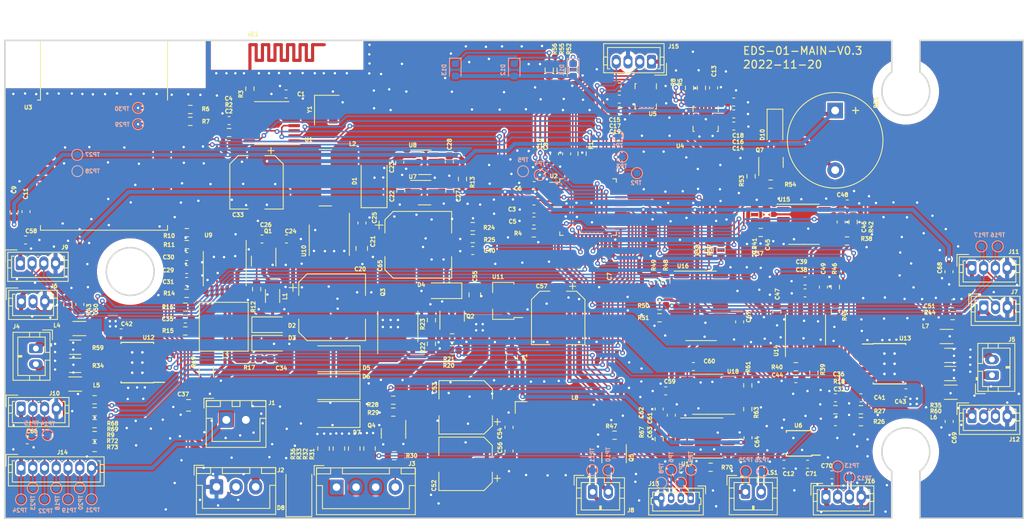
<source format=kicad_pcb>
(kicad_pcb (version 20240108) (generator "pcbnew") (generator_version "8.0")
  (title_block (title "EDS-01-MIAN") (date "2022-11-20") (rev "V0.3") (company "Ovobot") (comment 1 "EDS-01-MIAN,130x61x1.6mm ,FR4,2层,绿油白字,无铅喷锡"))
  (layers (0 "F.Cu" signal) (31 "B.Cu" signal) (34 "B.Paste" user) (35 "F.Paste" user) (36 "B.SilkS" user "B.Silkscreen") (37 "F.SilkS" user "F.Silkscreen") (38 "B.Mask" user) (39 "F.Mask" user) (44 "Edge.Cuts" user))
  (net 0 "")
  (net 1 "Net-(C1-Pad1)")
  (net 2 "GND")
  (net 3 "+3V3")
  (net 6 "Net-(AE1-Pad1)")
  (net 7 "+5V")
  (net 8 "Net-(BZ1-Pad2)")
  (net 9 "+3.3VP")
  (net 10 "Net-(C3-Pad2)")
  (net 11 "Net-(C4-Pad1)")
  (net 12 "Net-(C5-Pad2)")
  (net 13 "Net-(C14-Pad2)")
  (net 14 "+24V")
  (net 15 "VDD")
  (net 16 "Net-(C26-Pad2)")
  (net 17 "Net-(C29-Pad1)")
  (net 18 "Net-(C30-Pad1)")
  (net 19 "Net-(C31-Pad1)")
  (net 20 "Net-(C34-Pad1)")
  (net 21 "+BATT")
  (net 22 "Net-(C35-Pad2)")
  (net 23 "+3.3VA")
  (net 24 "ADC_BATT")
  (net 25 "Net-(C41-Pad1)")
  (net 26 "Net-(C44-Pad1)")
  (net 27 "ADC_FAN_MOTOR")
  (net 28 "Net-(C45-Pad1)")
  (net 29 "ADC_LEFT_MOTOR")
  (net 30 "Net-(C46-Pad1)")
  (net 31 "ADC_RIGHT_MOTOR")
  (net 32 "Net-(C49-Pad1)")
  (net 33 "Net-(C52-Pad1)")
  (net 34 "Net-(C60-Pad1)")
  (net 35 "Net-(C61-Pad1)")
  (net 36 "Net-(C62-Pad1)")
  (net 37 "Net-(C62-Pad2)")
  (net 38 "Net-(C63-Pad2)")
  (net 39 "Net-(D1-Pad1)")
  (net 40 "Net-(D2-Pad1)")
  (net 41 "Net-(D2-Pad2)")
  (net 42 "VCC")
  (net 43 "Net-(D8-Pad2)")
  (net 44 "/power/TEMP")
  (net 45 "Net-(J4-Pad1)")
  (net 46 "Net-(J4-Pad2)")
  (net 47 "Net-(J5-Pad1)")
  (net 48 "Net-(J5-Pad2)")
  (net 49 "SPEED_LEFT")
  (net 50 "SPEED_RIGHT")
  (net 51 "Net-(C55-Pad1)")
  (net 52 "Net-(J3-Pad4)")
  (net 53 "Net-(J14-Pad2)")
  (net 54 "Net-(J14-Pad4)")
  (net 55 "Net-(J14-Pad3)")
  (net 56 "/peripheral/BARO_SCL1")
  (net 57 "/peripheral/BARO_SDA1")
  (net 58 "/peripheral/BARO_SCL2")
  (net 59 "/peripheral/BARO_SDA2")
  (net 63 "SCL1")
  (net 64 "SDA1")
  (net 67 "SWDIO")
  (net 68 "SWCLK")
  (net 69 "PW_SW")
  (net 70 "Net-(D11-Pad1)")
  (net 71 "CHG_ON_LED")
  (net 72 "CHG_DONE_LED")
  (net 73 "Net-(D12-Pad1)")
  (net 74 "START")
  (net 75 "Net-(L1-Pad1)")
  (net 76 "Net-(L3-Pad2)")
  (net 77 "Net-(L4-Pad1)")
  (net 78 "Net-(L5-Pad1)")
  (net 79 "Net-(L6-Pad1)")
  (net 80 "Net-(L7-Pad1)")
  (net 81 "Net-(LS1-Pad1)")
  (net 82 "Net-(LS1-Pad2)")
  (net 83 "Net-(Q1-Pad1)")
  (net 84 "Net-(Q2-Pad1)")
  (net 85 "Net-(Q2-Pad3)")
  (net 86 "Net-(Q3-Pad4)")
  (net 87 "Net-(Q4-Pad1)")
  (net 88 "SPRAY_FRONT")
  (net 89 "SPRAY_BACK")
  (net 90 "Net-(Q7-Pad1)")
  (net 91 "Net-(R1-Pad2)")
  (net 92 "Net-(R3-Pad1)")
  (net 93 "Net-(R6-Pad1)")
  (net 94 "/main/BLE_MCU_RXD")
  (net 95 "Net-(R7-Pad1)")
  (net 96 "/main/BLE_MCU_TXD")
  (net 97 "Net-(D13-Pad1)")
  (net 98 "Net-(R11-Pad1)")
  (net 99 "Net-(R12-Pad2)")
  (net 100 "Net-(R14-Pad1)")
  (net 101 "PWM_FAN")
  (net 102 "Net-(R34-Pad1)")
  (net 103 "Net-(R35-Pad1)")
  (net 104 "BELL")
  (net 105 "LED_RED")
  (net 106 "LED_BLUE")
  (net 107 "VOICE_DATA")
  (net 108 "Net-(R61-Pad2)")
  (net 109 "CHG_LED_SW")
  (net 110 "/peripheral/VOICE_BUSY")
  (net 111 "Net-(R67-Pad2)")
  (net 112 "/main/MOSI")
  (net 113 "/main/MISO")
  (net 114 "/main/RF_REST")
  (net 115 "Net-(U1-Pad6)")
  (net 116 "Net-(U1-Pad7)")
  (net 119 "/main/SCS")
  (net 120 "/main/SCK")
  (net 121 "LED_WHITE")
  (net 124 "PWM_LEFT1")
  (net 125 "PWM_LEFT2")
  (net 126 "PWM_RIGHT1")
  (net 127 "PWM_RIGHT2")
  (net 128 "UART2_RX")
  (net 148 "SCL2")
  (net 152 "/driver/VREF55")
  (net 156 "Net-(J8-Pad1)")
  (net 157 "Net-(J8-Pad2)")
  (net 158 "Net-(R72-Pad2)")
  (net 159 "Net-(R73-Pad2)")
  (net 163 "+3V0")
  (net 164 "SDA2")
  (net 166 "/peripheral/SDA_E")
  (net 167 "/peripheral/SCL_E")
  (footprint "Package_SO:Texas_HTSOP-8-1EP_3.9x4.9mm_P1.27mm_EP2.95x4.9mm_Mask2.4x3.1mm_ThermalVias" (layer "F.Cu") (at 195.4822 112.9538)
    (property "Reference" "U13")
    (property "Value" "DRV8870DDA")
  )
  (footprint "Capacitor_SMD:C_0603_1608Metric" (layer "F.Cu") (at 188.582 117.2972 180)
    (property "Reference" "C36")
    (property "Value" "1uF")
  )
  (footprint "Resistor_SMD:R_0603_1608Metric" (layer "F.Cu") (at 177.3936 115.7102 -90)
    (property "Reference" "R61")
    (property "Value" "0R")
  )
  (footprint "Diode_SMD:D_SMA" (layer "F.Cu") (at 124.4934 112.3188 180)
    (property "Reference" "D5")
    (property "Value" "SS34")
  )
  (footprint "Capacitor_SMD:C_0603_1608Metric" (layer "F.Cu") (at 181.102 106.3876 -90)
    (property "Reference" "C47")
    (property "Value" "0.1uF")
  )
  (footprint "Capacitor_SMD:C_0805_2012Metric" (layer "F.Cu") (at 142.5486 104.1552 -90)
    (property "Reference" "C55")
    (property "Value" "10uF/35V")
  )
  (footprint "Package_LGA:LGA-16_3x3mm_P0.5mm_LayoutBorder3x5y" (layer "F.Cu") (at 172.0088 81.686408 -90)
    (property "Reference" "U4")
    (property "Value" "MPU-6887")
  )
  (footprint "Package_SO:SOIC-8_3.9x4.9mm_P1.27mm" (layer "F.Cu") (at 132.7188 108.204 90)
    (property "Reference" "Q3")
    (property "Value" "SI4435DDY")
  )
  (footprint "Resistor_SMD:R_0603_1608Metric" (layer "F.Cu") (at 106.235 80.4926)
    (property "Reference" "R6")
    (property "Value" "0R")
  )
  (footprint "Capacitor_SMD:C_0603_1608Metric" (layer "F.Cu") (at 184.6964 103.9114 180)
    (property "Reference" "C38")
    (property "Value" "0.1uF")
  )
  (footprint "Resistor_SMD:R_0603_1608Metric" (layer "F.Cu") (at 142.2818 95.4532)
    (property "Reference" "R24")
    (property "Value" "1M/1%")
  )
  (footprint "Resistor_SMD:R_0603_1608Metric" (layer "F.Cu") (at 94.0196 119.0752 180)
    (property "Reference" "R69")
    (property "Value" "330R")
  )
  (footprint "Resistor_SMD:R_0603_1608Metric" (layer "F.Cu") (at 105.7816 96.2152 180)
    (property "Reference" "R10")
    (property "Value" "NC/10K")
  )
  (footprint "Resistor_SMD:R_0603_1608Metric" (layer "F.Cu") (at 106.235 82.0166)
    (property "Reference" "R7")
    (property "Value" "0R")
  )
  (footprint "Capacitor_SMD:C_0603_1608Metric" (layer "F.Cu") (at 184.6964 102.3874 180)
    (property "Reference" "C39")
    (property "Value" "10nF")
  )
  (footprint "Resistor_SMD:R_0603_1608Metric" (layer "F.Cu") (at 172.6482 126.1618)
    (property "Reference" "R70")
    (property "Value" "10K")
  )
  (footprint "Capacitor_SMD:CP_Elec_6.3x7.7" (layer "F.Cu") (at 153.1912 107.1042 -90)
    (property "Reference" "C57")
    (property "Value" "470uF/10V")
  )
  (footprint "Resistor_SMD:R_0603_1608Metric" (layer "F.Cu") (at 190.055 97.282 180)
    (property "Reference" "R38")
    (property "Value" "15K/1%")
  )
  (footprint "Connector_JST:JST_PH_B2B-PH-K_1x02_P2.00mm_Vertical" (layer "F.Cu") (at 157.5882 129.3114)
    (property "Reference" "J8")
    (property "Value" "PH2.0MM/2A")
  )
  (footprint "Package_TO_SOT_SMD:SOT-23-5" (layer "F.Cu") (at 136.1677 87.2388)
    (property "Reference" "U8")
    (property "Value" "NC/RT9013-33")
  )
  (footprint "Resistor_SMD:R_0805_2012Metric" (layer "F.Cu") (at 125.2004 123.7723 90)
    (property "Reference" "R33")
    (property "Value" "0.1R")
  )
  (footprint "Resistor_SMD:R_0603_1608Metric" (layer "F.Cu") (at 105.7616 103.9652 180)
    (property "Reference" "R14")
    (property "Value" "120R")
  )
  (footprint "Capacitor_SMD:C_0603_1608Metric" (layer "F.Cu") (at 97.3966 109.0168)
    (property "Reference" "C42")
    (property "Value" "0.1uF")
  )
  (footprint "Connector_JST:JST_XH_B4B-XH-A_1x04_P2.50mm_Vertical" (layer "F.Cu") (at 124.8956 128.7018)
    (property "Reference" "J3")
    (property "Value" "XH2.54MM/4A")
  )
  (footprint "Resistor_SMD:R_0603_1608Metric" (layer "F.Cu") (at 183.5282 113.3348 180)
    (property "Reference" "R40")
    (property "Value" "51K/1%")
  )
  (footprint "Inductor_SMD:L_1206_3216Metric" (layer "F.Cu") (at 202.7684 109.474)
    (property "Reference" "L7")
    (property "Value" "600R@100MHz/3A")
  )
  (footprint "Resistor_SMD:R_0603_1608Metric" (layer "F.Cu") (at 179.0412 96.1898)
    (property "Reference" "R37")
    (property "Value" "15K/1%")
  )
  (footprint "Capacitor_SMD:C_0603_1608Metric" (layer "F.Cu") (at 176.3554 107.6074 -90)
    (property "Reference" "C67")
    (property "Value" "0.1uF")
  )
  (footprint "Resistor_SMD:R_0603_1608Metric" (layer "F.Cu") (at 160.3878 122.0724 180)
    (property "Reference" "R47")
    (property "Value" "10K")
  )
  (footprint "Package_TO_SOT_SMD:SOT-23" (layer "F.Cu") (at 132.1714 121.8415 -90)
    (property "Reference" "Q4")
    (property "Value" "SS8050")
  )
  (footprint "Capacitor_SMD:C_0603_1608Metric" (layer "F.Cu") (at 175.6032 82.613 180)
    (property "Reference" "C14")
    (property "Value" "0.47uF")
  )
  (footprint "Capacitor_SMD:C_0603_1608Metric" (layer "F.Cu") (at 175.6032 79.5396 180)
    (property "Reference" "C18")
    (property "Value" "2.2uF")
  )
  (footprint "Resistor_SMD:R_0603_1608Metric" (layer "F.Cu") (at 114.702 103.4294 -90)
    (property "Reference" "R12")
    (property "Value" "51R")
  )
  (footprint "Oscillator:Oscillator_SMD_Abracon_ASE-4Pin_3.2x2.5mm" (layer "F.Cu") (at 123.6642 80.5856 -90)
    (property "Reference" "Y1")
    (property "Value" "12MHz/22pF(10ppm)")
  )
  (footprint "Capacitor_SMD:C_0603_1608Metric" (layer "F.Cu") (at 105.778 99.2632 180)
    (property "Reference" "C30")
    (property "Value" "470pF")
  )
  (footprint "Resistor_SMD:R_0603_1608Metric" (layer "F.Cu") (at 94.0186 117.5512 180)
    (property "Reference" "R68")
    (property "Value" "330R")
  )
  (footprint "Capacitor_SMD:C_0603_1608Metric" (layer "F.Cu") (at 188.582 120.3452)
    (property "Reference" "C32")
    (property "Value" "1uF")
  )
  (footprint "Capacitor_SMD:C_0603_1608Metric" (layer "F.Cu") (at 85.4078 122.6566)
    (property "Reference" "C66")
    (property "Value" "0.1uF")
  )
  (footprint "Capacitor_SMD:C_0603_1608Metric" (layer "F.Cu") (at 170.447 113.3094)
    (property "Reference" "C60")
    (property "Value" "1nF")
  )
  (footprint "Ovo_RF_Module:Tuya_BT3L" (layer "F.Cu") (at 95.2164 87.2958)
    (property "Reference" "U3")
    (property "Value" "NC/BT3L")
  )
  (footprint "Capacitor_SMD:C_0603_1608Metric" (layer "F.Cu") (at 166.9076 116.4082 180)
    (property "Reference" "C59")
    (property "Value" "10uF")
  )
  (footprint "Ovo_Connector_JST:JST_ZH_B07B-ZR_1x07_P1.50mm_Vertical" (layer "F.Cu") (at 84.6248 126.238)
    (property "Reference" "J14")
    (property "Value" "ZH1.5MM/7A")
  )
  (footprint "Resistor_SMD:R_0603_1608Metric" (layer "F.Cu") (at 139.656 109.6472 180)
    (property "Reference" "R21")
    (property "Value" "1K")
  )
  (footprint "Package_TO_SOT_SMD:SOT-23" (layer "F.Cu") (at 180.3502 87.2513 90)
    (property "Reference" "Q7")
    (property "Value" "SS8050")
  )
  (footprint "Capacitor_SMD:C_0603_1608Metric" (layer "F.Cu") (at 188.1286 127.127)
    (property "Reference" "C70")
    (property "Value" "0.1uF")
  )
  (footprint "Package_TO_SOT_SMD:SOT-23-5" (layer "F.Cu") (at 136.1423 91.1092)
    (property "Reference" "U7")
    (property "Value" "RT9013-33")
  )
  (footprint "Resistor_SMD:R_0603_1608Metric" (layer "F.Cu") (at 166.1292 107.0864)
    (property "Reference" "R51")
    (property "Value" "10K")
  )
  (footprint "Capacitor_SMD:C_0603_1608Metric" (layer "F.Cu") (at 160.9976 77.6224)
    (property "Reference" "C15")
    (property "Value" "NC/10nF")
  )
  (footprint "Capacitor_SMD:CP_Elec_6.3x7.7" (layer "F.Cu") (at 141.3688 125.73 180)
    (property "Reference" "C52")
    (property "Value" "470uF/10V")
  )
  (footprint "Resistor_SMD:R_0603_1608Metric" (layer "F.Cu") (at 94.0186 123.6472)
    (property "Reference" "R73")
    (property "Value" "10K")
  )
  (footprint "Ovo_Inductor_SMD:L_GZJ_CD75" (layer "F.Cu") (at 123.4694 89.2048 180)
    (property "Reference" "L2")
    (property "Value" "68uH")
  )
  (footprint "Capacitor_SMD:C_0603_1608Metric" (layer "F.Cu") (at 117.217 112.3094)
    (property "Reference" "C34")
    (property "Value" "220pF")
  )
  (footprint "Resistor_SMD:R_0603_1608Metric" (layer "F.Cu") (at 173.9646 98.4382 90)
    (property "Reference" "R57")
    (property "Value" "4.7K")
  )
  (footprint "Capacitor_SMD:C_0603_1608Metric" (layer "F.Cu") (at 118.4564 78.5114 180)
    (property "Reference" "C1")
    (property "Value" "1uF")
  )
  (footprint "Fuse:Fuse_0805_2012Metric" (layer "F.Cu") (at 147.2946 112.141 -90)
    (property "Reference" "F1")
    (property "Value" "MF-PSMF050X")
  )
  (footprint "Resistor_SMD:R_0603_1608Metric" (layer "F.Cu") (at 178.266 93.916 90)
    (property "Reference" "R41")
    (property "Value" "51K/1%")
  )
  (footprint "Ovo_Connector_JST:JST_ZH_B04B-ZR_1x04_P1.50mm_Vertical" (layer "F.Cu") (at 205.9978 100.711)
    (property "Reference" "J11")
    (property "Value" "ZH1.5MM/4A")
  )
  (footprint "Ovo_Connector_JST:JST_ZH_B04B-ZR_1x04_P1.50mm_Vertical" (layer "F.Cu") (at 206.0084 119.6542)
    (property "Reference" "J12")
    (property "Value" "ZH1.5MM/4A")
  )
  (footprint "Resistor_SMD:R_0603_1608Metric" (layer "F.Cu") (at 139.655 111.1712 180)
    (property "Reference" "R20")
    (property "Value" "10K")
  )
  (footprint "Resistor_SMD:R_0805_2012Metric" (layer "F.Cu") (at 129.112 123.7723 90)
    (property "Reference" "R31")
    (property "Value" "0.1R")
  )
  (footprint "Capacitor_SMD:C_0603_1608Metric" (layer "F.Cu") (at 160.9976 79.1718)
    (property "Reference" "C17")
    (property "Value" "NC/0.1uF")
  )
  (footprint "Package_TO_SOT_SMD:SOT-89-3" (layer "F.Cu") (at 146.4856 104.9274 180)
    (property "Reference" "U11")
    (property "Value" "HT7533-1-SOT89")
  )
  (footprint "Connector_JST:JST_PH_B2B-PH-K_1x02_P2.00mm_Vertical" (layer "F.Cu") (at 177.0954 129.3114)
    (property "Reference" "LS1")
    (property "Value" "PH2.0MM/2A")
  )
  (footprint "Resistor_SMD:R_0603_1608Metric" (layer "F.Cu") (at 137.0114 110.4026 90)
    (property "Reference" "R22")
    (property "Value" "10K")
  )
  (footprint "Ovo_Connector_JST:JST_ZH_B04B-ZR_1x04_P1.50mm_Vertical" (layer "F.Cu") (at 187.3662 129.9368)
    (property "Reference" "J16")
    (property "Value" "ZH1.5MM/4A")
  )
  (footprint "Resistor_SMD:R_0603_1608Metric" (layer "F.Cu") (at 166.1292 105.537)
    (property "Reference" "R50")
    (property "Value" "10K")
  )
  (footprint "Capacitor_SMD:CP_Elec_8x10" (layer "F.Cu") (at 124.3356 105.7402)
    (property "Reference" "C20")
    (property "Value" "220uF/50V")
  )
  (footprint "Diode_SMD:D_SMA" (layer "F.Cu") (at 129.6924 89.63 90)
    (property "Reference" "D1")
    (property "Value" "SS34")
  )
  (footprint "Diode_SMD:D_SMA" (layer "F.Cu") (at 124.4934 115.8748 180)
    (property "Reference" "D6")
    (property "Value" "SS34")
  )
  (footprint "Resistor_SMD:R_0603_1608Metric" (layer "F.Cu") (at 132.144 119.126)
    (property "Reference" "R29")
    (property "Value" "10K")
  )
  (footprint "Capacitor_SMD:C_0603_1608Metric" (layer "F.Cu") (at 203.547 105.2824)
    (property "Reference" "C51")
    (property "Value" "0.1uF")
  )
  (footprint "Resistor_SMD:R_1206_3216Metric" (layer "F.Cu") (at 91.5309 113.157 180)
    (property "Reference" "R34")
    (property "Value" "0.1R/1%(1W)")
  )
  (footprint "Resistor_SMD:R_0603_1608Metric" (layer "F.Cu") (at 152.0482 75.4258 90)
    (property "Reference" "R56")
    (property "Value" "330R")
  )
  (footprint "Capacitor_SMD:C_0603_1608Metric" (layer "F.Cu") (at 159.7406 99.7588 90)
    (property "Reference" "C7")
    (property "Value" "0.1uF")
  )
  (footprint "Capacitor_SMD:C_0603_1608Metric" (layer "F.Cu") (at 132.9728 87.2366 -90)
    (property "Reference" "C23")
    (property "Value" "NC/1uF")
  )
  (footprint "Capacitor_SMD:CP_Elec_6.3x7.7" (layer "F.Cu") (at 141.384 118.5164 180)
    (property "Reference" "C53")
    (property "Value" "470uF/10V")
  )
  (footprint "Ovo_Connector_JST:JST_ZH_B04B-ZR_1x04_P1.50mm_Vertical" (layer "F.Cu") (at 84.6338 118.6688)
    (property "Reference" "J10")
    (property "Value" "ZH1.5MM/4A")
  )
  (footprint "Capacitor_SMD:C_0603_1608Metric" (layer "F.Cu") (at 154.27 86.1591 -90)
    (property "Reference" "C8")
    (property "Value" "0.1uF")
  )
  (footprint "Package_TO_SOT_SMD:SOT-23" (layer "F.Cu") (at 160.3248 124.9449 -90)
    (property "Reference" "Q5")
    (property "Value" "SI2302")
  )
  (footprint "Connector_JST:JST_XH_B2B-XH-A_1x02_P2.50mm_Vertical" (layer "F.Cu") (at 110.824 120.1166)
    (property "Reference" "J1")
    (property "Value" "XHB2.54MM/2A")
  )
  (footprint "Package_SO:SOP-8_3.9x4.9mm_P1.27mm" (layer "F.Cu") (at 172.2706 122.428)
    (property "Reference" "U18")
    (property "Value" "8002A")
  )
  (footprint "Capacitor_SMD:C_0603_1608Metric" (layer "F.Cu") (at 105.6 107.2348)
    (property "Reference" "C35")
    (property "Value" "NC/1.5pF")
  )
  (footprint "Capacitor_SMD:C_0603_1608Metric" (layer "F.Cu") (at 152.7206 86.1591 -90)
    (property "Reference" "C10")
    (property "Value" "4.7uF")
  )
  (footprint "Ovo_Inductor_SMD:L_GZJ_WNR6045" (layer "F.Cu") (at 110.502 108.2294 180)
    (property "Reference" "L3")
    (property "Value" "100uH")
  )
  (footprint "Buzzer_Beeper:Buzzer_12x9.5RM7.6" (layer "F.Cu") (at 188.5442 80.6296 -90)
    (property "Reference" "BZ1")
    (property "Value" "85dB/5V")
  )
  (footprint "Capacitor_SMD:C_0603_1608Metric" (layer "F.Cu") (at 85.2078 97.155)
    (property "Reference" "C58")
    (property "Value" "0.1uF")
  )
  (footprint "Connector_JST:JST_PH_B2B-PH-K_1x02_P2.00mm_Vertical" (layer "F.Cu") (at 86.5162 110.998 -90)
    (property "Reference" "J4")
    (property "Value" "PH2.0MM/2A")
  )
  (footprint "Ovo_Connector_JST:JST_ZH_B03B-ZR_1x03_P1.50mm_Vertical" (layer "F.Cu") (at 207.5204 105.7468)
    (property "Reference" "J7")
    (property "Value" "ZH1.5MM/3A")
  )
  (footprint "Capacitor_SMD:C_0603_1608Metric" (layer "F.Cu") (at 146.9136 124.092 -90)
    (property "Reference" "C56")
    (property "Value" "0.1uF")
  )
  (footprint "Resistor_SMD:R_0603_1608Metric" (layer "F.Cu") (at 191.834 120.3452)
    (property "Reference" "R26")
    (property "Value" "4.7K/1%")
  )
  (footprint "Resistor_SMD:R_0603_1608Metric" (layer "F.Cu") (at 105.7816 97.7352 180)
    (property "Reference" "R11")
    (property "Value" "OR")
  )
  (footprint "Resistor_SMD:R_0603_1608Metric" (layer "F.Cu") (at 166.0818 122.5672 -90)
    (property "Reference" "R67")
    (property "Value" "10K")
  )
  (footprint "Capacitor_SMD:C_0603_1608Metric" (layer "F.Cu") (at 203.1022 120.3198 -90)
    (property "Reference" "C69")
    (property "Value" "0.1uF")
  )
  (footprint "Resistor_SMD:R_0603_1608Metric" (layer "F.Cu") (at 172.4406 98.4382 90)
    (property "Reference" "R58")
    (property "Value" "4.7K")
  )
  (footprint "Capacitor_SMD:C_0603_1608Metric" (layer "F.Cu") (at 173.0248 77.7364 -90)
    (property "Reference" "C13")
    (property "Value" "10nF")
  )
  (footprint "Capacitor_SMD:C_0603_1608Metric" (layer "F.Cu") (at 85.2678 93.5352 90)
    (property "Reference" "C11")
    (property "Value" "0.1uF")
  )
  (footprint "Connector_JST:JST_XH_B3B-XH-A_1x03_P2.50mm_Vertical" (layer "F.Cu") (at 109.574 128.6666)
    (property "Reference" "J2")
    (property "Value" "XH2.54MM/3A")
  )
  (footprint "Resistor_SMD:R_0603_1608Metric" (layer "F.Cu") (at 171.4754 77.7362 90)
    (property "Reference" "R5")
    (property "Value" "4.7K")
  )
  (footprint "Resistor_SMD:R_0603_1608Metric" (layer "F.Cu") (at 185.8264 114.109 90)
    (property "Reference" "R39")
    (property "Value" "15K/1%")
  )
  (footprint "Capacitor_SMD:C_0603_1608Metric" (layer "F.Cu") (at 190.0894 92.5576)
    (property "Reference" "C48")
    (property "Value" "0.1uF")
  )
  (footprint "Capacitor_SMD:C_0603_1608Metric" (layer "F.Cu") (at 111.1882 84.963)
    (property "Reference" "C2")
    (property "Value" "1uF")
  )
  (footprint "Diode_SMD:D_SMA" (layer "F.Cu") (at 124.4934 119.4308 180)
    (property "Reference" "D7")
    (property "Value" "SS34")
  )
  (footprint "Resistor_SMD:R_0805_2012Metric" (layer "F.Cu") (at 123.2446 123.7723 90)
    (property "Reference" "R36")
    (property "Value" "0.1R")
  )
  (footprint "Resistor_SMD:R_0603_1608Metric" (layer "F.Cu") (at 132.144 117.602)
    (property "Reference" "R28")
    (property "Value" "1K")
  )
  (footprint "Capacitor_SMD:C_0603_1608Metric" (layer "F.Cu") (at 191.8338 117.2972 180)
    (property "Reference" "C41")
    (property "Value" "0.1uF")
  )
  (footprint "Capacitor_SMD:C_0603_1608Metric" (layer "F.Cu") (at 150.1168 90.2107)
    (property "Reference" "C6")
    (property "Value" "0.1uF")
  )
  (footprint "Ovo_Inductor_Boost:L_WLJ_CD0805" (layer "F.Cu") (at 152.0107 122.0895 90)
    (property "Reference" "L8")
    (property "Value" "10/500uH")
  )
  (footprint "Resistor_SMD:R_0603_1608Metric" (layer "F.Cu") (at 191.833 118.8212 180)
    (property "Reference" "R27")
    (property "Value" "3.3K/1%")
  )
  (footprint "Capacitor_SMD:C_0603_1608Metric" (layer "F.Cu") (at 166.0818 118.7326 -90)
    (property "Reference" "C62")
    (property "Value" "0.39uF")
  )
  (footprint "Capacitor_SMD:C_0603_1608Metric" (layer "F.Cu") (at 187.0462 103.1634 90)
    (property "Reference" "C49")
    (property "Value" "0.1uF")
  )
  (footprint "Resistor_SMD:R_0603_1608Metric" (layer "F.Cu") (at 111.1874 83.439)
    (property "Reference" "R2")
    (property "Value" "0R")
  )
  (footprint "Package_SO:SOP-8_3.9x4.9mm_P1.27mm" (layer "F.Cu") (at 184.7596 108.5938 90)
    (property "Reference" "U14")
    (property "Value" "MCP6002-I/SN")
  )
  (footprint "Capacitor_SMD:CP_Elec_8x10" (layer "F.Cu") (at 135.3338 97.7646)
    (property "Reference" "C65")
    (property "Value" "220uF/50V")
  )
  (footprint "Capacitor_SMD:C_0603_1608Metric" (layer "F.Cu") (at 203.0768 101.2066 -90)
    (property "Reference" "C68")
    (property "Value" "0.1uF")
  )
  (footprint "Package_LGA:LGA-14_3x2.5mm_P0.5mm_LayoutBorder3x4y" (layer "F.Cu") (at 164.3634 78.8162 -90)
    (property "Reference" "U5")
    (property "Value" "NC/LSM6DSR")
  )
  (footprint "Capacitor_SMD:C_0603_1608Metric" (layer "F.Cu") (at 128.143 94.983 90)
    (property "Reference" "C25")
    (property "Value" "1uF")
  )
  (footprint "Capacitor_SMD:C_0603_1608Metric" (layer "F.Cu") (at 139.2974 87.1852 -90)
    (property "Reference" "C28")
    (property "Value" "NC/1uF")
  )
  (footprint "Capacitor_SMD:C_0603_1608Metric" (layer "F.Cu") (at 105.758 102.4532)
    (property "Reference" "C31")
    (property "Value" "220nF")
  )
  (footprint "Ovo_Connector_JST:JST_ZH_B03B-ZR_1x03_P1.50mm_Vertical" (layer "F.Cu") (at 84.6606 104.9904)
    (property "Reference" "J6")
    (property "Value" "ZH1.5MM/3A")
  )
  (footprint "Package_SO:SOP-8_3.9x4.9mm_P1.27mm" (layer "F.Cu") (at 184.5652 95.1484)
    (property "Reference" "U15")
    (property "Value" "MCP6002-I/SN")
  )
  (footprint "Resistor_SMD:R_0603_1608Metric" (layer "F.Cu") (at 150.0912 96.2559 180)
    (property "Reference" "R4")
    (property "Value" "0R")
  )
  (footprint "Capacitor_SMD:C_0603_1608Metric" (layer "F.Cu") (at 183.528 114.8588 180)
    (property "Reference" "C44")
    (property "Value" "0.1uF")
  )
  (footprint "Capacitor_SMD:C_0603_1608Metric" (layer "F.Cu") (at 92.1296 105.3854 -90)
    (property "Reference" "C50")
    (property "Value" "0.1uF")
  )
  (footprint "Ovo_RF_Antenna:Ovo_PA2401_2.4GHz_Right" (layer "F.Cu") (at 113.8428 75.438)
    (property "Reference" "AE1")
    (property "Value" "Antenna")
  )
  (footprint "Inductor_SMD:L_1206_3216Metric" (layer "F.Cu") (at 92.0752 108.458 180)
    (property "Reference" "L4")
    (property "Value" "600R@100MHz/3A")
  )
  (footprint "Resistor_SMD:R_1206_3216Metric" (layer "F.Cu") (at 108.2802 113.9337 -90)
    (property "Reference" "R19")
    (property "Value" "0.22R/1%")
  )
  (footprint "Package_SO:TSSOP-8_3x3mm_P0.65mm" (layer "F.Cu") (at 183.9378 123.1138 180)
    (property "Reference" "U6")
    (property "Value" "PCA9517A")
  )
  (footprint "Resistor_SMD:R_0603_1608Metric" (layer "F.Cu") (at 177.8102 89.0184 90)
    (property "Reference" "R53")
    (property "Value" "1K")
  )
  (footprint "Resistor_SMD:R_0603_1608Metric" (layer "F.Cu") (at 190.839 94.8558 90)
    (property "Reference" "R42")
    (property "Value" "51K/1%")
  )
  (footprint "Resistor_SMD:R_0603_1608Metric" (layer "F.Cu") (at 165.4048 102.4504 -90)
    (property "Reference" "R49")
    (property "Value" "10K")
  )
  (footprint "Capacitor_SMD:CP_Elec_6.3x7.7" (layer "F.Cu") (at 114.6848 89.7966 -90)
    (property "Reference" "C33")
    (property "Value" "470uF/10V")
  )
  (footprint "Capacitor_SMD:C_0603_1608Metric" (layer "F.Cu") (at 179.79 93.9162 90)
    (property "Reference" "C45")
    (property "Value" "0.1uF")
  )
  (footprint "Capacitor_SMD:C_0603_1608Metric" (layer "F.Cu") (at 115.377 97.0344 180)
    (property "Reference" "C26")
    (property "Value" "0.1uF")
  )
  (footprint "Resistor_SMD:R_0603_1608Metric" (layer "F.Cu") (at 94.0186 120.5992 180)
    (property "Reference" "R9")
    (property "Value" "330R")
  )
  (footprint "Resistor_SMD:R_0603_1608Metric" (layer "F.Cu") (at 169.9514 77.7362 90)
    (property "Reference" "R8")
    (property "Value" "4.7K")
  )
  (footprint "Resistor_SMD:R_0603_1608Metric" (layer "F.Cu") (at 177.3936 118.745 -90)
    (property "Reference" "R63")
    (property "Value" "10K")
  )
  (footprint "Connector_Molex:Molex_PicoBlade_53047-0410_1x04_P1.25mm_Vertical" (layer "F.Cu") (at 170.1038 130.0988 180)
    (property "Reference" "J13")
    (property "Value" "SH1.25MM/4A")
  )
  (footprint "Capacitor_SMD:C_0603_1608Metric" (layer "F.Cu") (at 185.0266 125.7808 180)
    (property "Reference" "C71")
    (property "Value" "0.1uF")
  )
  (footprint "Capacitor_SMD:C_0603_1608Metric" (layer "F.Cu") (at 105.7716 100.9252 180)
    (property "Reference" "C29")
    (property "Value" "0.1uF")
  )
  (footprint "Resistor_SMD:R_0603_1608Metric" (layer "F.Cu") (at 188.5822 118.8212)
    (property "Reference" "R18")
    (property "Value" "0R")
  )
  (footprint "Resistor_SMD:R_1206_3216Metric" (layer "F.Cu") (at 91.5416 110.8456 180)
    (property "Reference" "R59")
    (property "Value" "0.1R/1%(1W)")
  )
  (footprint "Capacitor_SMD:C_0603_1608Metric" (layer "F.Cu") (at 167.6312 122.568 90)
    (property "Reference" "C63")
    (property "Value" "1uF")
  )
  (footprint "Resistor_SMD:R_0603_1608Metric" (layer "F.Cu") (at 155.0962 75.4258 90)
    (property "Reference" "R52")
    (property "Value" "330R")
  )
  (footprint "Resistor_SMD:R_0603_1608Metric" (layer "F.Cu") (at 180.3116 90.0242)
    (property "Reference" "R54")
    (property "Value" "10K")
  )
  (footprint "Capacitor_SMD:C_0603_1608Metric" (layer "F.Cu") (at 150.0914 94.7319)
    (property "Reference" "C5")
    (property "Value" "0.1uF")
  )
  (footprint "Resistor_SMD:R_0603_1608Metric" (layer "F.Cu") (at 153.5722 75.4258 90)
    (property "Reference" "R55")
    (property "Value" "330R")
  )
  (footprint "Resistor_SMD:R_0603_1608Metric" (layer "F.Cu") (at 188.5702 106.235 90)
    (property "Reference" "R45")
    (property "Value" "10K/1%")
  )
  (footprint "Diode_SMD:D_SOD-123" (layer "F.Cu") (at 116.342 107.9694)
    (property "Reference" "D2")
    (property "Value" "SS14")
  )
  (footprint "Capacitor_SMD:C_0603_1608Metric" (layer "F.Cu") (at 118.5078 97.028)
    (property "Reference" "C24")
    (property "Value" "0.1uF")
  )
  (footprint "Capacitor_SMD:C_0603_1608Metric" (layer "F.Cu") (at 146.9136 121.0688 90)
    (property "Reference" "C54")
    (property "Value" "1uF")
  )
  (footprint "Diode_SMD:D_SOD-123" (layer "F.Cu") (at 180.8582 82.707 -90)
    (property "Reference" "D10")
    (property "Value" "NC/SS14")
  )
  (footprint "Resistor_SMD:R_0805_2012Metric" (layer "F.Cu") (at 127.1562 123.7723 90)
    (property "Reference" "R32")
    (property "Value" "0.1R")
  )
  (footprint "Capacitor_SMD:C_0603_1608Metric" (layer "F.Cu") (at 133.0998 90.9196 -90)
    (property "Reference" "C22")
    (property "Value" "1uF")
  )
  (footprint "Capacitor_SMD:C_0603_1608Metric" (layer "F.Cu") (at 139.3482 90.9438 -90)
    (property "Reference" "C27")
    (property "Value" "1uF")
  )
  (footprint "Resistor_SMD:R_0603_1608Metric" (layer "F.Cu") (at 166.9288 102.4494 -90)
    (property "Reference" "R48")
    (property "Value" "10K")
  )
  (footprint "Inductor_SMD:L_1206_3216Metric" (layer "F.Cu") (at 116.732 104.3044 -90)
    (property "Reference" "L1")
    (property "Value" "600R@100MHz/3A")
  )
  (footprint "Ovo_Connector_JST:JST_ZH_B04B-ZR_1x04_P1.50mm_Vertical" (layer "F.Cu") (at 84.5344 100.1268)
    (property "Reference" "J9")
    (property "Value" "ZH1.5MM/4A")
  )
  (footprint "Capacitor_SMD:C_0603_1608Metric" (layer "F.Cu") (at 160.9976 80.6958)
    (property "Reference" "C19")
    (property "Value" "NC/2.2uF")
  )
  (footprint "Capacitor_SMD:C_0603_1608Metric" (layer "F.Cu") (at 175.6032 81.0636 180)
    (property "Reference" "C16")
    (property "Value" "0.1uF")
  )
  (footprint "Resistor_SMD:R_0603_1608Metric" (layer "F.Cu") (at 94.0186 122.1232)
    (property "Reference" "R72")
    (property "Value" "10K")
  )
  (footprint "Resistor_SMD:R_1206_3216Metric" (layer "F.Cu") (at 203.2401 111.887)
    (property "Reference" "R35")
    (property "Value" "0.1R/1%(1W)")
  )
  (footprint "Package_SO:Texas_HTSOP-8-1EP_3.9x4.9mm_P1.27mm_EP2.95x4.9mm_Mask2.4x3.1mm_ThermalVias" (layer "F.Cu") (at 99.4664 112.8014 180)
    (property "Reference" "U12")
    (property "Value" "DRV8870DDA")
  )
  (footprint "Resistor_SMD:R_0603_1608Metric" (layer "F.Cu") (at 132.2662 124.6886 180)
    (property "Reference" "R30")
    (property "Value" "10K")
  )
  (footprint "Capacitor_SMD:C_0603_1608Metric" (layer "F.Cu") (at 197.5774 116.6622 180)
    (property "Reference" "C43")
    (property "Value" "0.1uF")
  )
  (footprint "Resistor_SMD:R_0603_1608Metric" (layer "F.Cu") (at 113.8428 77.8378 90)
    (property "Reference" "R3")
    (property "Value" "0R")
  )
  (footprint "Capacitor_SMD:C_0603_1608Metric" (layer "F.Cu") (at 182.004 125.7808)
    (property "Reference" "C12")
    (property "Value" "0.1uF")
  )
  (footprint "Resistor_SMD:R_0603_1608Metric" (layer "F.Cu") (at 188.5702 103.1626 90)
    (property "Reference" "R46")
    (property "Value" "2K/1%")
  )
  (footprint "Capacitor_SMD:C_0603_1608Metric" (layer "F.Cu") (at 83.7438 93.5346 90)
    (property "Reference" "C9")
    (property "Value" "1uF")
  )
  (footprint "Diode_SMD:D_SMA" (layer "F.Cu") (at 120.0912 129.064 90)
    (property "Reference" "D8")
    (property "Value" "1N4004")
  )
  (footprint "Resistor_SMD:R_0603_1608Metric" (layer "F.Cu") (at 140.9738 89.3694 90)
    (property "Reference" "R13")
    (property "Value" "0R")
  )
  (footprint "Resistor_SMD:R_0603_1608Metric" (layer "F.Cu") (at 90.6056 105.3846 -90)
    (property "Reference" "R43")
    (property "Value" "10K")
  )
  (footprint "Package_SO:SOIC-14_3.9x8.7mm_P1.27mm" (layer "F.Cu") (at 171.4284 105.5624)
    (property "Reference" "U16")
    (property "Value" "PMC232-S14")
  )
  (footprint "Resistor_SMD:R_0603_1608Metric" (layer "F.Cu") (at 114.187 112.3094)
    (property "Reference" "R17")
    (property "Value" "5.1R")
  )
  (footprint "Resistor_SMD:R_0603_1608Metric" (layer "F.Cu") (at 137.0114 107.379 90)
    (property "Reference" "R23")
    (property "Value" "10K")
  )
  (footprint "Resistor_SMD:R_0603_1608Metric" (layer "F.Cu") (at 156.2392 86.1314 -90)
    (property "Reference" "R1")
    (property "Value" "10K")
  )
  (footprint "Capacitor_SMD:C_0603_1608Metric" (layer "F.Cu") (at 142.2816 98.5012 180)
    (property "Reference" "C40")
    (property "Value" "0.1uF")
  )
  (footprint "Package_SO:SOP-8_3.9x4.9mm_P1.27mm" (layer "F.Cu") (at 172.2882 116.84 180)
    (property "Reference" "U17")
    (property "Value" "WT588F02B-8S")
  )
  (footprint "Capacitor_SMD:C_0603_1608Metric" (layer "F.Cu") (at 189.315 94.8566 90)
    (property "Reference" "C46")
    (property "Value" "0.1uF")
  )
  (footprint "Inductor_SMD:L_1206_3216Metric" (layer "F.Cu") (at 91.5414 115.5446 180)
    (property "Reference" "L5")
    (property "Value" "600R@100MHz/3A")
  )
  (footprint "Resistor_SMD:R_0603_1608Metric" (layer "F.Cu") (at 105.6 108.7648)
    (property "Reference" "R15")
    (property "Value" "NC/1.3M/1%")
  )
  (footprint "Package_QFP:LQFP-48_7x7mm_P0.5mm" (layer "F.Cu") (at 157.001211 92.950801)
    (property "Reference" "U2")
    (property "Value" "STM32F030C8T6")
  )
  (footprint "Diode_SMD:D_SOD-123" (layer "F.Cu") (at 116.342 110.3294)
    (property "Reference" "D3")
    (property "Value" "SS14")
  )
  (footprint "Package_TO_SOT_SMD:SOT-23" (layer "F.Cu") (at 115.592 99.8519 -90)
    (property "Reference" "Q1")
    (property "Value" "SI2309")
  )
  (footprint "Resistor_SMD:R_1206_3216Metric" (layer "F.Cu") (at 203.2437 114.1984)
    (property "Reference" "R60")
    (property "Value" "0.1R/1%(1W)")
  )
  (footprint "Inductor_SMD:L_1206_3216Metric" (layer "F.Cu") (at 203.3054 116.586)
    (property "Reference" "L6")
    (property "Value" "600R@100MHz/3A")
  )
  (footprint "Package_SO:SOP-8_3.9x4.9mm_P1.27mm" (layer "F.Cu") (at 123.9774 97.1892 -90)
    (property "Reference" "U10")
    (property "Value" "XL1509-5.0E1")
  )
  (footprint "Capacitor_SMD:C_0603_1608Metric" (layer "F.Cu") (at 150.0924 93.2048)
    (property "Reference" "C3")
    (property "Value" "0.1uF")
  )
  (footprint "Resistor_SMD:R_0603_1608Metric" (layer "F.Cu") (at 142.2808 96.9772 180)
    (property "Reference" "R25")
    (property "Value" "100K/1%")
  )
  (footprint "Capacitor_SMD:C_0805_2012Metric" (layer "F.Cu") (at 106.0044 118.2624 180)
    (property "Reference" "C37")
    (property "Value" "10uF/35V")
  )
  (footprint "Diode_SMD:D_SOD-123" (layer "F.Cu") (at 138.638 103.632 180)
    (property "Reference" "D4")
    (property "Value" "SS14")
  )
  (footprint "Resistor_SMD:R_0603_1608Metric" (layer "F.Cu") (at 105.5964 105.7228 180)
    (property "Reference" "R16")
    (property "Value" "0R")
  )
  (footprint "Ovo_Connector_JST:JST_ZH_B04B-ZR_1x04_P1.50mm_Vertical" (layer "F.Cu") (at 165.1 74.3966 180)
    (property "Reference" "J15")
    (property "Value" "ZH1.5MM/4A")
  )
  (footprint "Resistor_SMD:R_0603_1608Metric" (layer "F.Cu") (at 203.5478 106.8064)
    (property "Reference" "R44")
    (property "Value" "10K")
  )
  (footprint "Capacitor_SMD:C_0603_1608Metric" (layer "F.Cu") (at 167.6312 119.52 90)
    (property "Reference" "C61")
    (property "Value" "1uF")
  )
  (footprint "Connector_JST:JST_PH_B2B-PH-K_1x02_P2.00mm_Vertical" (layer "F.Cu") (at 208.5632 114.4124 90)
    (property "Reference" "J5")
    (property "Value" "PH2.0MM/2A")
  )
  (footprint "Package_TO_SOT_SMD:SOT-23" (layer "F.Cu") (at 139.653 106.8809 90)
    (property "Reference" "Q2")
    (property "Value" "SS8050")
  )
  (footprint "Package_SO:TSSOP-16_4.4x5mm_P0.65mm" (layer "F.Cu") (at 110.626 100.8169 -90)
    (property "Reference" "U9")
    (property "Value" "CN3704")
  )
  (footprint "Capacitor_SMD:C_0805_2012Metric" (layer "F.Cu") (at 128.1176 98.232 -90)
    (property "Reference" "C21")
    (property "Value" "10uF/35V")
  )
  (footprint "Capacitor_SMD:C_0603_1608Metric" (layer "F.Cu") (at 177.419 122.3896 90)
    (property "Reference" "C64")
    (property "Value" "1uF")
  )
  (footprint "Package_SO:TSSOP-16_4.4x5mm_P0.65mm" (layer "F.Cu") (at 116.6244 82.2325 180)
    (property "Reference" "U1")
    (property "Value" "LT8920")
  )
  (footprint "Capacitor_SMD:C_0603_1608Metric" (layer "F.Cu") (at 111.1882 81.915 180)
    (property "Reference" "C4")
    (property "Value" "0.1uF")
  )
  (footprint "TestPoint:TestPoint_Pad_D1.0mm" (layer "B.Cu") (at 86.1314 128.8288 180)
    (property "Reference" "TP23")
    (property "Value" "RED")
  )
  (footprint "TestPoint:TestPoint_Pad_D1.0mm" (layer "B.Cu") (at 87.63 130.2512 180)
    (property "Reference" "TP22")
    (property "Value" "BLUE")
  )
  (footprint "LED_SMD:LED_0603_1608Metric" (layer "B.Cu") (at 155.0962 75.4633 -90)
    (property "Reference" "D11")
    (property "Value" "RED")
  )
  (footprint "TestPoint:TestPoint_Pad_D1.0mm" (layer "B.Cu") (at 89.1286 128.8288 180)
    (property "Reference" "TP18")
    (property "Value" "WHITE")
  )
  (footprint "TestPoint:TestPoint_Pad_D1.0mm" (layer "B.Cu") (at 93.6244 130.2512 180)
    (property "Reference" "TP21")
    (property "Value" "+24V")
  )
  (footprint "TestPoint:TestPoint_Pad_D1.0mm" (layer "B.Cu") (at 91.7956 86.2838 180)
    (property "Reference" "TP27")
    (property "Value" "+3.3VP")
  )
  (footprint "TestPoint:TestPoint_Pad_D1.0mm" (layer "B.Cu") (at 99.568 80.2894 180)
    (property "Reference" "TP30")
    (property "Value" "RXD")
  )
  (footprint "TestPoint:TestPoint_Pad_D1.0mm" (layer "B.Cu") (at 88.0364 122.047 180)
    (property "Reference" "TP14")
    (property "Value" "BARO_SCL1")
  )
  (footprint "TestPoint:TestPoint_Pad_D1.0mm" (layer "B.Cu") (at 84.6328 130.2766 180)
    (property "Reference" "TP24")
    (property "Value" "+3V3")
  )
  (footprint "TestPoint:TestPoint_Pad_D1.0mm" (layer "B.Cu") (at 163.2458 88.6206 180)
    (property "Reference" "TP2")
    (property "Value" "SWD")
  )
  (footprint "TestPoint:TestPoint_Pad_D1.0mm" (layer "B.Cu") (at 177.1396 126.6698 180)
    (property "Reference" "TP25")
    (property "Value" "VO1")
  )
  (footprint "TestPoint:TestPoint_Pad_D1.0mm" (layer "B.Cu") (at 207.2132 97.9678 180)
    (property "Reference" "TP17")
    (property "Value" "BARO_SDA2")
  )
  (footprint "TestPoint:TestPoint_Pad_D1.0mm" (layer "B.Cu") (at 167.6146 126.492 180)
    (property "Reference" "TP6")
    (property "Value" "START")
  )
  (footprint "TestPoint:TestPoint_Pad_D1.0mm" (layer "B.Cu") (at 161.3662 86.5378 180)
    (property "Reference" "TP3")
    (property "Value" "SWC")
  )
  (footprint "TestPoint:TestPoint_Pad_D1.0mm" (layer "B.Cu") (at 90.6272 130.2512 180)
    (property "Reference" "TP19")
    (property "Value" "CHG_ON")
  )
  (footprint "TestPoint:TestPoint_Pad_D1.0mm" (layer "B.Cu") (at 85.979 121.9962 180)
    (property "Reference" "TP15")
    (property "Value" "BARO_SDA1")
  )
  (footprint "TestPoint:TestPoint_Pad_D1.0mm" (layer "B.Cu") (at 91.821 88.3666 180)
    (property "Reference" "TP28")
    (property "Value" "GND")
  )
  (footprint "TestPoint:TestPoint_Pad_D1.0mm" (layer "B.Cu") (at 168.8592 128.143 180)
    (property "Reference" "TP7")
    (property "Value" "PW_SW")
  )
  (footprint "TestPoint:TestPoint_Pad_D1.0mm" (layer "B.Cu") (at 157.5308 126.5428 180)
    (property "Reference" "TP11")
    (property "Value" "PUMP_N")
  )
  (footprint "TestPoint:TestPoint_Pad_D1.0mm" (layer "B.Cu") (at 148.7074 88.3819 180)
    (property "Reference" "TP5")
    (property "Value" "GND")
  )
  (footprint "TestPoint:TestPoint_Pad_D1.0mm" (layer "B.Cu") (at 160.8328 83.8708 180)
    (property "Reference" "TP1")
    (property "Value" "RX")
  )
  (footprint "TestPoint:TestPoint_Pad_D1.0mm" (layer "B.Cu") (at 159.5882 126.5428 180)
    (property "Reference" "TP10")
    (property "Value" "PUMP_P")
  )
  (footprint "TestPoint:TestPoint_Pad_D1.0mm" (layer "B.Cu") (at 99.568 82.3722 180)
    (property "Reference" "TP29")
    (property "Value" "TXD")
  )
  (footprint "TestPoint:TestPoint_Pad_D1.0mm" (layer "B.Cu") (at 209.296 97.9678 180)
    (property "Reference" "TP16")
    (property "Value" "BARO_SCL2")
  )
  (footprint "TestPoint:TestPoint_Pad_D1.0mm" (layer "B.Cu") (at 170.1546 126.492 180)
    (property "Reference" "TP9")
    (property "Value" "+3V0")
  )
  (footprint "TestPoint:TestPoint_Pad_D1.0mm" (layer "B.Cu") (at 166.3446 128.143 180)
    (property "Reference" "TP8")
    (property "Value" "GND")
  )
  (footprint "TestPoint:TestPoint_Pad_D1.0mm" (layer "B.Cu") (at 190.373 127.4826 180)
    (property "Reference" "TP12")
    (property "Value" "SCL")
  )
  (footprint "TestPoint:TestPoint_Pad_D1.0mm" (layer "B.Cu") (at 150.841 88.8492 180)
    (property "Reference" "TP4")
    (property "Value" "3V3")
  )
  (footprint "TestPoint:TestPoint_Pad_D1.0mm" (layer "B.Cu") (at 92.1258 128.8288 180)
    (property "Reference" "TP20")
    (property "Value" "CHG_DONE")
  )
  (footprint "LED_SMD:LED_0603_1608Metric" (layer "B.Cu") (at 140.0594 75.4379 -90)
    (property "Reference" "D13")
    (property "Value" "WHITE")
  )
  (footprint "LED_SMD:LED_0603_1608Metric" (layer "B.Cu") (at 147.5778 75.4379 -90)
    (property "Reference" "D12")
    (property "Value" "BLUE")
  )
  (footprint "TestPoint:TestPoint_Pad_D1.0mm" (layer "B.Cu") (at 188.8744 126.0602 180)
    (property "Reference" "TP13")
    (property "Value" "SDA")
  )
  (footprint "TestPoint:TestPoint_Pad_D1.0mm" (layer "B.Cu") (at 179.2224 126.6952 180)
    (property "Reference" "TP26")
    (property "Value" "VO2")
  )
  (gr_line (start 195.76501 75.718386) (end 195.76501 71.6806) (stroke (width 0.2)) (layer "Edge.Cuts"))
  (gr_line (start 82.56501 71.6806) (end 82.56501 132.6806) (stroke (width 0.2)) (layer "Edge.Cuts"))
  (gr_arc (start 199.36501 75.718386) (mid 197.56501 81.2306) (end 195.76501 75.718386) (stroke (width 0.2)) (layer "Edge.Cuts"))
  (gr_line (start 199.36501 126.642815) (end 199.36501 132.6806) (stroke (width 0.2)) (layer "Edge.Cuts"))
  (gr_line (start 199.36501 132.6806) (end 212.56501 132.6806) (stroke (width 0.2)) (layer "Edge.Cuts"))
  (gr_arc (start 195.76501 126.642815) (mid 197.56501 121.1306) (end 199.36501 126.642815) (stroke (width 0.2)) (layer "Edge.Cuts"))
  (gr_line (start 199.36501 75.718386) (end 199.36501 71.6806) (stroke (width 0.2)) (layer "Edge.Cuts"))
  (gr_circle (center 98.56501 101.1806) (end 95.51501 101.1806) (stroke (width 0.2)) (fill none) (layer "Edge.Cuts"))
  (gr_line (start 212.56501 71.6806) (end 199.36501 71.6806) (stroke (width 0.2)) (layer "Edge.Cuts"))
  (gr_line (start 212.56501 132.6806) (end 212.56501 71.6806) (stroke (width 0.2)) (layer "Edge.Cuts"))
  (gr_line (start 82.56501 132.6806) (end 195.76501 132.6806) (stroke (width 0.2)) (layer "Edge.Cuts"))
  (gr_line (start 195.76501 71.6806) (end 82.56501 71.6806) (stroke (width 0.2)) (layer "Edge.Cuts"))
  (gr_line (start 195.76501 126.642815) (end 195.76501 132.6806) (stroke (width 0.2)) (layer "Edge.Cuts"))
  (gr_text "EDS-01-MAIN-V0.3" (at 184.404 72.9996 0) (layer "F.SilkS") (effects (font (size 1 1))))
  (gr_text "2022-11-20" (at 181.8386 74.7522 0) (layer "F.SilkS") (effects (font (size 1 1))))
  (segment (start 119.4869 78.7669) (end 119.2314 78.5114) (width 0.381) (layer "F.Cu") (net 1))
  (segment (start 118.2434 81.915) (end 119.4794 81.915) (width 0.381) (layer "F.Cu") (net 1))
  (segment (start 119.4852 79.9592) (end 119.4869 79.9575) (width 0.381) (layer "F.Cu") (net 1))
  (segment (start 117.9068 80.391) (end 118.3386 79.9592) (width 0.381) (layer "F.Cu") (net 1))
  (segment (start 117.9068 81.5784) (end 117.9068 80.391) (width 0.381) (layer "F.Cu") (net 1))
  (segment (start 119.4869 79.9575) (end 119.4869 78.7669) (width 0.381) (layer "F.Cu") (net 1))
  (segment (start 118.3386 79.9592) (end 119.4852 79.9592) (width 0.381) (layer "F.Cu") (net 1))
  (segment (start 118.2434 81.915) (end 117.9068 81.5784) (width 0.381) (layer "F.Cu") (net 1))
  (segment (start 119.4794 81.915) (end 119.4869 81.9075) (width 0.381) (layer "F.Cu") (net 1))
  (via (at 163.1188 127.0254) (size 0.6096) (drill 0.3048) (layers "F.Cu" "B.Cu") (net 2))
  (via (at 181.3306 91.8718) (size 0.6096) (drill 0.3048) (layers "F.Cu" "B.Cu") (net 2))
  (via (at 203.1746 109.4486) (size 0.6096) (drill 0.3048) (layers "F.Cu" "B.Cu") (net 2))
  (via (at 114.9858 75.8708) (size 0.6096) (drill 0.3048) (layers "F.Cu" "B.Cu") (net 2))
  (via (at 130.8608 89.1794) (size 0.6096) (drill 0.3048) (layers "F.Cu" "B.Cu") (net 2))
  (via (at 129.5654 121.793) (size 0.6096) (drill 0.3048) (layers "F.Cu" "B.Cu") (net 2))
  (via (at 118.237 105.9942) (size 0.6096) (drill 0.3048) (layers "F.Cu" "B.Cu") (net 2))
  (via (at 137.4394 89.2048) (size 0.6096) (drill 0.3048) (layers "F.Cu" "B.Cu") (net 2))
  (via (at 169.545 86.614) (size 0.6096) (drill 0.3048) (layers "F.Cu" "B.Cu") (net 2))
  (via (at 197.0532 96.774) (size 0.6096) (drill 0.3048) (layers "F.Cu" "B.Cu") (net 2))
  (via (at 188.6966 119.7102) (size 0.6096) (drill 0.3048) (layers "F.Cu" "B.Cu") (net 2))
  (via (at 168.91 126.8476) (size 0.6096) (drill 0.3048) (layers "F.Cu" "B.Cu") (net 2))
  (via (at 149.0726 80.4672) (size 0.6096) (drill 0.3048) (layers "F.Cu" "B.Cu") (net 2))
  (via (at 137.922 130.7846) (size 0.6096) (drill 0.3048) (layers "F.Cu" "B.Cu") (net 2))
  (via (at 176.4538 86.6902) (size 0.6096) (drill 0.3048) (layers "F.Cu" "B.Cu") (net 2))
  (via (at 193.9798 119.4816) (size 0.6096) (drill 0.3048) (layers "F.Cu" "B.Cu") (net 2))
  (via (at 145.161 100.203) (size 0.6096) (drill 0.3048) (layers "F.Cu" "B.Cu") (net 2))
  (via (at 122.4534 121.92) (size 0.6096) (drill 0.3048) (layers "F.Cu" "B.Cu") (net 2))
  (via (at 189.611 128.4986) (size 0.6096) (drill 0.3048) (layers "F.Cu" "B.Cu") (net 2))
  (via (at 162.2552 112.776) (size 0.6096) (drill 0.3048) (layers "F.Cu" "B.Cu") (net 2))
  (via (at 105.41 87.2998) (size 0.6096) (drill 0.3048) (layers "F.Cu" "B.Cu") (net 2))
  (via (at 140.2842 92.075) (size 0.6096) (drill 0.3048) (layers "F.Cu" "B.Cu") (net 2))
  (via (at 139.4968 73.3552) (size 0.6096) (drill 0.3048) (layers "F.Cu" "B.Cu") (net 2))
  (via (at 102.1588 104.1908) (size 0.6096) (drill 0.3048) (layers "F.Cu" "B.Cu") (net 2))
  (via (at 187.4012 91.8718) (size 0.6096) (drill 0.3048) (layers "F.Cu" "B.Cu") (net 2))
  (via (at 186.7154 119.9642) (size 0.6096) (drill 0.3048) (layers "F.Cu" "B.Cu") (net 2))
  (via (at 142.3162 94.3864) (size 0.6096) (drill 0.3048) (layers "F.Cu" "B.Cu") (net 2))
  (via (at 171.8818 109.4994) (size 0.6096) (drill 0.3048) (layers "F.Cu" "B.Cu") (net 2))
  (via (at 152.019 99.9236) (size 0.6096) (drill 0.3048) (layers "F.Cu" "B.Cu") (net 2))
  (via (at 102.3112 95.4278) (size 0.6096) (drill 0.3048) (layers "F.Cu" "B.Cu") (net 2))
  (via (at 163.6776 117.1956) (size 0.6096) (drill 0.3048) (layers "F.Cu" "B.Cu") (net 2))
  (via (at 178.8668 103.505) (size 0.6096) (drill 0.3048) (layers "F.Cu" "B.Cu") (net 2))
  (via (at 113.5888 104.8004) (size 0.6096) (drill 0.3048) (layers "F.Cu" "B.Cu") (net 2))
  (via (at 173.101 123.8758) (size 0.6096) (drill 0.3048) (layers "F.Cu" "B.Cu") (net 2))
  (via (at 183.515 126.3396) (size 0.6096) (drill 0.3048) (layers "F.Cu" "B.Cu") (net 2))
  (via (at 125.603 121.8692) (size 0.6096) (drill 0.3048) (layers "F.Cu" "B.Cu") (net 2))
  (via (at 153.4414 87.7824) (size 0.6096) (drill 0.3048) (layers "F.Cu" "B.Cu") (net 2))
  (via (at 91.1098 78.4606) (size 0.6096) (drill 0.3048) (layers "F.Cu" "B.Cu") (net 2))
  (via (at 180.213 104.14) (size 0.6096) (drill 0.3048) (layers "F.Cu" "B.Cu") (net 2))
  (via (at 122.174 95.885) (size 0.6096) (drill 0.3048) (layers "F.Cu" "B.Cu") (net 2))
  (via (at 172.9486 129.1336) (size 0.6096) (drill 0.3048) (layers "F.Cu" "B.Cu") (net 2))
  (via (at 116.7384 100.33) (size 0.6096) (drill 0.3048) (layers "F.Cu" "B.Cu") (net 2))
  (via (at 163.5252 130.4036) (size 0.6096) (drill 0.3048) (layers "F.Cu" "B.Cu") (net 2))
  (via (at 149.4282 85.8012) (size 0.6096) (drill 0.3048) (layers "F.Cu" "B.Cu") (net 2))
  (via (at 148.2598 94.7166) (size 0.6096) (drill 0.3048) (layers "F.Cu" "B.Cu") (net 2))
  (via (at 171.0436 90.6272) (size 0.6096) (drill 0.3048) (layers "F.Cu" "B.Cu") (net 2))
  (via (at 98.6282 78.5368) (size 0.6096) (drill 0.3048) (layers "F.Cu" "B.Cu") (net 2))
  (via (at 211.7598 102.8954) (size 0.6096) (drill 0.3048) (layers "F.Cu" "B.Cu") (net 2))
  (via (at 144.9832 91.9988) (size 0.6096) (drill 0.3048) (layers "F.Cu" "B.Cu") (net 2))
  (via (at 181.7116 115.1382) (size 0.6096) (drill 0.3048) (layers "F.Cu" "B.Cu") (net 2))
  (via (at 193.2432 96.4438) (size 0.6096) (drill 0.3048) (layers "F.Cu" "B.Cu") (net 2))
  (via (at 118.4656 124.9934) (size 0.6096) (drill 0.3048) (layers "F.Cu" "B.Cu") (net 2))
  (via (at 145.0086 115.062) (size 0.6096) (drill 0.3048) (layers "F.Cu" "B.Cu") (net 2))
  (via (at 205.7908 112.1156) (size 0.6096) (drill 0.3048) (layers "F.Cu" "B.Cu") (net 2))
  (via (at 184.7596 119.6086) (size 0.6096) (drill 0.3048) (layers "F.Cu" "B.Cu") (net 2))
  (via (at 169.5704 94.3356) (size 0.6096) (drill 0.3048) (layers "F.Cu" "B.Cu") (net 2))
  (via (at 91.313 114.0714) (size 0.6096) (drill 0.3048) (layers "F.Cu" "B.Cu") (net 2))
  (via (at 149.7076 115.2398) (size 0.6096) (drill 0.3048) (layers "F.Cu" "B.Cu") (net 2))
  (via (at 157.5054 94.8944) (size 0.6096) (drill 0.3048) (layers "F.Cu" "B.Cu") (net 2))
  (via (at 170.8404 125.3744) (size 0.6096) (drill 0.3048) (layers "F.Cu" "B.Cu") (net 2))
  (via (at 203.2762 116.713) (size 0.6096) (drill 0.3048) (layers "F.Cu" "B.Cu") (net 2))
  (via (at 166.8526 125.4252) (size 0.6096) (drill 0.3048) (layers "F.Cu" "B.Cu") (net 2))
  (via (at 116.6876 123.2154) (size 0.6096) (drill 0.3048) (layers "F.Cu" "B.Cu") (net 2))
  (via (at 192.6844 122.6058) (size 0.6096) (drill 0.3048) (layers "F.Cu" "B.Cu") (net 2))
  (via (at 92.1004 95.7834) (size 0.6096) (drill 0.3048) (layers "F.Cu" "B.Cu") (net 2))
  (via (at 188.1632 128.27) (size 0.6096) (drill 0.3048) (layers "F.Cu" "B.Cu") (net 2))
  (via (at 86.4108 102.616) (size 0.6096) (drill 0.3048) (layers "F.Cu" "B.Cu") (net 2))
  (via (at 198.5518 103.2002) (size 0.6096) (drill 0.3048) (layers "F.Cu" "B.Cu") (net 2))
  (via (at 165.2016 118.745) (size 0.6096) (drill 0.3048) (layers "F.Cu" "B.Cu") (net 2))
  (via (at 177.292 97.663) (size 0.6096) (drill 0.3048) (layers "F.Cu" "B.Cu") (net 2))
  (via (at 147.9804 85.7504) (size 0.6096) (drill 0.3048) (layers "F.Cu" "B.Cu") (net 2))
  (via (at 162.2298 116.0272) (size 0.6096) (drill 0.3048) (layers "F.Cu" "B.Cu") (net 2))
  (via (at 103.0986 131.5466) (size 0.6096) (drill 0.3048) (layers "F.Cu" "B.Cu") (net 2))
  (via (at 166.6494 85.8774) (size 0.6096) (drill 0.3048) (layers "F.Cu" "B.Cu") (net 2))
  (via (at 171.1198 75.4888) (size 0.6096) (drill 0.3048) (layers "F.Cu" "B.Cu") (net 2))
  (via (at 153.8986 79.1464) (size 0.6096) (drill 0.3048) (layers "F.Cu" "B.Cu") (net 2))
  (via (at 107.9246 126.238) (size 0.6096) (drill 0.3048) (layers "F.Cu" "B.Cu") (net 2))
  (via (at 155.5242 92.4052) (size 0.6096) (drill 0.3048) (layers "F.Cu" "B.Cu") (net 2))
  (via (at 88.3666 107.061) (size 0.6096) (drill 0.3048) (layers "F.Cu" "B.Cu") (net 2))
  (via (at 196.3674 109.8804) (size 0.6096) (drill 0.3048) (layers "F.Cu" "B.Cu") (net 2))
  (via (at 118.9482 75.8708) (size 0.6096) (drill 0.3048) (layers "F.Cu" "B.Cu") (net 2))
  (via (at 165.227 94.5134) (size 0.6096) (drill 0.3048) (layers "F.Cu" "B.Cu") (net 2))
  (via (at 187.6298 124.9172) (size 0.6096) (drill 0.3048) (layers "F.Cu" "B.Cu") (net 2))
  (via (at 129.0828 75.8952) (size 0.6096) (drill 0.3048) (layers "F.Cu" "B.Cu") (net 2))
  (via (at 128.778 121.793) (size 0.6096) (drill 0.3048) (layers "F.Cu" "B.Cu") (net 2))
  (via (at 165.2016 97.1296) (size 0.6096) (drill 0.3048) (layers "F.Cu" "B.Cu") (net 2))
  (via (at 191.9478 108.7628) (size 0.6096) (drill 0.3048) (layers "F.Cu" "B.Cu") (net 2))
  (via (at 139.6238 78.232) (size 0.6096) (drill 0.3048) (layers "F.Cu" "B.Cu") (net 2))
  (via (at 114.9604 105.9942) (size 0.6096) (drill 0.3048) (layers "F.Cu" "B.Cu") (net 2))
  (via (at 158.2928 121.9962) (size 0.6096) (drill 0.3048) (layers "F.Cu" "B.Cu") (net 2))
  (via (at 110.5408 99.3394) (size 0.6096) (drill 0.3048) (layers "F.Cu" "B.Cu") (net 2))
  (via (at 203.708 111.9378) (size 0.6096) (drill 0.3048) (layers "F.Cu" "B.Cu") (net 2))
  (via (at 165.481 108.1024) (size 0.6096) (drill 0.3048) (layers "F.Cu" "B.Cu") (net 2))
  (via (at 101.1936 121.2342) (size 0.6096) (drill 0.3048) (layers "F.Cu" "B.Cu") (net 2))
  (via (at 109.2454 99.314) (size 0.6096) (drill 0.3048) (layers "F.Cu" "B.Cu") (net 2))
  (via (at 129.1082 74.6252) (size 0.6096) (drill 0.3048) (layers "F.Cu" "B.Cu") (net 2))
  (via (at 159.9692 120.142) (size 0.6096) (drill 0.3048) (layers "F.Cu" "B.Cu") (net 2))
  (via (at 105.029 92.3798) (size 0.6096) (drill 0.3048) (layers "F.Cu" "B.Cu") (net 2))
  (via (at 108.4326 102.2604) (size 0.6096) (drill 0.3048) (layers "F.Cu" "B.Cu") (net 2))
  (via (at 165.2524 116.4336) (size 0.6096) (drill 0.3048) (layers "F.Cu" "B.Cu") (net 2))
  (via (at 138.3792 105.0036) (size 0.6096) (drill 0.3048) (layers "F.Cu" "B.Cu") (net 2))
  (via (at 180.3146 110.3122) (size 0.6096) (drill 0.3048) (layers "F.Cu" "B.Cu") (net 2))
  (via (at 99.6696 87.4268) (size 0.6096) (drill 0.3048) (layers "F.Cu" "B.Cu") (net 2))
  (via (at 169.418 119.5324) (size 0.6096) (drill 0.3048) (layers "F.Cu" "B.Cu") (net 2))
  (via (at 110.1344 115.1128) (size 0.6096) (drill 0.3048) (layers "F.Cu" "B.Cu") (net 2))
  (via (at 188.8236 122.428) (size 0.6096) (drill 0.3048) (layers "F.Cu" "B.Cu") (net 2))
  (via (at 167.386 81.534) (size 0.6096) (drill 0.3048) (layers "F.Cu" "B.Cu") (net 2))
  (via (at 120.3452 97.028) (size 0.6096) (drill 0.3048) (layers "F.Cu" "B.Cu") (net 2))
  (via (at 141.8336 74.4474) (size 0.6096) (drill 0.3048) (layers "F.Cu" "B.Cu") (net 2))
  (via (at 171.3738 115.3414) (size 0.6096) (drill 0.3048) (layers "F.Cu" "B.Cu") (net 2))
  (via (at 154.1526 127.1778) (size 0.6096) (drill 0.3048) (layers "F.Cu" "B.Cu") (net 2))
  (via (at 129.0066 115.4684) (size 0.6096) (drill 0.3048) (layers "F.Cu" "B.Cu") (net 2))
  (via (at 107.7722 101.6762) (size 0.6096) (drill 0.3048) (layers "F.Cu" "B.Cu") (net 2))
  (via (at 117.6782 118.4148) (size 0.6096) (drill 0.3048) (layers "F.Cu" "B.Cu") (net 2))
  (via (at 116.078 104.1146) (size 0.6096) (drill 0.3048) (layers "F.Cu" "B.Cu") (net 2))
  (via (at 118.3894 103.1494) (size 0.6096) (drill 0.3048) (layers "F.Cu" "B.Cu") (net 2))
  (via (at 167.2336 92.4306) (size 0.6096) (drill 0.3048) (layers "F.Cu" "B.Cu") (net 2))
  (via (at 202.1078 121.0818) (size 0.6096) (drill 0.3048) (layers "F.Cu" "B.Cu") (net 2))
  (via (at 191.643 94.869) (size 0.6096) (drill 0.3048) (layers "F.Cu" "B.Cu") (net 2))
  (via (at 120.4722 103.2002) (size 0.6096) (drill 0.3048) (layers "F.Cu" "B.Cu") (net 2))
  (via (at 83.6422 123.8758) (size 0.6096) (drill 0.3048) (layers "F.Cu" "B.Cu") (net 2))
  (via (at 151.7396 89.408) (size 0.6096) (drill 0.3048) (layers "F.Cu" "B.Cu") (net 2))
  (via (at 182.0418 107.2896) (size 0.6096) (drill 0.3048) (layers "F.Cu" "B.Cu") (net 2))
  (via (at 91.2876 111.1504) (size 0.6096) (drill 0.3048) (layers "F.Cu" "B.Cu") (net 2))
  (via (at 148.6154 100.0506) (size 0.6096) (drill 0.3048) (layers "F.Cu" "B.Cu") (net 2))
  (via (at 173.9138 92.1766) (size 0.6096) (drill 0.3048) (layers "F.Cu" "B.Cu") (net 2))
  (via (at 156.3624 79.248) (size 0.6096) (drill 0.3048) (layers "F.Cu" "B.Cu") (net 2))
  (via (at 194.564 109.9312) (size 0.6096) (drill 0.3048) (layers "F.Cu" "B.Cu") (net 2))
  (via (at 116.2812 75.8708) (size 0.6096) (drill 0.3048) (layers "F.Cu" "B.Cu") (net 2))
  (via (at 99.441 115.9764) (size 0.6096) (drill 0.3048) (layers "F.Cu" "B.Cu") (net 2))
  (via (at 135.1026 93.9292) (size 0.6096) (drill 0.3048) (layers "F.Cu" "B.Cu") (net 2))
  (via (at 146.8628 119.1768) (size 0.6096) (drill 0.3048) (layers "F.Cu" "B.Cu") (net 2))
  (via (at 186.6392 118.1354) (size 0.6096) (drill 0.3048) (layers "F.Cu" "B.Cu") (net 2))
  (via (at 148.2852 93.2688) (size 0.6096) (drill 0.3048) (layers "F.Cu" "B.Cu") (net 2))
  (via (at 89.9414 95.0468) (size 0.6096) (drill 0.3048) (layers "F.Cu" "B.Cu") (net 2))
  (via (at 123.9012 103.0986) (size 0.6096) (drill 0.3048) (layers "F.Cu" "B.Cu") (net 2))
  (via (at 133.2484 74.676) (size 0.6096) (drill 0.3048) (layers "F.Cu" "B.Cu") (net 2))
  (via (at 102.7176 120.0912) (size 0.6096) (drill 0.3048) (layers "F.Cu" "B.Cu") (net 2))
  (via (at 179.5526 109.7534) (size 0.6096) (drill 0.3048) (layers "F.Cu" "B.Cu") (net 2))
  (via (at 188.341 110.0328) (size 0.6096) (drill 0.3048) (layers "F.Cu" "B.Cu") (net 2))
  (via (at 192.659 109.9312) (size 0.6096) (drill 0.3048) (layers "F.Cu" "B.Cu") (net 2))
  (via (at 143.2306 92.6338) (size 0.6096) (drill 0.3048) (layers "F.Cu" "B.Cu") (net 2))
  (via (at 126.492 121.8692) (size 0.6096) (drill 0.3048) (layers "F.Cu" "B.Cu") (net 2))
  (via (at 186.7662 131.8768) (size 0.6096) (drill 0.3048) (layers "F.Cu" "B.Cu") (net 2))
  (via (at 161.7218 81.7626) (size 0.6096) (drill 0.3048) (layers "F.Cu" "B.Cu") (net 2))
  (via (at 179.451 107.0102) (size 0.6096) (drill 0.3048) (layers "F.Cu" "B.Cu") (net 2))
  (via (at 149.098 127.1524) (size 0.6096) (drill 0.3048) (layers "F.Cu" "B.Cu") (net 2))
  (via (at 94.0308 119.8372) (size 0.6096) (drill 0.3048) (layers "F.Cu" "B.Cu") (net 2))
  (via (at 137.5664 115.3668) (size 0.6096) (drill 0.3048) (layers "F.Cu" "B.Cu") (net 2))
  (via (at 87.9856 78.4606) (size 0.6096) (drill 0.3048) (layers "F.Cu" "B.Cu") (net 2))
  (via (at 111.506 124.9426) (size 0.6096) (drill 0.3048) (layers "F.Cu" "B.Cu") (net 2))
  (via (at 191.3636 123.4948) (size 0.6096) (drill 0.3048) (layers "F.Cu" "B.Cu") (net 2))
  (via (at 183.3372 129.1082) (size 0.6096) (drill 0.3048) (layers "F.Cu" "B.Cu") (net 2))
  (via (at 151.4094 115.2144) (size 0.6096) (drill 0.3048) (layers "F.Cu" "B.Cu") (net 2))
  (via (at 181.5846 109.5756) (size 0.6096) (drill 0.3048) (layers "F.Cu" "B.Cu") (net 2))
  (via (at 141.478 110.1598) (size 0.6096) (drill 0.3048) (layers "F.Cu" "B.Cu") (net 2))
  (via (at 130.3528 120.777) (size 0.6096) (drill 0.3048) (layers "F.Cu" "B.Cu") (net 2))
  (via (at 117.6782 77.4954) (size 0.6096) (drill 0.3048) (layers "F.Cu" "B.Cu") (net 2))
  (via (at 184.3278 123.952) (size 0.6096) (drill 0.3048) (layers "F.Cu" "B.Cu") (net 2))
  (via (at 91.313 112.0902) (size 0.6096) (drill 0.3048) (layers "F.Cu" "B.Cu") (net 2))
  (via (at 211.9884 116.7892) (size 0.6096) (drill 0.3048) (layers "F.Cu" "B.Cu") (net 2))
  (via (at 132.2832 94.1578) (size 0.6096) (drill 0.3048) (layers "F.Cu" "B.Cu") (net 2))
  (via (at 137.16 116.6876) (size 0.6096) (drill 0.3048) (layers "F.Cu" "B.Cu") (net 2))
  (via (at 112.5982 122.0978) (size 0.6096) (drill 0.3048) (layers "F.Cu" "B.Cu") (net 2))
  (via (at 206.3242 117.0178) (size 0.6096) (drill 0.3048) (layers "F.Cu" "B.Cu") (net 2))
  (via (at 105.1052 125.2728) (size 0.6096) (drill 0.3048) (layers "F.Cu" "B.Cu") (net 2))
  (via (at 140.6906 98.5774) (size 0.6096) (drill 0.3048) (layers "F.Cu" "B.Cu") (net 2))
  (via (at 176.0728 103.6574) (size 0.6096) (drill 0.3048) (layers "F.Cu" "B.Cu") (net 2))
  (via (at 203.1492 122.047) (size 0.6096) (drill 0.3048) (layers "F.Cu" "B.Cu") (net 2))
  (via (at 124.3838 120.777) (size 0.6096) (drill 0.3048) (layers "F.Cu" "B.Cu") (net 2))
  (via (at 99.2124 90.1192) (size 0.6096) (drill 0.3048) (layers "F.Cu" "B.Cu") (net 2))
  (via (at 128.778 118.0846) (size 0.6096) (drill 0.3048) (layers "F.Cu" "B.Cu") (net 2))
  (via (at 187.8584 103.0732) (size 0.6096) (drill 0.3048) (layers "F.Cu" "B.Cu") (net 2))
  (via (at 126.2126 75.8708) (size 0.6096) (drill 0.3048) (layers "F.Cu" "B.Cu") (net 2))
  (via (at 105.6386 96.8756) (size 0.6096) (drill 0.3048) (layers "F.Cu" "B.Cu") (net 2))
  (via (at 85.9028 98.2472) (size 0.6096) (drill 0.3048) (layers "F.Cu" "B.Cu") (net 2))
  (via (at 175.895 78.0542) (size 0.6096) (drill 0.3048) (layers "F.Cu" "B.Cu") (net 2))
  (via (at 146.9136 126.6698) (size 0.6096) (drill 0.3048) (layers "F.Cu" "B.Cu") (net 2))
  (via (at 153.797 80.5688) (size 0.6096) (drill 0.3048) (layers "F.Cu" "B.Cu") (net 2))
  (via (at 129.1082 72.2376) (size 0.6096) (drill 0.3048) (layers "F.Cu" "B.Cu") (net 2))
  (via (at 153.2636 115.1382) (size 0.6096) (drill 0.3048) (layers "F.Cu" "B.Cu") (net 2))
  (via (at 163.0426 128.016) (size 0.6096) (drill 0.3048) (layers "F.Cu" "B.Cu") (net 2))
  (via (at 193.7512 92.4306) (size 0.6096) (drill 0.3048) (layers "F.Cu" "B.Cu") (net 2))
  (via (at 156.2608 86.0044) (size 0.6096) (drill 0.3048) (layers "F.Cu" "B.Cu") (net 2))
  (via (at 157.4292 92.4306) (size 0.6096) (drill 0.3048) (layers "F.Cu" "B.Cu") (net 2))
  (via (at 197.7644 107.1372) (size 0.6096) (drill 0.3048) (layers "F.Cu" "B.Cu") (net 2))
  (via (at 131.6228 77.9272) (size 0.6096) (drill 0.3048) (layers "F.Cu" "B.Cu") (net 2))
  (via (at 88.8238 97.9932) (size 0.6096) (drill 0.3048) (layers "F.Cu" "B.Cu") (net 2))
  (via (at 112.014 96.4184) (size 0.6096) (drill 0.3048) (layers "F.Cu" "B.Cu") (net 2))
  (via (at 111.9632 99.2124) (size 0.6096) (drill 0.3048) (layers "F.Cu" "B.Cu") (net 2))
  (via (at 133.3246 115.0366) (size 0.6096) (drill 0.3048) (layers "F.Cu" "B.Cu") (net 2))
  (via (at 199.8472 96.2914) (size 0.6096) (drill 0.3048) (layers "F.Cu" "B.Cu") (net 2))
  (via (at 172.8978 83.8708) (size 0.6096) (drill 0.3048) (layers "F.Cu" "B.Cu") (net 2))
  (via (at 179.0192 97.6122) (size 0.6096) (drill 0.3048) (layers "F.Cu" "B.Cu") (net 2))
  (via (at 123.4186 98.5774) (size 0.6096) (drill 0.3048) (layers "F.Cu" "B.Cu") (net 2))
  (via (at 208.4324 115.8494) (size 0.6096) (drill 0.3048) (layers "F.Cu" "B.Cu") (net 2))
  (via (at 170.434 92.4306) (size 0.6096) (drill 0.3048) (layers "F.Cu" "B.Cu") (net 2))
  (via (at 132.969 92.6338) (size 0.6096) (drill 0.3048) (layers "F.Cu" "B.Cu") (net 2))
  (via (at 105.0036 119.4562) (size 0.6096) (drill 0.3048) (layers "F.Cu" "B.Cu") (net 2))
  (via (at 120.4468 100.1776) (size 0.6096) (drill 0.3048) (layers "F.Cu" "B.Cu") (net 2))
  (via (at 125.0442 105.918) (size 0.6096) (drill 0.3048) (layers "F.Cu" "B.Cu") (net 2))
  (via (at 105.3846 85.2932) (size 0.6096) (drill 0.3048) (layers "F.Cu" "B.Cu") (net 2))
  (via (at 108.0262 121.6914) (size 0.6096) (drill 0.3048) (layers "F.Cu" "B.Cu") (net 2))
  (via (at 177.4698 82.677) (size 0.6096) (drill 0.3048) (layers "F.Cu" "B.Cu") (net 2))
  (via (at 158.115 75.3618) (size 0.6096) (drill 0.3048) (layers "F.Cu" "B.Cu") (net 2))
  (via (at 109.728 101.3714) (size 0.6096) (drill 0.3048) (layers "F.Cu" "B.Cu") (net 2))
  (via (at 104.2416 94.234) (size 0.6096) (drill 0.3048) (layers "F.Cu" "B.Cu") (net 2))
  (via (at 83.4136 90.932) (size 0.6096) (drill 0.3048) (layers "F.Cu" "B.Cu") (net 2))
  (via (at 153.4668 86.003411) (size 0.6096) (drill 0.3048) (layers "F.Cu" "B.Cu") (net 2))
  (via (at 184.5056 109.7026) (size 0.6096) (drill 0.3048) (layers "F.Cu" "B.Cu") (net 2))
  (via (at 110.3376 81.0006) (size 0.6096) (drill 0.3048) (layers "F.Cu" "B.Cu") (net 2))
  (via (at 151.7142 105.283) (size 0.6096) (drill 0.3048) (layers "F.Cu" "B.Cu") (net 2))
  (via (at 197.4088 104.6734) (size 0.6096) (drill 0.3048) (layers "F.Cu" "B.Cu") (net 2))
  (via (at 135.7376 103.6574) (size 0.6096) (drill 0.3048) (layers "F.Cu" "B.Cu") (net 2))
  (via (at 152.1709 86.003411) (size 0.6096) (drill 0.3048) (layers "F.Cu" "B.Cu") (net 2))
  (via (at 164.1094 85.8774) (size 0.6096) (drill 0.3048) (layers "F.Cu" "B.Cu") (net 2))
  (via (at 112.9792 89.9922) (size 0.6096) (drill 0.3048) (layers "F.Cu" "B.Cu") (net 2))
  (via (at 86.233 123.6218) (size 0.6096) (drill 0.3048) (layers "F.Cu" "B.Cu") (net 2))
  (via (at 179.0705 118.5164) (size 0.6096) (drill 0.3048) (layers "F.Cu" "B.Cu") (net 2))
  (via (at 100.4316 115.9764) (size 0.6096) (drill 0.3048) (layers "F.Cu" "B.Cu") (net 2))
  (via (at 86.5632 78.5368) (size 0.6096) (drill 0.3048) (layers "F.Cu" "B.Cu") (net 2))
  (via (at 160.4772 97.1042) (size 0.6096) (drill 0.3048) (layers "F.Cu" "B.Cu") (net 2))
  (via (at 103.8606 78.613) (size 0.6096) (drill 0.3048) (layers "F.Cu" "B.Cu") (net 2))
  (via (at 138.0744 110.998) (size 0.6096) (drill 0.3048) (layers "F.Cu" "B.Cu") (net 2))
  (via (at 163.8046 115.2144) (size 0.6096) (drill 0.3048) (layers "F.Cu" "B.Cu") (net 2))
  (via (at 144.3482 74.041) (size 0.6096) (drill 0.3048) (layers "F.Cu" "B.Cu") (net 2))
  (via (at 124.1298 121.8946) (size 0.6096) (drill 0.3048) (layers "F.Cu" "B.Cu") (net 2))
  (via (at 147.4216 91.9734) (size 0.6096) (drill 0.3048) (layers "F.Cu" "B.Cu") (net 2))
  (via (at 175.1838 100.6348) (size 0.6096) (drill 0.3048) (layers "F.Cu" "B.Cu") (net 2))
  (via (at 182.9816 102.4128) (size 0.6096) (drill 0.3048) (layers "F.Cu" "B.Cu") (net 2))
  (via (at 112.3442 130.3274) (size 0.6096) (drill 0.3048) (layers "F.Cu" "B.Cu") (net 2))
  (via (at 173.355 94.7166) (size 0.6096) (drill 0.3048) (layers "F.Cu" "B.Cu") (net 2))
  (via (at 104.0638 118.4656) (size 0.6096) (drill 0.3048) (layers "F.Cu" "B.Cu") (net 2))
  (via (at 100.2284 117.4242) (size 0.6096) (drill 0.3048) (layers "F.Cu" "B.Cu") (net 2))
  (via (at 133.7818 88.0618) (size 0.6096) (drill 0.3048) (layers "F.Cu" "B.Cu") (net 2))
  (via (at 107.7468 99.9998) (size 0.6096) (drill 0.3048) (layers "F.Cu" "B.Cu") (net 2))
  (via (at 181.1274 108.0516) (size 0.6096) (drill 0.3048) (layers "F.Cu" "B.Cu") (net 2))
  (via (at 115.4684 120.5484) (size 0.6096) (drill 0.3048) (layers "F.Cu" "B.Cu") (net 2))
  (via (at 200.9648 94.0562) (size 0.6096) (drill 0.3048) (layers "F.Cu" "B.Cu") (net 2))
  (via (at 163.83 106.68) (size 0.6096) (drill 0.3048) (layers "F.Cu" "B.Cu") (net 2))
  (via (at 89.2302 105.4354) (size 0.6096) (drill 0.3048) (layers "F.Cu" "B.Cu") (net 2))
  (via (at 120.3452 120.5738) (size 0.6096) (drill 0.3048) (layers "F.Cu" "B.Cu") (net 2))
  (via (at 93.3196 97.536) (size 0.6096) (drill 0.3048) (layers "F.Cu" "B.Cu") (net 2))
  (via (at 105.8926 103.0986) (size 0.6096) (drill 0.3048) (layers "F.Cu" "B.Cu") (net 2))
  (via (at 200.152 118.5164) (size 0.6096) (drill 0.3048) (layers "F.Cu" "B.Cu") (net 2))
  (via (at 142.1892 80.4926) (size 0.6096) (drill 0.3048) (layers "F.Cu" "B.Cu") (net 2))
  (via (at 103.6574 122.4788) (size 0.6096) (drill 0.3048) (layers "F.Cu" "B.Cu") (net 2))
  (via (at 186.2836 128.3208) (size 0.6096) (drill 0.3048) (layers "F.Cu" "B.Cu") (net 2))
  (via (at 203.708 111.0742) (size 0.6096) (drill 0.3048) (layers "F.Cu" "B.Cu") (net 2))
  (via (at 180.213 101.854) (size 0.6096) (drill 0.3048) (layers "F.Cu" "B.Cu") (net 2))
  (via (at 147.2184 88.7222) (size 0.6096) (drill 0.3048) (layers "F.Cu" "B.Cu") (net 2))
  (via (at 157.2006 80.5688) (size 0.6096) (drill 0.3048) (layers "F.Cu" "B.Cu") (net 2))
  (via (at 162.0774 106.1466) (size 0.6096) (drill 0.3048) (layers "F.Cu" "B.Cu") (net 2))
  (via (at 88.9762 110.4138) (size 0.6096) (drill 0.3048) (layers "F.Cu" "B.Cu") (net 2))
  (via (at 144.7546 116.7638) (size 0.6096) (drill 0.3048) (layers "F.Cu" "B.Cu") (net 2))
  (via (at 197.7136 94.2594) (size 0.6096) (drill 0.3048) (layers "F.Cu" "B.Cu") (net 2))
  (via (at 85.1408 78.4606) (size 0.6096) (drill 0.3048) (layers "F.Cu" "B.Cu") (net 2))
  (via (at 171.0182 88.0872) (size 0.6096) (drill 0.3048) (layers "F.Cu" "B.Cu") (net 2))
  (via (at 114.8588 94.7166) (size 0.6096) (drill 0.3048) (layers "F.Cu" "B.Cu") (net 2))
  (via (at 140.6906 97.028) (size 0.6096) (drill 0.3048) (layers "F.Cu" "B.Cu") (net 2))
  (via (at 183.1848 116.7892) (size 0.6096) (drill 0.3048) (layers "F.Cu" "B.Cu") (net 2))
  (via (at 202.6666 95.758) (size 0.6096) (drill 0.3048) (layers "F.Cu" "B.Cu") (net 2))
  (via (at 166.9034 77.4954) (size 0.6096) (drill 0.3048) (layers "F.Cu" "B.Cu") (net 2))
  (via (at 107.5182 78.6384) (size 0.6096) (drill 0.3048) (layers "F.Cu" "B.Cu") (net 2))
  (via (at 91.313 113.0808) (size 0.6096) (drill 0.3048) (layers "F.Cu" "B.Cu") (net 2))
  (via (at 114.1984 118.364) (size 0.6096) (drill 0.3048) (layers "F.Cu" "B.Cu") (net 2))
  (via (at 139.2936 88.9508) (size 0.6096) (drill 0.3048) (layers "F.Cu" "B.Cu") (net 2))
  (via (at 95.8342 95.25) (size 0.6096) (drill 0.3048) (layers "F.Cu" "B.Cu") (net 2))
  (via (at 91.2876 110.2614) (size 0.6096) (drill 0.3048) (layers "F.Cu" "B.Cu") (net 2))
  (via (at 167.5384 94.7674) (size 0.6096) (drill 0.3048) (layers "F.Cu" "B.Cu") (net 2))
  (via (at 136.271 96.9518) (size 0.6096) (drill 0.3048) (layers "F.Cu" "B.Cu") (net 2))
  (via (at 203.708 114.7826) (size 0.6096) (drill 0.3048) (layers "F.Cu" "B.Cu") (net 2))
  (via (at 129.1082 94.2848) (size 0.6096) (drill 0.3048) (layers "F.Cu" "B.Cu") (net 2))
  (via (at 155.575 94.2086) (size 0.6096) (drill 0.3048) (layers "F.Cu" "B.Cu") (net 2))
  (via (at 107.8484 85.217) (size 0.6096) (drill 0.3048) (layers "F.Cu" "B.Cu") (net 2))
  (via (at 146.2786 78.2828) (size 0.6096) (drill 0.3048) (layers "F.Cu" "B.Cu") (net 2))
  (via (at 113.6904 98.3488) (size 0.6096) (drill 0.3048) (layers "F.Cu" "B.Cu") (net 2))
  (via (at 86.0552 106.9086) (size 0.6096) (drill 0.3048) (layers "F.Cu" "B.Cu") (net 2))
  (via (at 133.2738 88.8492) (size 0.6096) (drill 0.3048) (layers "F.Cu" "B.Cu") (net 2))
  (via (at 205.7908 113.9698) (size 0.6096) (drill 0.3048) (layers "F.Cu" "B.Cu") (net 2))
  (via (at 124.8664 121.8438) (size 0.6096) (drill 0.3048) (layers "F.Cu" "B.Cu") (net 2))
  (via (at 174.5996 75.6412) (size 0.6096) (drill 0.3048) (layers "F.Cu" "B.Cu") (net 2))
  (via (at 119.5832 123.4186) (size 0.6096) (drill 0.3048) (layers "F.Cu" "B.Cu") (net 2))
  (via (at 190.9572 90.9066) (size 0.6096) (drill 0.3048) (layers "F.Cu" "B.Cu") (net 2))
  (via (at 184.5818 107.4674) (size 0.6096) (drill 0.3048) (layers "F.Cu" "B.Cu") (net 2))
  (via (at 155.8544 104.6988) (size 0.6096) (drill 0.3048) (layers "F.Cu" "B.Cu") (net 2))
  (via (at 111.9886 75.8708) (size 0.6096) (drill 0.3048) (layers "F.Cu" "B.Cu") (net 2))
  (via (at 99.2632 120.2436) (size 0.6096) (drill 0.3048) (layers "F.Cu" "B.Cu") (net 2))
  (via (at 175.641 109.855) (size 0.6096) (drill 0.3048) (layers "F.Cu" "B.Cu") (net 2))
  (via (at 120.5738 75.8454) (size 0.6096) (drill 0.3048) (layers "F.Cu" "B.Cu") (net 2))
  (via (at 129.7432 89.2048) (size 0.6096) (drill 0.3048) (layers "F.Cu" "B.Cu") (net 2))
  (via (at 97.8154 85.344) (size 0.6096) (drill 0.3048) (layers "F.Cu" "B.Cu") (net 2))
  (via (at 137.033 99.6442) (size 0.6096) (drill 0.3048) (layers "F.Cu" "B.Cu") (net 2))
  (via (at 177.419 81.0768) (size 0.6096) (drill 0.3048) (layers "F.Cu" "B.Cu") (net 2))
  (via (at 93.345 85.2932) (size 0.6096) (drill 0.3048) (layers "F.Cu" "B.Cu") (net 2))
  (via (at 185.0136 116.4336) (size 0.6096) (drill 0.3048) (layers "F.Cu" "B.Cu") (net 2))
  (via (at 125.8824 98.552) (size 0.6096) (drill 0.3048) (layers "F.Cu" "B.Cu") (net 2))
  (via (at 183.2864 97.0534) (size 0.6096) (drill 0.3048) (layers "F.Cu" "B.Cu") (net 2))
  (via (at 125.0188 104.648) (size 0.6096) (drill 0.3048) (layers "F.Cu" "B.Cu") (net 2))
  (via (at 129.6924 80.3402) (size 0.6096) (drill 0.3048) (layers "F.Cu" "B.Cu") (net 2))
  (via (at 138.5824 92.5068) (size 0.6096) (drill 0.3048) (layers "F.Cu" "B.Cu") (net 2))
  (via (at 143.383 104.3178) (size 0.6096) (drill 0.3048) (layers "F.Cu" "B.Cu") (net 2))
  (via (at 192.8622 91.567) (size 0.6096) (drill 0.3048) (layers "F.Cu" "B.Cu") (net 2))
  (via (at 166.8526 109.347) (size 0.6096) (drill 0.3048) (layers "F.Cu" "B.Cu") (net 2))
  (via (at 148.209 89.8652) (size 0.6096) (drill 0.3048) (layers "F.Cu" "B.Cu") (net 2))
  (via (at 136.8806 105.3592) (size 0.6096) (drill 0.3048) (layers "F.Cu" "B.Cu") (net 2))
  (via (at 176.2506 91.1606) (size 0.6096) (drill 0.3048) (layers "F.Cu" "B.Cu") (net 2))
  (via (at 90.6272 97.2566) (size 0.6096) (drill 0.3048) (layers "F.Cu" "B.Cu") (net 2))
  (via (at 164.9984 99.187) (size 0.6096) (drill 0.3048) (layers "F.Cu" "B.Cu") (net 2))
  (via (at 173.5582 121.7422) (size 0.6096) (drill 0.3048) (layers "F.Cu" "B.Cu") (net 2))
  (via (at 95.7326 87.249) (size 0.6096) (drill 0.3048) (layers "F.Cu" "B.Cu") (net 2))
  (via (at 137.922 110.2106) (size 0.6096) (drill 0.3048) (layers "F.Cu" "B.Cu") (net 2))
  (via (at 96.8756 78.4352) (size 0.6096) (drill 0.3048) (layers "F.Cu" "B.Cu") (net 2))
  (via (at 195.1482 128.4478) (size 0.6096) (drill 0.3048) (layers "F.Cu" "B.Cu") (net 2))
  (via (at 195.4784 109.9058) (size 0.6096) (drill 0.3048) (layers "F.Cu" "B.Cu") (net 2))
  (via (at 178.7652 115.2906) (size 0.6096) (drill 0.3048) (layers "F.Cu" "B.Cu") (net 2))
  (via (at 113.3602 92.71) (size 0.6096) (drill 0.3048) (layers "F.Cu" "B.Cu") (net 2))
  (via (at 192.5574 98.0694) (size 0.6096) (drill 0.3048) (layers "F.Cu" "B.Cu") (net 2))
  (via (at 204.6478 120.7516) (size 0.6096) (drill 0.3048) (layers "F.Cu" "B.Cu") (net 2))
  (via (at 151.13 72.39) (size 0.6096) (drill 0.3048) (layers "F.Cu" "B.Cu") (net 2))
  (via (at 118.4148 100.33) (size 0.6096) (drill 0.3048) (layers "F.Cu" "B.Cu") (net 2))
  (via (at 141.4018 72.4408) (size 0.6096) (drill 0.3048) (layers "F.Cu" "B.Cu") (net 2))
  (via (at 199.644 104.6988) (size 0.6096) (drill 0.3048) (layers "F.Cu" "B.Cu") (net 2))
  (via (at 204.2668 118.618) (size 0.6096) (drill 0.3048) (layers "F.Cu" "B.Cu") (net 2))
  (via (at 161.4424 119.5832) (size 0.6096) (drill 0.3048) (layers "F.Cu" "B.Cu") (net 2))
  (via (at 95.3516 78.5368) (size 0.6096) (drill 0.3048) (layers "F.Cu" "B.Cu") (net 2))
  (via (at 127.9906 121.8184) (size 0.6096) (drill 0.3048) (layers "F.Cu" "B.Cu") (net 2))
  (via (at 107.2642 92.1512) (size 0.6096) (drill 0.3048) (layers "F.Cu" "B.Cu") (net 2))
  (via (at 117.0686 90.0176) (size 0.6096) (drill 0.3048) (layers "F.Cu" "B.Cu") (net 2))
  (via (at 83.6422 78.5114) (size 0.6096) (drill 0.3048) (layers "F.Cu" "B.Cu") (net 2))
  (via (at 98.2472 117.4496) (size 0.6096) (drill 0.3048) (layers "F.Cu" "B.Cu") (net 2))
  (via (at 116.9162 110.4138) (size 0.6096) (drill 0.3048) (layers "F.Cu" "B.Cu") (net 2))
  (via (at 203.0984 102.8192) (size 0.6096) (drill 0.3048) (layers "F.Cu" "B.Cu") (net 2))
  (via (at 162.052 104.4194) (size 0.6096) (drill 0.3048) (layers "F.Cu" "B.Cu") (net 2))
  (via (at 91.8972 116.8146) (size 0.6096) (drill 0.3048) (layers "F.Cu" "B.Cu") (net 2))
  (via (at 150.9522 79.1972) (size 0.6096) (drill 0.3048) (layers "F.Cu" "B.Cu") (net 2))
  (via (at 129.54 99.314) (size 0.6096) (drill 0.3048) (layers "F.Cu" "B.Cu") (net 2))
  (via (at 179.8066 120.904) (size 0.6096) (drill 0.3048) (layers "F.Cu" "B.Cu") (net 2))
  (via (at 191.6176 92.4814) (size 0.6096) (drill 0.3048) (layers "F.Cu" "B.Cu") (net 2))
  (via (at 138.557 99.6442) (size 0.6096) (drill 0.3048) (layers "F.Cu" "B.Cu") (net 2))
  (via (at 150.241 77.6732) (size 0.6096) (drill 0.3048) (layers "F.Cu" "B.Cu") (net 2))
  (via (at 191.3636 128.143) (size 0.6096) (drill 0.3048) (layers "F.Cu" "B.Cu") (net 2))
  (via (at 171.3738 123.9012) (size 0.6096) (drill 0.3048) (layers "F.Cu" "B.Cu") (net 2))
  (via (at 150.876 74.7014) (size 0.6096) (drill 0.3048) (layers "F.Cu" "B.Cu") (net 2))
  (via (at 170.688 77.7748) (size 0.6096) (drill 0.3048) (layers "F.Cu" "B.Cu") (net 2))
  (via (at 185.1152 95.7072) (size 0.6096) (drill 0.3048) (layers "F.Cu" "B.Cu") (net 2))
  (via (at 194.7164 94.234) (size 0.6096) (drill 0.3048) (layers "F.Cu" "B.Cu") (net 2))
  (via (at 84.4296 89.662) (size 0.6096) (drill 0.3048) (layers "F.Cu" "B.Cu") (net 2))
  (via (at 93.599 94.488) (size 0.6096) (drill 0.3048) (layers "F.Cu" "B.Cu") (net 2))
  (via (at 183.007 103.9622) (size 0.6096) (drill 0.3048) (layers "F.Cu" "B.Cu") (net 2))
  (via (at 127.5334 103.8352) (size 0.6096) (drill 0.3048) (layers "F.Cu" "B.Cu") (net 2))
  (via (at 145.1102 110.1852) (size 0.6096) (drill 0.3048) (layers "F.Cu" "B.Cu") (net 2))
  (via (at 155.8544 110.1852) (size 0.6096) (drill 0.3048) (layers "F.Cu" "B.Cu") (net 2))
  (via (at 171.9834 107.7214) (size 0.6096) (drill 0.3048) (layers "F.Cu" "B.Cu") (net 2))
  (via (at 113.03 127.0508) (size 0.6096) (drill 0.3048) (layers "F.Cu" "B.Cu") (net 2))
  (via (at 91.059 103.2764) (size 0.6096) (drill 0.3048) (layers "F.Cu" "B.Cu") (net 2))
  (via (at 158.2674 123.5202) (size 0.6096) (drill 0.3048) (layers "F.Cu" "B.Cu") (net 2))
  (via (at 151.8412 127.2032) (size 0.6096) (drill 0.3048) (layers "F.Cu" "B.Cu") (net 2))
  (via (at 174.6758 94.5388) (size 0.6096) (drill 0.3048) (layers "F.Cu" "B.Cu") (net 2))
  (via (at 201.9046 98.4504) (size 0.6096) (drill 0.3048) (layers "F.Cu" "B.Cu") (net 2))
  (via (at 146.0246 72.4408) (size 0.6096) (drill 0.3048) (layers "F.Cu" "B.Cu") (net 2))
  (via (at 166.2684 115.4938) (size 0.6096) (drill 0.3048) (layers "F.Cu" "B.Cu") (net 2))
  (via (at 163.8808 83.8454) (size 0.6096) (drill 0.3048) (layers "F.Cu" "B.Cu") (net 2))
  (via (at 180.6448 97.3074) (size 0.6096) (drill 0.3048) (layers "F.Cu" "B.Cu") (net 2))
  (via (at 130.556 115.0112) (size 0.6096) (drill 0.3048) (layers "F.Cu" "B.Cu") (net 2))
  (via (at 167.4114 83.8454) (size 0.6096) (drill 0.3048) (layers "F.Cu" "B.Cu") (net 2))
  (via (at 173.8376 90.678) (size 0.6096) (drill 0.3048) (layers "F.Cu" "B.Cu") (net 2))
  (via (at 154.2542 92.4814) (size 0.6096) (drill 0.3048) (layers "F.Cu" "B.Cu") (net 2))
  (via (at 129.3368 103.8352) (size 0.6096) (drill 0.3048) (layers "F.Cu" "B.Cu") (net 2))
  (via (at 164.1094 90.678) (size 0.6096) (drill 0.3048) (layers "F.Cu" "B.Cu") (net 2))
  (via (at 144.4498 89.9668) (size 0.6096) (drill 0.3048) (layers "F.Cu" "B.Cu") (net 2))
  (via (at 130.5814 75.9714) (size 0.6096) (drill 0.3048) (layers "F.Cu" "B.Cu") (net 2))
  (via (at 208.788 103.8098) (size 0.6096) (drill 0.3048) (layers "F.Cu" "B.Cu") (net 2))
  (via (at 156.3116 76.1492) (size 0.6096) (drill 0.3048) (layers "F.Cu" "B.Cu") (net 2))
  (via (at 120.5992 79.0956) (size 0.6096) (drill 0.3048) (layers "F.Cu" "B.Cu") (net 2))
  (via (at 141.8844 117.1448) (size 0.6096) (drill 0.3048) (layers "F.Cu" "B.Cu") (net 2))
  (via (at 88.9762 113.6904) (size 0.6096) (drill 0.3048) (layers "F.Cu" "B.Cu") (net 2))
  (via (at 178.5366 92.0242) (size 0.6096) (drill 0.3048) (layers "F.Cu" "B.Cu") (net 2))
  (via (at 171.0944 118.6434) (size 0.6096) (drill 0.3048) (layers "F.Cu" "B.Cu") (net 2))
  (via (at 139.446 115.316) (size 0.6096) (drill 0.3048) (layers "F.Cu" "B.Cu") (net 2))
  (via (at 117.5512 75.8454) (size 0.6096) (drill 0.3048) (layers "F.Cu" "B.Cu") (net 2))
  (via (at 149.4282 74.7014) (size 0.6096) (drill 0.3048) (layers "F.Cu" "B.Cu") (net 2))
  (via (at 146.7866 96.8248) (size 0.6096) (drill 0.3048) (layers "F.Cu" "B.Cu") (net 2))
  (via (at 144.3736 87.5792) (size 0.6096) (drill 0.3048) (layers "F.Cu" "B.Cu") (net 2))
  (via (at 129.667 78.0796) (size 0.6096) (drill 0.3048) (layers "F.Cu" "B.Cu") (net 2))
  (via (at 173.355 131.1402) (size 0.6096) (drill 0.3048) (layers "F.Cu" "B.Cu") (net 2))
  (via (at 137.795 120.2182) (size 0.6096) (drill 0.3048) (layers "F.Cu" "B.Cu") (net 2))
  (via (at 138.7602 76.4794) (size 0.6096) (drill 0.3048) (layers "F.Cu" "B.Cu") (net 2))
  (via (at 125.6792 79.5782) (size 0.6096) (drill 0.3048) (layers "F.Cu" "B.Cu") (net 2))
  (via (at 202.184 102.0318) (size 0.6096) (drill 0.3048) (layers "F.Cu" "B.Cu") (net 2))
  (via (at 192.1256 104.5718) (size 0.6096) (drill 0.3048) (layers "F.Cu" "B.Cu") (net 2))
  (via (at 139.2174 116.6876) (size 0.6096) (drill 0.3048) (layers "F.Cu" "B.Cu") (net 2))
  (via (at 109.5502 75.8708) (size 0.6096) (drill 0.3048) (layers "F.Cu" "B.Cu") (net 2))
  (via (at 141.3764 122.9868) (size 0.6096) (drill 0.3048) (layers "F.Cu" "B.Cu") (net 2))
  (via (at 110.8456 75.8708) (size 0.6096) (drill 0.3048) (layers "F.Cu" "B.Cu") (net 2))
  (via (at 149.987 87.8586) (size 0.6096) (drill 0.3048) (layers "F.Cu" "B.Cu") (net 2))
  (via (at 131.8006 80.5688) (size 0.6096) (drill 0.3048) (layers "F.Cu" "B.Cu") (net 2))
  (via (at 147.0914 86.868) (size 0.6096) (drill 0.3048) (layers "F.Cu" "B.Cu") (net 2))
  (via (at 168.3258 118.1354) (size 0.6096) (drill 0.3048) (layers "F.Cu" "B.Cu") (net 2))
  (via (at 118.5418 121.2596) (size 0.6096) (drill 0.3048) (layers "F.Cu" "B.Cu") (net 2))
  (via (at 95.758 91.9226) (size 0.6096) (drill 0.3048) (layers "F.Cu" "B.Cu") (net 2))
  (via (at 187.8076 101.8794) (size 0.6096) (drill 0.3048) (layers "F.Cu" "B.Cu") (net 2))
  (via (at 136.9568 129.6924) (size 0.6096) (drill 0.3048) (layers "F.Cu" "B.Cu") (net 2))
  (via (at 84.0994 102.1334) (size 0.6096) (drill 0.3048) (layers "F.Cu" "B.Cu") (net 2))
  (via (at 91.1606 118.999) (size 0.6096) (drill 0.3048) (layers "F.Cu" "B.Cu") (net 2))
  (via (at 83.6676 120.8024) (size 0.6096) (drill 0.3048) (layers "F.Cu" "B.Cu") (net 2))
  (via (at 195.9864 92.3544) (size 0.6096) (drill 0.3048) (layers "F.Cu" "B.Cu") (net 2))
  (via (at 98.6282 92.3544) (size 0.6096) (drill 0.3048) (layers "F.Cu" "B.Cu") (net 2))
  (via (at 186.69 109.8804) (size 0.6096) (drill 0.3048) (layers "F.Cu" "B.Cu") (net 2))
  (via (at 86.9696 97.155) (size 0.6096) (drill 0.3048) (layers "F.Cu" "B.Cu") (net 2))
  (via (at 99.314 123.3678) (size 0.6096) (drill 0.3048) (layers "F.Cu" "B.Cu") (net 2))
  (via (at 181.9656 97.663) (size 0.6096) (drill 0.3048) (layers "F.Cu" "B.Cu") (net 2))
  (via (at 154.5082 104.4956) (size 0.6096) (drill 0.3048) (layers "F.Cu" "B.Cu") (net 2))
  (via (at 139.6492 94.4626) (size 0.6096) (drill 0.3048) (layers "F.Cu" "B.Cu") (net 2))
  (via (at 184.2262 91.948) (size 0.6096) (drill 0.3048) (layers "F.Cu" "B.Cu") (net 2))
  (via (at 124.4346 78.2066) (size 0.6096) (drill 0.3048) (layers "F.Cu" "B.Cu") (net 2))
  (via (at 169.0878 90.932) (size 0.6096) (drill 0.3048) (layers "F.Cu" "B.Cu") (net 2))
  (via (at 116.0018 92.6592) (size 0.6096) (drill 0.3048) (layers "F.Cu" "B.Cu") (net 2))
  (via (at 114.3 121.7422) (size 0.6096) (drill 0.3048) (layers "F.Cu" "B.Cu") (net 2))
  (via (at 158.0896 110.1598) (size 0.6096) (drill 0.3048) (layers "F.Cu" "B.Cu") (net 2))
  (via (at 145.0086 93.8022) (size 0.6096) (drill 0.3048) (layers "F.Cu" "B.Cu") (net 2))
  (via (at 183.2102 122.428) (size 0.6096) (drill 0.3048) (layers "F.Cu" "B.Cu") (net 2))
  (via (at 172.0342 81.7372) (size 0.6096) (drill 0.3048) (layers "F.Cu" "B.Cu") (net 2))
  (via (at 186.69 116.3066) (size 0.6096) (drill 0.3048) (layers "F.Cu" "B.Cu") (net 2))
  (via (at 98.1202 121.158) (size 0.6096) (drill 0.3048) (layers "F.Cu" "B.Cu") (net 2))
  (via (at 190.3222 119.4816) (size 0.6096) (drill 0.3048) (layers "F.Cu" "B.Cu") (net 2))
  (via (at 199.009 92.3798) (size 0.6096) (drill 0.3048) (layers "F.Cu" "B.Cu") (net 2))
  (via (at 179.8828 124.0028) (size 0.6096) (drill 0.3048) (layers "F.Cu" "B.Cu") (net 2))
  (via (at 187.8076 116.4336) (size 0.6096) (drill 0.3048) (layers "F.Cu" "B.Cu") (net 2))
  (via (at 175.3616 126.6444) (size 0.6096) (drill 0.3048) (layers "F.Cu" "B.Cu") (net 2))
  (via (at 141.6812 120.5992) (size 0.6096) (drill 0.3048) (layers "F.Cu" "B.Cu") (net 2))
  (via (at 105.1814 89.916) (size 0.6096) (drill 0.3048) (layers "F.Cu" "B.Cu") (net 2))
  (via (at 107.95 87.376) (size 0.6096) (drill 0.3048) (layers "F.Cu" "B.Cu") (net 2))
  (via (at 109.1438 127.0254) (size 0.6096) (drill 0.3048) (layers "F.Cu" "B.Cu") (net 2))
  (via (at 90.1192 87.376) (size 0.6096) (drill 0.3048) (layers "F.Cu" "B.Cu") (net 2))
  (via (at 118.872 110.4138) (size 0.6096) (drill 0.3048) (layers "F.Cu" "B.Cu") (net 2))
  (via (at 176.5046 125.5268) (size 0.6096) (drill 0.3048) (layers "F.Cu" "B.Cu") (net 2))
  (via (at 158.4198 103.1748) (size 0.6096) (drill 0.3048) (layers "F.Cu" "B.Cu") (net 2))
  (via (at 196.7738 101.6762) (size 0.6096) (drill 0.3048) (layers "F.Cu" "B.Cu") (net 2))
  (via (at 203.708 113.7666) (size 0.6096) (drill 0.3048) (layers "F.Cu" "B.Cu") (net 2))
  (via (at 168.2242 75.5142) (size 0.6096) (drill 0.3048) (layers "F.Cu" "B.Cu") (net 2))
  (via (at 196.85 98.7552) (size 0.6096) (drill 0.3048) (layers "F.Cu" "B.Cu") (net 2))
  (via (at 192.6844 124.7648) (size 0.6096) (drill 0.3048) (layers "F.Cu" "B.Cu") (net 2))
  (via (at 145.7198 80.518) (size 0.6096) (drill 0.3048) (layers "F.Cu" "B.Cu") (net 2))
  (via (at 143.9672 72.4916) (size 0.6096) (drill 0.3048) (layers "F.Cu" "B.Cu") (net 2))
  (via (at 109.6264 78.7146) (size 0.6096) (drill 0.3048) (layers "F.Cu" "B.Cu") (net 2))
  (via (at 168.7322 97.1296) (size 0.6096) (drill 0.3048) (layers "F.Cu" "B.Cu") (net 2))
  (via (at 201.7522 107.0356) (size 0.6096) (drill 0.3048) (layers "F.Cu" "B.Cu") (net 2))
  (via (at 199.8218 107.2896) (size 0.6096) (drill 0.3048) (layers "F.Cu" "B.Cu") (net 2))
  (via (at 89.4334 78.4606) (size 0.6096) (drill 0.3048) (layers "F.Cu" "B.Cu") (net 2))
  (via (at 137.033 94.5388) (size 0.6096) (drill 0.3048) (layers "F.Cu" "B.Cu") (net 2))
  (via (at 177.8 110.1852) (size 0.6096) (drill 0.3048) (layers "F.Cu" "B.Cu") (net 2))
  (via (at 123.317 121.8692) (size 0.6096) (drill 0.3048) (layers "F.Cu" "B.Cu") (net 2))
  (via (at 190.0936 94.869) (size 0.6096) (drill 0.3048) (layers "F.Cu" "B.Cu") (net 2))
  (via (at 190.3222 118.0084) (size 0.6096) (drill 0.3048) (layers "F.Cu" "B.Cu") (net 2))
  (via (at 93.1672 103.1748) (size 0.6096) (drill 0.3048) (layers "F.Cu" "B.Cu") (net 2))
  (via (at 128.1938 100.2284) (size 0.6096) (drill 0.3048) (layers "F.Cu" "B.Cu") (net 2))
  (via (at 194.8942 104.4956) (size 0.6096) (drill 0.3048) (layers "F.Cu" "B.Cu") (net 2))
  (via (at 154.9908 77.47) (size 0.6096) (drill 0.3048) (layers "F.Cu" "B.Cu") (net 2))
  (via (at 93.8022 78.5622) (size 0.6096) (drill 0.3048) (layers "F.Cu" "B.Cu") (net 2))
  (via (at 133.4262 123.19) (size 0.6096) (drill 0.3048) (layers "F.Cu" "B.Cu") (net 2))
  (via (at 194.9704 131.826) (size 0.6096) (drill 0.3048) (layers "F.Cu" "B.Cu") (net 2))
  (via (at 194.7926 107.188) (size 0.6096) (drill 0.3048) (layers "F.Cu" "B.Cu") (net 2))
  (via (at 108.7374 116.7892) (size 0.6096) (drill 0.3048) (layers "F.Cu" "B.Cu") (net 2))
  (via (at 181.7624 121.1326) (size 0.6096) (drill 0.3048) (layers "F.Cu" "B.Cu") (net 2))
  (via (at 104.2416 128.1684) (size 0.6096) (drill 0.3048) (layers "F.Cu" "B.Cu") (net 2))
  (via (at 90.3986 101.8286) (size 0.6096) (drill 0.3048) (layers "F.Cu" "B.Cu") (net 2))
  (via (at 205.8162 111.1504) (size 0.6096) (drill 0.3048) (layers "F.Cu" "B.Cu") (net 2))
  (via (at 157.734 118.1862) (size 0.6096) (drill 0.3048) (layers "F.Cu" "B.Cu") (net 2))
  (via (at 110.744 122.428) (size 0.6096) (drill 0.3048) (layers "F.Cu" "B.Cu") (net 2))
  (via (at 124.587 98.5774) (size 0.6096) (drill 0.3048) (layers "F.Cu" "B.Cu") (net 2))
  (via (at 129.0828 73.4568) (size 0.6096) (drill 0.3048) (layers "F.Cu" "B.Cu") (net 2))
  (via (at 166.878 90.9828) (size 0.6096) (drill 0.3048) (layers "F.Cu" "B.Cu") (net 2))
  (via (at 124.1044 117.9322) (size 0.6096) (drill 0.3048) (layers "F.Cu" "B.Cu") (net 2))
  (via (at 124.6886 75.8708) (size 0.6096) (drill 0.3048) (layers "F.Cu" "B.Cu") (net 2))
  (via (at 108.8136 90.0176) (size 0.6096) (drill 0.3048) (layers "F.Cu" "B.Cu") (net 2))
  (via (at 90.2462 85.344) (size 0.6096) (drill 0.3048) (layers "F.Cu" "B.Cu") (net 2))
  (via (at 176.3522 121.7168) (size 0.6096) (drill 0.3048) (layers "F.Cu" "B.Cu") (net 2))
  (via (at 179.0446 100.711) (size 0.6096) (drill 0.3048) (layers "F.Cu" "B.Cu") (net 2))
  (via (at 104.902 122.1994) (size 0.6096) (drill 0.3048) (layers "F.Cu" "B.Cu") (net 2))
  (via (at 109.7788 131.0386) (size 0.6096) (drill 0.3048) (layers "F.Cu" "B.Cu") (net 2))
  (via (at 130.9878 87.9602) (size 0.6096) (drill 0.3048) (layers "F.Cu" "B.Cu") (net 2))
  (via (at 190.9572 121.9708) (size 0.6096) (drill 0.3048) (layers "F.Cu" "B.Cu") (net 2))
  (via (at 203.708 112.8268) (size 0.6096) (drill 0.3048) (layers "F.Cu" "B.Cu") (net 2))
  (via (at 88.9762 112.5728) (size 0.6096) (drill 0.3048) (layers "F.Cu" "B.Cu") (net 2))
  (via (at 98.298 116.0272) (size 0.6096) (drill 0.3048) (layers "F.Cu" "B.Cu") (net 2))
  (via (at 115.2906 119.3292) (size 0.6096) (drill 0.3048) (layers "F.Cu" "B.Cu") (net 2))
  (via (at 148.5392 72.4408) (size 0.6096) (drill 0.3048) (layers "F.Cu" "B.Cu") (net 2))
  (via (at 93.0402 124.7902) (size 0.6096) (drill 0.3048) (layers "F.Cu" "B.Cu") (net 2))
  (via (at 204.2414 97.9678) (size 0.6096) (drill 0.3048) (layers "F.Cu" "B.Cu") (net 2))
  (via (at 186.3598 107.5436) (size 0.6096) (drill 0.3048) (layers "F.Cu" "B.Cu") (net 2))
  (via (at 135.9408 98.044) (size 0.6096) (drill 0.3048) (layers "F.Cu" "B.Cu") (net 2))
  (via (at 170.3832 73.1266) (size 0.6096) (drill 0.3048) (layers "F.Cu" "B.Cu") (net 2))
  (via (at 159.4612 79.1972) (size 0.6096) (drill 0.3048) (layers "F.Cu" "B.Cu") (net 2))
  (via (at 113.0808 75.8708) (size 0.6096) (drill 0.3048) (layers "F.Cu" "B.Cu") (net 2))
  (via (at 171.2214 83.947) (size 0.6096) (drill 0.3048) (layers "F.Cu" "B.Cu") (net 2))
  (via (at 201.3966 104.5464) (size 0.6096) (drill 0.3048) (layers "F.Cu" "B.Cu") (net 2))
  (via (at 177.2666 100.6348) (size 0.6096) (drill 0.3048) (layers "F.Cu" "B.Cu") (net 2))
  (via (at 154.1526 94.1578) (size 0.6096) (drill 0.3048) (layers "F.Cu" "B.Cu") (net 2))
  (via (at 203.708 104.6988) (size 0.6096) (drill 0.3048) (layers "F.Cu" "B.Cu") (net 2))
  (via (at 151.8158 110.1852) (size 0.6096) (drill 0.3048) (layers "F.Cu" "B.Cu") (net 2))
  (via (at 198.247 100.1522) (size 0.6096) (drill 0.3048) (layers "F.Cu" "B.Cu") (net 2))
  (via (at 166.9796 79.7052) (size 0.6096) (drill 0.3048) (layers "F.Cu" "B.Cu") (net 2))
  (via (at 204.6732 104.6734) (size 0.6096) (drill 0.3048) (layers "F.Cu" "B.Cu") (net 2))
  (via (at 112.8268 87.1728) (size 0.6096) (drill 0.3048) (layers "F.Cu" "B.Cu") (net 2))
  (via (at 172.8724 115.2652) (size 0.6096) (drill 0.3048) (layers "F.Cu" "B.Cu") (net 2))
  (via (at 150.0378 110.1598) (size 0.6096) (drill 0.3048) (layers "F.Cu" "B.Cu") (net 2))
  (via (at 182.0164 120.0912) (size 0.6096) (drill 0.3048) (layers "F.Cu" "B.Cu") (net 2))
  (via (at 94.0308 122.8852) (size 0.6096) (drill 0.3048) (layers "F.Cu" "B.Cu") (net 2))
  (via (at 205.7908 113.0808) (size 0.6096) (drill 0.3048) (layers "F.Cu" "B.Cu") (net 2))
  (via (at 122.1232 75.8708) (size 0.6096) (drill 0.3048) (layers "F.Cu" "B.Cu") (net 2))
  (via (at 116.332 124.8664) (size 0.6096) (drill 0.3048) (layers "F.Cu" "B.Cu") (net 2))
  (via (at 101.9302 78.5114) (size 0.6096) (drill 0.3048) (layers "F.Cu" "B.Cu") (net 2))
  (via (at 180.213 125.4506) (size 0.6096) (drill 0.3048) (layers "F.Cu" "B.Cu") (net 2))
  (via (at 173.9646 77.6478) (size 0.6096) (drill 0.3048) (layers "F.Cu" "B.Cu") (net 2))
  (via (at 88.9762 111.4552) (size 0.6096) (drill 0.3048) (layers "F.Cu" "B.Cu") (net 2))
  (via (at 150.6474 97.4344) (size 0.6096) (drill 0.3048) (layers "F.Cu" "B.Cu") (net 2))
  (via (at 163.83 113.5634) (size 0.6096) (drill 0.3048) (layers "F.Cu" "B.Cu") (net 2))
  (via (at 108.966 120.2182) (size 0.6096) (drill 0.3048) (layers "F.Cu" "B.Cu") (net 2))
  (via (at 105.6386 98.5012) (size 0.6096) (drill 0.3048) (layers "F.Cu" "B.Cu") (net 2))
  (via (at 210.5152 117.9068) (size 0.6096) (drill 0.3048) (layers "F.Cu" "B.Cu") (net 2))
  (via (at 191.897 107.2896) (size 0.6096) (drill 0.3048) (layers "F.Cu" "B.Cu") (net 2))
  (via (at 177.8 107.1118) (size 0.6096) (drill 0.3048) (layers "F.Cu" "B.Cu") (net 2))
  (via (at 130.4036 119.1768) (size 0.6096) (drill 0.3048) (layers "F.Cu" "B.Cu") (net 2))
  (via (at 127.2794 121.8438) (size 0.6096) (drill 0.3048) (layers "F.Cu" "B.Cu") (net 2))
  (via (at 139.6492 110.3122) (size 0.6096) (drill 0.3048) (layers "F.Cu" "B.Cu") (net 2))
  (via (at 177.419 79.5782) (size 0.6096) (drill 0.3048) (layers "F.Cu" "B.Cu") (net 2))
  (via (at 130.8608 123.2408) (size 0.6096) (drill 0.3048) (layers "F.Cu" "B.Cu") (net 2))
  (via (at 100.2792 78.486) (size 0.6096) (drill 0.3048) (layers "F.Cu" "B.Cu") (net 2))
  (via (at 173.8884 87.5792) (size 0.6096) (drill 0.3048) (layers "F.Cu" "B.Cu") (net 2))
  (via (at 188.4426 108.2548) (size 0.6096) (drill 0.3048) (layers "F.Cu" "B.Cu") (net 2))
  (via (at 122.0216 98.552) (size 0.6096) (drill 0.3048) (layers "F.Cu" "B.Cu") (net 2))
  (via (at 123.2662 75.8708) (size 0.6096) (drill 0.3048) (layers "F.Cu" "B.Cu") (net 2))
  (via (at 105.9688 78.5622) (size 0.6096) (drill 0.3048) (layers "F.Cu" "B.Cu") (net 2))
  (via (at 165.2524 122.555) (size 0.6096) (drill 0.3048) (layers "F.Cu" "B.Cu") (net 2))
  (via (at 149.2758 106.0196) (size 0.6096) (drill 0.3048) (layers "F.Cu" "B.Cu") (net 2))
  (via (at 93.091 100.2284) (size 0.6096) (drill 0.3048) (layers "F.Cu" "B.Cu") (net 2))
  (via (at 133.8072 78.2066) (size 0.6096) (drill 0.3048) (layers "F.Cu" "B.Cu") (net 2))
  (via (at 107.4674 130.3274) (size 0.6096) (drill 0.3048) (layers "F.Cu" "B.Cu") (net 2))
  (via (at 116.586 78.5114) (size 0.6096) (drill 0.3048) (layers "F.Cu" "B.Cu") (net 2))
  (via (at 105.664 100.1776) (size 0.6096) (drill 0.3048) (layers "F.Cu" "B.Cu") (net 2))
  (via (at 141.6304 92.5322) (size 0.6096) (drill 0.3048) (layers "F.Cu" "B.Cu") (net 2))
  (via (at 92.456 78.5114) (size 0.6096) (drill 0.3048) (layers "F.Cu" "B.Cu") (net 2))
  (via (at 162.814 79.8322) (size 0.6096) (drill 0.3048) (layers "F.Cu" "B.Cu") (net 2))
  (via (at 111.5314 92.0242) (size 0.6096) (drill 0.3048) (layers "F.Cu" "B.Cu") (net 2))
  (segment (start 185.8016 125.7808) (end 184.481289 127.101111) (width 0.508) (layer "F.Cu") (net 3))
  (segment (start 170.9674 105.4608) (end 170.942 105.4608) (width 0.508) (layer "F.Cu") (net 3))
  (segment (start 205.62168 107.73812) (end 203.65452 107.73812) (width 0.508) (layer "F.Cu") (net 3))
  (segment (start 210.312 108.8136) (end 207.5204 106.022) (width 0.508) (layer "F.Cu") (net 3))
  (segment (start 163.8808 101.6254) (end 163.8808 104.1136) (width 0.508) (layer "F.Cu") (net 3))
  (segment (start 159.7406 98.9838) (end 159.7406 98.1964) (width 0.508) (layer "F.Cu") (net 3))
  (segment (start 85.4964 103.4542) (end 84.6606 104.29) (width 0.508) (layer "F.Cu") (net 3))
  (segment (start 188.7982 132.2324) (end 192.8622 132.2324) (width 0.508) (layer "F.Cu") (net 3))
  (segment (start 187.3662 130.8004) (end 188.7982 132.2324) (width 0.508) (layer "F.Cu") (net 3))
  (segment (start 92.1296 104.6104) (end 90.6564 104.6104) (width 0.508) (layer "F.Cu") (net 3))
  (segment (start 163.5252 99.4156) (end 163.5252 101.2698) (width 0.508) (layer "F.Cu") (net 3))
  (segment (start 189.8914 121.4628) (end 191.009 120.3452) (width 0.508) (layer "F.Cu") (net 3))
  (segment (start 170.942 93.599) (end 170.6372 93.2942) (width 0.508) (layer "F.Cu") (net 3))
  (segment (start 92.1296 97.235) (end 92.1296 104.6104) (width 0.508) (layer "F.Cu") (net 3))
  (segment (start 202.7228 106.8064) (end 202.7228 105.3316) (width 0.508) (layer "F.Cu") (net 3))
  (segment (start 173.9034 106.8324) (end 176.3554 106.8324) (width 0.508) (layer "F.Cu") (net 3))
  (segment (start 169.6632 116.205) (end 167.8858 116.205) (width 0.508) (layer "F.Cu") (net 3))
  (segment (start 169.6974 80.4672) (end 171.003008 80.4672) (width 0.3048) (layer "F.Cu") (net 3))
  (segment (start 84.6328 122.6566) (end 85.56452 121.72488) (width 0.508) (layer "F.Cu") (net 3))
  (segment (start 195.3644 119.5448) (end 203.1022 119.5448) (width 0.508) (layer "F.Cu") (net 3))
  (segment (start 154.251211 87.830211) (end 154.251211 88.788301) (width 0.3048) (layer "F.Cu") (net 3))
  (segment (start 161.1801 80.6958) (end 161.7726 80.6958) (width 0.508) (layer "F.Cu") (net 3))
  (segment (start 169.5196 80.645) (end 169.5196 83.853358) (width 0.508) (layer "F.Cu") (net 3))
  (segment (start 194.1576 127.8128) (end 189.8914 123.5466) (width 0.508) (layer "F.Cu") (net 3))
  (segment (start 185.8016 124.375) (end 186.081089 124.095511) (width 0.508) (layer "F.Cu") (net 3))
  (segment (start 150.841 88.8137) (end 152.7206 86.9341) (width 0.508) (layer "F.Cu") (net 3))
  (segment (start 205.7184 100.4316) (end 203.0768 100.4316) (width 0.508) (layer "F.Cu") (net 3))
  (segment (start 187.3662 129.9368) (end 187.3662 130.8004) (width 0.508) (layer "F.Cu") (net 3))
  (segment (start 169.5196 83.853358) (end 172.9232 87.256958) (width 0.508) (layer "F.Cu") (net 3))
  (segment (start 171.4754 76.9112) (end 169.9514 76.9112) (width 0.508) (layer "F.Cu") (net 3))
  (segment (start 202.772 104.5172) (end 203.4032 103.886) (width 0.508) (layer "F.Cu") (net 3))
  (segment (start 202.772 105.2824) (end 202.772 104.5172) (width 0.508) (layer "F.Cu") (net 3))
  (segment (start 146.4051 91.0082) (end 146.431 91.0341) (width 0.508) (layer "F.Cu") (net 3))
  (segment (start 84.6328 105.0182) (end 84.6606 104.9904) (width 0.508) (layer "F.Cu") (net 3))
  (segment (start 205.9978 100.711) (end 205.9978 103.5478) (width 0.508) (layer "F.Cu") (net 3))
  (segment (start 169.9514 75.8444) (end 168.5036 74.3966) (width 0.508) (layer "F.Cu") (net 3))
  (segment (start 173.5836 76.0476) (end 172.339 76.0476) (width 0.508) (layer "F.Cu") (net 3))
  (segment (start 162.8963 80.6958) (end 163.6134 79.9787) (width 0.3048) (layer "F.Cu") (net 3))
  (segment (start 146.431 94.996) (end 147.6909 96.2559) (width 0.508) (layer "F.Cu") (net 3))
  (segment (start 207.5204 105.7468) (end 207.5204 105.8394) (width 0.508) (layer "F.Cu") (net 3))
  (segment (start 184.481289 127.101111) (end 182.549311 127.101111) (width 0.508) (layer "F.Cu") (net 3))
  (segment (start 151.8565 90.2107) (end 152.828812 90.2107) (width 0.3048) (layer "F.Cu") (net 3))
  (segment (start 210.312 115.316) (end 210.312 108.8136) (width 0.508) (layer "F.Cu") (net 3))
  (segment (start 159.766 98.171) (end 159.766 97.12809) (width 0.3048) (layer "F.Cu") (net 3))
  (segment (start 85.1408 95.9866) (end 90.8812 95.9866) (width 0.508) (layer "F.Cu") (net 3))
  (segment (start 173.8 78.5114) (end 174.8282 79.5396) (width 0.508) (layer "F.Cu") (net 3))
  (segment (start 152.7206 86.9341) (end 154.27 86.9341) (width 0.508) (layer "F.Cu") (net 3))
  (segment (start 187.1478 127.127) (end 185.8016 125.7808) (width 0.508) (layer "F.Cu") (net 3))
  (segment (start 187.7568 118.8216) (end 187.7572 118.8212) (width 0.508) (layer "F.Cu") (net 3))
  (segment (start 90.2208 117.875564) (end 89.058236 116.713) (width 0.508) (layer "F.Cu") (net 3))
  (segment (start 165.2759 79.3162) (end 164.9142 79.3162) (width 0.3048) (layer "F.Cu") (net 3))
  (segment (start 90.6056 104.5596) (end 89.6244 104.5596) (width 0.508) (layer "F.Cu") (net 3))
  (segment (start 206.0084 118.629) (end 207.899 116.7384) (width 0.508) (layer "F.Cu") (net 3))
  (segment (start 173.9034 106.8324) (end 172.339 106.8324) (width 0.508) (layer "F.Cu") (net 3))
  (segment (start 187.807 120.3452) (end 187.807 120.8526) (width 0.508) (layer "F.Cu") (net 3))
  (segment (start 160.5026 99.4156) (end 160.0708 98.9838) (width 0.508) (layer "F.Cu") (net 3))
  (segment (start 187.3662 129.9368) (end 187.3662 127.1396) (width 0.508) (layer "F.Cu") (net 3))
  (segment (start 170.942 110.212784) (end 170.942 105.4608) (width 0.508) (layer "F.Cu") (net 3))
  (segment (start 206.0084 119.6542) (end 206.0084 118.629) (width 0.508) (layer "F.Cu") (net 3))
  (segment (start 173.2338 81.186408) (end 174.705392 81.186408) (width 0.3048) (layer "F.Cu") (net 3))
  (segment (start 174.705392 81.186408) (end 174.8282 81.0636) (width 0.3048) (layer "F.Cu") (net 3))
  (segment (start 172.4406 94.2848) (end 172.4406 97.6132) (width 0.508) (layer "F.Cu") (net 3))
  (segment (start 207.5204 105.8394) (end 205.62168 107.73812) (width 0.508) (layer "F.Cu") (net 3))
  (segment (start 170.942 105.4608) (end 170.942 93.599) (width 0.508) (layer "F.Cu") (net 3))
  (segment (start 191.009 120.3452) (end 191.009 120.3462) (width 0.508) (layer "F.Cu") (net 3))
  (segment (start 84.5344 97.2566) (end 84.4328 97.155) (width 0.508) (layer "F.Cu") (net 3))
  (segment (start 90.8812 95.9866) (end 92.1296 97.235) (width 0.508) (layer "F.Cu") (net 3))
  (segment (start 193.4464 121.4628) (end 195.3644 119.5448) (width 0.508) (layer "F.Cu") (net 3))
  (segment (start 189.8914 123.5466) (end 189.8914 121.4628) (width 0.508) (layer "F.Cu") (net 3))
  (segment (start 164.05764 98.799002) (end 164.05764 93.26976) (width 0.508) (layer "F.Cu") (net 3))
  (segment (start 86.767584 116.713) (end 84.6328 114.578216) (width 0.508) (layer "F.Cu") (net 3))
  (segment (start 150.8918 90.2107) (end 151.8565 90.2107) (width 0.508) (layer "F.Cu") (net 3))
  (segment (start 172.339 76.0476) (end 171.4754 76.9112) (width 0.508) (layer "F.Cu") (net 3))
  (segment (start 90.2208 119.8118) (end 90.2208 117.875564) (width 0.508) (layer "F.Cu") (net 3))
  (segment (start 169.5196 80.645) (end 169.6974 80.4672) (width 0.3048) (layer "F.Cu") (net 3))
  (segment (start 150.841 88.8492) (end 150.841 88.8137) (width 0.508) (layer "F.Cu") (net 3))
  (segment (start 164.05764 93.26976) (end 164.0586 93.2688) (width 0.508) (layer "F.Cu") (net 3))
  (segment (start 89.6244 104.5596) (end 88.519 103.4542) (width 0.508) (layer "F.Cu") (net 3))
  (segment (start 167.6826 116.4082) (end 167.6826 113.472184) (width 0.508) (layer "F.Cu") (net 3))
  (segment (start 88.519 103.4542) (end 85.4964 103.4542) (width 0.508) (layer "F.Cu") (net 3))
  (segment (start 172.9232 93.8022) (end 172.4406 94.2848) (width 0.508) (layer "F.Cu") (net 3))
  (segment (start 187.3662 127.1396) (end 187.3536 127.127) (width 0.508) (layer "F.Cu") (net 3))
  (segment (start 187.3536 127.127) (end 187.1478 127.127) (width 0.508) (layer "F.Cu") (net 3))
  (segment (start 202.7228 105.3316) (end 202.772 105.2824) (width 0.508) (layer "F.Cu") (net 3))
  (segment (start 173.0248 78.5114) (end 173.8 78.5114) (width 0.508) (layer "F.Cu") (net 3))
  (segment (start 146.431 91.0341) (end 146.431 94.996) (width 0.508) (layer "F.Cu") (net 3))
  (segment (start 166.9278 101.6254) (end 166.9288 101.6244) (width 0.508) (layer "F.Cu") (net 3))
  (segment (start 203.4032 103.886) (end 205.6596 103.886) (width 0.508) (layer "F.Cu") (net 3))
  (segment (start 165.4048 101.6254) (end 166.9278 101.6254) (width 0.508) (layer "F.Cu") (net 3))
  (segment (start 165.3042 105.537) (end 165.3042 107.0864) (width 0.508) (layer "F.Cu") (net 3))
  (segment (start 150.8918 90.2107) (end 150.8918 88.9) (width 0.508) (layer "F.Cu") (net 3))
  (segment (start 84.6328 122.6566) (end 84.6328 118.6698) (width 0.508) (layer "F.Cu") (net 3))
  (segment (start 205.9978 103.5478) (end 205.6596 103.886) (width 0.508) (layer "F.Cu") (net 3))
  (segment (start 163.9142 78.3162) (end 163.4509 78.3162) (width 0.3048) (layer "F.Cu") (net 3))
  (segment (start 203.65452 107.73812) (end 202.7228 106.8064) (width 0.508) (layer "F.Cu") (net 3))
  (segment (start 207.899 116.7384) (end 208.8896 116.7384) (width 0.508) (layer "F.Cu") (net 3))
  (segment (start 84.6328 122.6566) (end 84.6166 122.6728) (width 0.508) (layer "F.Cu") (net 3))
  (segment (start 163.5252 101.2698) (end 163.8808 101.6254) (width 0.508) (layer "F.Cu") (net 3))
  (segment (start 140.9738 91.0044) (end 140.9738 90.1944) (width 0.508) (layer "F.Cu") (net 3))
  (segment (start 162.7571 77.6224) (end 163.4509 78.3162) (width 0.3048) (layer "F.Cu") (net 3))
  (segment (start 186.081089 124.095511) (end 186.0878 124.095511) (width 0.508) (layer "F.Cu") (net 3))
  (segment (start 171.003008 80.4672) (end 171.0088 80.461408) (width 0.3048) (layer "F.Cu") (net 3))
  (segment (start 84.6328 118.6698) (end 84.6338 118.6688) (width 0.508) (layer "F.Cu") (net 3))
  (segment (start 161.7726 79.1718) (end 161.7726 77.6224) (width 0.508) (layer "F.Cu") (net 3))
  (segment (start 150.241 91.0082) (end 150.241 90.8615) (width 0.508) (layer "F.Cu") (net 3))
  (segment (start 88.30772 121.72488) (end 90.2208 119.8118) (width 0.508) (layer "F.Cu") (net 3))
  (segment (start 169.9514 76.9112) (end 169.9514 75.8444) (width 0.508) (layer "F.Cu") (net 3))
  (segment (start 161.7726 77.6224) (end 162.7571 77.6224) (width 0.3048) (layer "F.Cu") (net 3))
  (segment (start 167.6826 113.472184) (end 170.942 110.212784) (width 0.508) (layer "F.Cu") (net 3))
  (segment (start 84.5344 100.1268) (end 84.5344 97.2566) (width 0.508) (layer "F.Cu") (net 3))
  (segment (start 181.229 125.7808) (end 181.229 124.6476) (width 0.508) (layer "F.Cu") (net 3))
  (segment (start 139.3482 90.1688) (end 140.9482 90.1688) (width 0.508) (layer "F.Cu") (net 3))
  (segment (start 203.073 100.4278) (end 203.0768 100.4316) (width 0.508) (layer "F.Cu") (net 3))
  (segment (start 140.9482 90.1688) (end 140.9738 90.1944) (width 0.508) (layer "F.Cu") (net 3))
  (segment (start 84.6328 114.578216) (end 84.6328 105.0182) (width 0.508) (layer "F.Cu") (net 3))
  (segment (start 147.6909 96.2559) (end 149.2662 96.2559) (width 0.508) (layer "F.Cu") (net 3))
  (segment (start 163.8808 101.6254) (end 165.4048 101.6254) (width 0.508) (layer "F.Cu") (net 3))
  (segment (start 188.4172 121.4628) (end 189.8914 121.4628) (width 0.508) (layer "F.Cu") (net 3))
  (segment (start 159.7406 98.1964) (end 159.766 98.171) (width 0.508) (layer "F.Cu") (net 3))
  (segment (start 207.5204 106.022) (end 207.5204 105.7468) (width 0.508) (layer "F.Cu") (net 3))
  (segment (start 187.807 120.8526) (end 188.4172 121.4628) (width 0.508) (layer "F.Cu") (net 3))
  (segment (start 187.7568 120.295) (end 187.7568 118.8216) (width 0.508) (layer "F.Cu") (net 3))
  (segment (start 137.2798 90.1592) (end 139.3386 90.1592) (width 0.508) (layer "F.Cu") (net 3))
  (segment (start 161.7726 80.6958) (end 162.8963 80.6958) (width 0.3048) (layer "F.Cu") (net 3))
  (segment (start 205.9978 100.711) (end 205.7184 100.4316) (width 0.508) (layer "F.Cu") (net 3))
  (segment (start 203.1022 119.5448) (end 205.899 119.5448) (width 0.508) (layer "F.Cu") (net 3))
  (segment (start 163.5252 99.331442) (end 164.05764 98.799002) (width 0.508) (layer "F.Cu") (net 3))
  (segment (start 173.0088 78.5274) (end 173.0248 78.5114) (width 0.3048) (layer "F.Cu") (net 3))
  (segment (start 174.8282 81.0636) (end 174.8282 79.5396) (width 0.508) (layer "F.Cu") (net 3))
  (segment (start 163.5252 99.4156) (end 163.5252 99.331442) (width 0.508) (layer "F.Cu") (net 3))
  (segment (start 159.766 97.12809) (end 159.751211 97.113301) (width 0.3048) (layer "F.Cu") (net 3))
  (segment (start 84.6166 125.8732) (end 84.6258 125.8824) (width 0.508) (layer "F.Cu") (net 3))
  (segment (start 84.4328 96.6946) (end 85.1408 95.9866) (width 0.508) (layer "F.Cu") (net 3))
  (segment (start 172.339 106.8324) (end 170.9674 105.4608) (width 0.508) (layer "F.Cu") (net 3))
  (segment (start 154.1526 87.7316) (end 154.251211 87.830211) (width 0.3048) (layer "F.Cu") (net 3))
  (segment (start 152.828812 90.2107) (end 152.838711 90.200801) (width 0.3048) (layer "F.Cu") (net 3))
  (segment (start 205.899 119.5448) (end 206.0084 119.6542) (width 0.508) (layer "F.Cu") (net 3))
  (segment (start 168.5036 74.3966) (end 165.1 74.3966) (width 0.508) (layer "F.Cu") (net 3))
  (segment (start 154.27 87.6142) (end 154.1526 87.7316) (width 0.508) (layer "F.Cu") (net 3))
  (segment (start 173.0088 80.461408) (end 173.0088 78.5274) (width 0.3048) (layer "F.Cu") (net 3))
  (segment (start 181.229 124.6476) (end 181.781089 124.095511) (width 0.508) (layer "F.Cu") (net 3))
  (segment (start 208.8896 116.7384) (end 210.312 115.316) (width 0.508) (layer "F.Cu") (net 3))
  (segment (start 174.8282 77.2922) (end 173.5836 76.0476) (width 0.508) (layer "F.Cu") (net 3))
  (segment (start 182.549311 127.101111) (end 181.229 125.7808) (width 0.508) (layer "F.Cu") (net 3))
  (segment (start 181.781089 124.095511) (end 181.7878 124.095511) (width 0.508) (layer "F.Cu") (net 3))
  (segment (start 90.6564 104.6104) (end 90.6056 104.5596) (width 0.508) (layer "F.Cu") (net 3))
  (segment (start 172.4406 97.6132) (end 173.9646 97.6132) (width 0.508) (layer "F.Cu") (net 3))
  (segment (start 191.009 120.3462) (end 192.1256 121.4628) (width 0.508) (layer "F.Cu") (net 3))
  (segment (start 174.8282 80.2894) (end 174.8282 77.2922) (width 0.508) (layer "F.Cu") (net 3))
  (segment (start 185.8016 125.7808) (end 185.8016 124.375) (width 0.508) (layer "F.Cu") (net 3))
  (segment (start 154.27 86.9341) (end 154.27 87.6142) (width 0.508) (layer "F.Cu") (net 3))
  (segment (start 174.8282 80.2894) (end 174.8282 79.5396) (width 0.508) (layer "F.Cu") (net 3))
  (segment (start 84.6166 122.6728) (end 84.6166 125.8732) (width 0.508) (layer "F.Cu") (net 3))
  (segment (start 203.073 99.5934) (end 203.073 100.4278) (width 0.508) (layer "F.Cu") (net 3))
  (segment (start 150.241 90.8615) (end 150.8918 90.2107) (width 0.508) (layer "F.Cu") (net 3))
  (segment (start 84.4328 97.155) (end 84.4328 96.6946) (width 0.508) (layer "F.Cu") (net 3))
  (segment (start 140.97 91.0082) (end 140.9738 91.0044) (width 0.508) (layer "F.Cu") (net 3))
  (segment (start 187.807 120.3452) (end 187.7568 120.295) (width 0.508) (layer "F.Cu") (net 3))
  (segment (start 167.8858 116.205) (end 167.6826 116.4082) (width 0.508) (layer "F.Cu") (net 3))
  (segment (start 192.8622 132.2324) (end 194.1576 130.937) (width 0.508) (layer "F.Cu") (net 3))
  (segment (start 84.6606 104.29) (end 84.6606 104.9904) (width 0.508) (layer "F.Cu") (net 3))
  (segment (start 172.9232 87.256958) (end 172.9232 93.2688) (width 0.508) (layer "F.Cu") (net 3))
  (segment (start 164.9142 79.3162) (end 163.9142 78.3162) (width 0.3048) (layer "F.Cu") (net 3))
  (segment (start 192.1256 121.4628) (end 193.4464 121.4628) (width 0.508) (layer "F.Cu") (net 3))
  (segment (start 85.56452 121.72488) (end 88.30772 121.72488) (width 0.508) (layer "F.Cu") (net 3))
  (segment (start 150.8918 88.9) (end 150.841 88.8492) (width 0.508) (layer "F.Cu") (net 3))
  (segment (start 163.8808 104.1136) (end 165.3042 105.537) (width 0.508) (layer "F.Cu") (net 3))
  (segment (start 194.1576 130.937) (end 194.1576 127.8128) (width 0.508) (layer "F.Cu") (net 3))
  (segment (start 172.9232 93.2688) (end 172.9232 93.8022) (width 0.508) (layer "F.Cu") (net 3))
  (segment (start 139.3386 90.1592) (end 139.3482 90.1688) (width 0.508) (layer "F.Cu") (net 3))
  (segment (start 160.0708 98.9838) (end 159.7406 98.9838) (width 0.508) (layer "F.Cu") (net 3))
  (segment (start 161.7726 80.6958) (end 161.7726 79.1718) (width 0.508) (layer "F.Cu") (net 3))
  (segment (start 89.058236 116.713) (end 86.767584 116.713) (width 0.508) (layer "F.Cu") (net 3))
  (via (at 174.8282 80.2894) (size 0.6096) (drill 0.3048) (layers "F.Cu" "B.Cu") (net 3))
  (via (at 160.5026 99.4156) (size 0.6096) (drill 0.3048) (layers "F.Cu" "B.Cu") (net 3))
  (via (at 170.6372 93.2942) (size 0.6096) (drill 0.3048) (layers "F.Cu" "B.Cu") (net 3))
  (via (at 164.0586 93.2688) (size 0.6096) (drill 0.3048) (layers "F.Cu" "B.Cu") (net 3))
  (via (at 203.073 99.5934) (size 0.6096) (drill 0.3048) (layers "F.Cu" "B.Cu") (net 3))
  (via (at 92.1296 97.235) (size 0.6096) (drill 0.3048) (layers "F.Cu" "B.Cu") (net 3))
  (via (at 172.9232 93.2688) (size 0.6096) (drill 0.3048) (layers "F.Cu" "B.Cu") (net 3))
  (via (at 169.5196 80.645) (size 0.6096) (drill 0.3048) (layers "F.Cu" "B.Cu") (net 3))
  (via (at 161.1801 80.6958) (size 0.6096) (drill 0.3048) (layers "F.Cu" "B.Cu") (net 3))
  (via (at 140.97 91.0082) (size 0.6096) (drill 0.3048) (layers "F.Cu" "B.Cu") (net 3))
  (via (at 150.841 88.8492) (size 0.6096) (drill 0.3048) (layers "F.Cu" "B.Cu") (net 3))
  (via (at 163.5252 99.4156) (size 0.6096) (drill 0.3048) (layers "F.Cu" "B.Cu") (net 3))
  (via (at 146.4051 91.0082) (size 0.6096) (drill 0.3048) (layers "F.Cu" "B.Cu") (net 3))
  (via (at 150.241 91.0082) (size 0.6096) (drill 0.3048) (layers "F.Cu" "B.Cu") (net 3))
  (segment (start 172.9486 93.2942) (end 198.4502 93.2942) (width 0.508) (layer "B.Cu") (net 3))
  (segment (start 152.527 93.2942) (end 150.241 91.0082) (width 0.508) (layer "B.Cu") (net 3))
  (segment (start 146.4051 91.0082) (end 150.241 91.0082) (width 0.508) (layer "B.Cu") (net 3))
  (segment (start 161.1801 80.6958) (end 159.5412 80.6958) (width 0.508) (layer "B.Cu") (net 3))
  (segment (start 84.6328 126.246) (end 84.6328 130.2766) (width 0.254) (layer "B.Cu") (net 3))
  (segment (start 174.4472 80.6704) (end 174.8282 80.2894) (width 0.508) (layer "B.Cu") (net 3))
  (segment (start 164.0586 93.2688) (end 164.0332 93.2942) (width 0.508) (layer "B.Cu") (net 3))
  (segment (start 172.8978 93.2942) (end 170.6372 93.2942) (width 0.508) (layer "B.Cu") (net 3))
  (segment (start 147.5778 76.2254) (end 140.0594 76.2254) (width 0.508) (layer "B.Cu") (net 3))
  (segment (start 98.3564 91.0082) (end 92.1296 97.235) (width 0.508) (layer "B.Cu") (net 3))
  (segment (start 160.5026 99.4156) (end 163.5252 99.4156) (width 0.508) (layer "B.Cu") (net 3))
  (segment (start 172.9232 93.2688) (end 172.8978 93.2942) (width 0.508) (layer "B.Cu") (net 3))
  (segment (start 198.4502 93.2942) (end 203.073 97.917) (width 0.508) (layer "B.Cu") (net 3))
  (segment (start 172.9232 93.2688) (end 172.9486 93.2942) (width 0.508) (layer "B.Cu") (net 3))
  (segment (start 203.073 97.917) (end 203.073 99.5934) (width 0.508) (layer "B.Cu") (net 3))
  (segment (start 159.5412 80.6958) (end 155.0962 76.2508) (width 0.508) (layer "B.Cu") (net 3))
  (segment (start 164.0332 93.2942) (end 152.527 93.2942) (width 0.508) (layer "B.Cu") (net 3))
  (segment (start 161.2055 80.6704) (end 161.1801 80.6958) (width 0.508) (layer "B.Cu") (net 3))
  (segment (start 140.97 91.0082) (end 98.3564 91.0082) (width 0.508) (layer "B.Cu") (net 3))
  (segment (start 169.5196 80.645) (end 169.4942 80.6704) (width 0.508) (layer "B.Cu") (net 3))
  (segment (start 169.4942 80.6704) (end 161.2055 80.6704) (width 0.508) (layer "B.Cu") (net 3))
  (segment (start 84.6248 126.238) (end 84.6328 126.246) (width 0.254) (layer "B.Cu") (net 3))
  (segment (start 164.084 93.2942) (end 164.0586 93.2688) (width 0.508) (layer "B.Cu") (net 3))
  (segment (start 169.5196 80.645) (end 169.545 80.6704) (width 0.508) (layer "B.Cu") (net 3))
  (segment (start 147.5778 76.2254) (end 155.0708 76.2254) (width 0.508) (layer "B.Cu") (net 3))
  (segment (start 170.6372 93.2942) (end 164.084 93.2942) (width 0.508) (layer "B.Cu") (net 3))
  (segment (start 169.545 80.6704) (end 174.4472 80.6704) (width 0.508) (layer "B.Cu") (net 3))
  (segment (start 140.97 91.0082) (end 146.4051 91.0082) (width 0.508) (layer "B.Cu") (net 3))
  (segment (start 155.0708 76.2254) (end 155.0962 76.2508) (width 0.508) (layer "B.Cu") (net 3))
  (segment (start 113.8428 75.438) (end 113.8428 77.0128) (width 0.381) (layer "F.Cu") (net 6))
  (segment (start 145.034 98.8568) (end 143.637 100.2538) (width 0.508) (layer "F.Cu") (net 7))
  (segment (start 143.256 93.4974) (end 145.034 95.2754) (width 0.508) (layer "F.Cu") (net 7))
  (segment (start 148.6408 112.5497) (end 147.2946 111.2035) (width 0.508) (layer "F.Cu") (net 7))
  (segment (start 136.443 93.4974) (end 143.256 93.4974) (width 0.508) (layer "F.Cu") (net 7))
  (segment (start 136.14942 86.59402) (end 136.14942 87.640111) (width 0.508) (layer "F.Cu") (net 7))
  (segment (start 148.6408 117.1448) (end 148.6408 112.5497) (width 0.508) (layer "F.Cu") (net 7))
  (segment (start 176.5046 122.9868) (end 174.9718 122.9868) (width 0.508) (layer "F.Cu") (net 7))
  (segment (start 177.2412 122.9868) (end 177.419 123.1646) (width 0.508) (layer "F.Cu") (net 7))
  (segment (start 140.003931 104.6988) (end 141.680331 106.3752) (width 0.508) (layer "F.Cu") (net 7))
  (segment (start 135.8442 86.2888) (end 136.14942 86.59402) (width 0.508) (layer "F.Cu") (net 7))
  (segment (start 138.938 103.9876) (end 139.6492 104.6988) (width 0.508) (layer "F.Cu") (net 7))
  (segment (start 132.6896 86.4616) (end 132.9728 86.4616) (width 0.508) (layer "F.Cu") (net 7))
  (segment (start 145.034 95.2754) (end 145.034 98.8568) (width 0.508) (layer "F.Cu") (net 7))
  (segment (start 133.0998 90.1446) (end 134.9902 90.1446) (width 0.508) (layer "F.Cu") (net 7))
  (segment (start 135.0048 90.1592) (end 135.676 90.1592) (width 0.508) (layer "F.Cu") (net 7))
  (segment (start 116.0272 87.0966) (end 114.6848 87.0966) (width 0.508) (layer "F.Cu") (net 7))
  (segment (start 135.6264 92.0592) (end 135.0048 92.0592) (width 0.508) (layer "F.Cu") (net 7))
  (segment (start 136.12402 91.56158) (end 135.6264 92.0592) (width 0.508) (layer "F.Cu") (net 7))
  (segment (start 132.0292 87.122) (end 132.6896 86.4616) (width 0.508) (layer "F.Cu") (net 7))
  (segment (start 174.9718 122.9868) (end 174.8956 123.063) (width 0.508) (layer "F.Cu") (net 7))
  (segment (start 147.2946 107.4928) (end 147.2946 111.2035) (width 0.508) (layer "F.Cu") (net 7))
  (segment (start 141.680331 106.3752) (end 146.177 106.3752) (width 0.508) (layer "F.Cu") (net 7))
  (segment (start 143.637 100.2538) (end 139.5984 100.2538) (width 0.508) (layer "F.Cu") (net 7))
  (segment (start 132.9728 86.4616) (end 134.8574 86.4616) (width 0.508) (layer "F.Cu") (net 7))
  (segment (start 135.600731 88.1888) (end 135.0302 88.1888) (width 0.508) (layer "F.Cu") (net 7))
  (segment (start 188.1168 81.057) (end 188.5442 80.6296) (width 0.508) (layer "F.Cu") (net 7))
  (segment (start 180.8582 81.057) (end 188.1168 81.057) (width 0.508) (layer "F.Cu") (net 7))
  (segment (start 136.12402 90.60722) (end 136.12402 91.56158) (width 0.508) (layer "F.Cu") (net 7))
  (segment (start 135.676 90.1592) (end 136.12402 90.60722) (width 0.508) (layer "F.Cu") (net 7))
  (segment (start 139.5984 100.2538) (end 138.938 100.9142) (width 0.508) (layer "F.Cu") (net 7))
  (segment (start 176.5046 122.9868) (end 177.2412 122.9868) (width 0.508) (layer "F.Cu") (net 7))
  (segment (start 139.6492 104.6988) (end 140.003931 104.6988) (width 0.508) (layer "F.Cu") (net 7))
  (segment (start 135.0048 92.0592) (end 136.443 93.4974) (width 0.508) (layer "F.Cu") (net 7))
  (segment (start 132.0292 87.122) (end 132.0292 89.074) (width 0.508) (layer "F.Cu") (net 7))
  (segment (start 135.0302 86.2888) (end 135.8442 86.2888) (width 0.508) (layer "F.Cu") (net 7))
  (segment (start 136.14942 87.640111) (end 135.600731 88.1888) (width 0.508) (layer "F.Cu") (net 7))
  (segment (start 134.8574 86.4616) (end 135.0302 86.2888) (width 0.508) (layer "F.Cu") (net 7))
  (segment (start 134.9902 90.1446) (end 135.0048 90.1592) (width 0.508) (layer "F.Cu") (net 7))
  (segment (start 146.177 106.3752) (end 147.2946 107.4928) (width 0.508) (layer "F.Cu") (net 7))
  (segment (start 132.0292 89.074) (end 133.0998 90.1446) (width 0.508) (layer "F.Cu") (net 7))
  (segment (start 138.938 100.9142) (end 138.938 103.9876) (width 0.508) (layer "F.Cu") (net 7))
  (via (at 116.0272 87.0966) (size 0.6096) (drill 0.3048) (layers "F.Cu" "B.Cu") (net 7))
  (via (at 132.0292 87.122) (size 0.6096) (drill 0.3048) (layers "F.Cu" "B.Cu") (net 7))
  (via (at 176.5046 122.9868) (size 0.6096) (drill 0.3048) (layers "F.Cu" "B.Cu") (net 7))
  (via (at 148.6408 117.1448) (size 0.6096) (drill 0.3048) (layers "F.Cu" "B.Cu") (net 7))
  (segment (start 141.174289 87.171711) (end 142.5702 85.7758) (width 0.508) (layer "B.Cu") (net 7))
  (segment (start 148.6408 117.1448) (end 148.6662 117.1702) (width 0.508) (layer "B.Cu") (net 7))
  (segment (start 147.6248 84.8868) (end 184.287 84.8868) (width 0.508) (layer "B.Cu") (net 7))
  (segment (start 132.0292 87.122) (end 132.0038 87.0966) (width 0.508) (layer "B.Cu") (net 7))
  (segment (start 132.790111 87.171711) (end 141.174289 87.171711) (width 0.508) (layer "B.Cu") (net 7))
  (segment (start 142.5702 85.7758) (end 146.7358 85.7758) (width 0.508) (layer "B.Cu") (net 7))
  (segment (start 132.7404 87.122) (end 132.790111 87.171711) (width 0.508) (layer "B.Cu") (net 7))
  (segment (start 132.0292 87.122) (end 132.7404 87.122) (width 0.508) (layer "B.Cu") (net 7))
  (segment (start 132.0038 87.0966) (end 116.0272 87.0966) (width 0.508) (layer "B.Cu") (net 7))
  (segment (start 167.6654 122.9868) (end 176.5046 122.9868) (width 0.508) (layer "B.Cu") (net 7))
  (segment (start 146.7358 85.7758) (end 147.6248 84.8868) (width 0.508) (layer "B.Cu") (net 7))
  (segment (start 184.287 84.8868) (end 188.5442 80.6296) (width 0.508) (layer "B.Cu") (net 7))
  (segment (start 161.8488 117.1702) (end 167.6654 122.9868) (width 0.508) (layer "B.Cu") (net 7))
  (segment (start 148.6662 117.1702) (end 161.8488 117.1702) (width 0.508) (layer "B.Cu") (net 7))
  (segment (start 180.8582 84.357) (end 184.6716 84.357) (width 0.508) (layer "F.Cu") (net 8))
  (segment (start 180.8582 84.357) (end 180.3502 84.865) (width 0.508) (layer "F.Cu") (net 8))
  (segment (start 180.3502 84.865) (end 180.3502 86.3138) (width 0.508) (layer "F.Cu") (net 8))
  (segment (start 184.6716 84.357) (end 188.5442 88.2296) (width 0.508) (layer "F.Cu") (net 8))
  (segment (start 87.777 94.3102) (end 87.7914 94.2958) (width 0.508) (layer "F.Cu") (net 9))
  (segment (start 137.3052 86.2888) (end 139.176 86.2888) (width 0.508) (layer "F.Cu") (net 9))
  (segment (start 110.4132 84.963) (end 110.4132 83.4898) (width 0.508) (layer "F.Cu") (net 9))
  (segment (start 85.2678 94.3102) (end 87.777 94.3102) (width 0.508) (layer "F.Cu") (net 9))
  (segment (start 83.7438 94.3096) (end 85.2672 94.3096) (width 0.508) (layer "F.Cu") (net 9))
  (segment (start 83.7438 95.1738) (end 83.7438 94.3096) (width 0.508) (layer "F.Cu") (net 9))
  (segment (start 139.176 86.2888) (end 139.2974 86.4102) (width 0.508) (layer "F.Cu") (net 9))
  (segment (start 139.2974 86.4102) (end 140.5122 86.4102) (width 0.508) (layer "F.Cu") (net 9))
  (segment (start 110.4132 83.4898) (end 110.3624 83.439) (width 0.508) (layer "F.Cu") (net 9))
  (segment (start 110.4132 85.6736) (end 111.0234 86.2838) (width 0.508) (layer "F.Cu") (net 9))
  (segment (start 110.4132 84.963) (end 110.4132 85.6736) (width 0.508) (layer "F.Cu") (net 9))
  (segment (start 140.5122 86.4102) (end 140.9738 86.8718) (width 0.508) (layer "F.Cu") (net 9))
  (segment (start 85.2672 94.3096) (end 85.2678 94.3102) (width 0.508) (layer "F.Cu") (net 9))
  (segment (start 140.9738 86.8718) (end 140.9738 88.5444) (width 0.508) (layer "F.Cu") (net 9))
  (via (at 140.5122 86.4102) (size 0.6096) (drill 0.3048) (layers "F.Cu" "B.Cu") (net 9))
  (via (at 83.7438 95.1738) (size 0.6096) (drill 0.3048) (layers "F.Cu" "B.Cu") (net 9))
  (via (at 111.0234 86.2838) (size 0.6096) (drill 0.3048) (layers "F.Cu" "B.Cu") (net 9))
  (segment (start 83.7438 95.1738) (end 83.7438 92.4567) (width 0.508) (layer "B.Cu") (net 9))
  (segment (start 140.5122 86.4102) (end 140.3858 86.2838) (width 0.508) (layer "B.Cu") (net 9))
  (segment (start 83.7438 92.4567) (end 89.9167 86.2838) (width 0.508) (layer "B.Cu") (net 9))
  (segment (start 140.3858 86.2838) (end 111.0234 86.2838) (width 0.508) (layer "B.Cu") (net 9))
  (segment (start 89.9167 86.2838) (end 111.0234 86.2838) (width 0.508) (layer "B.Cu") (net 9))
  (segment (start 150.8674 93.2048) (end 152.834712 93.2048) (width 0.2032) (layer "F.Cu") (net 10))
  (segment (start 152.834712 93.2048) (end 152.838711 93.200801) (width 0.2032) (layer "F.Cu") (net 10))
  (segment (start 112.0124 83.439) (end 112.0124 81.9642) (width 0.381) (layer "F.Cu") (net 11))
  (segment (start 111.9632 81.915) (end 113.7544 81.915) (width 0.381) (layer "F.Cu") (net 11))
  (segment (start 112.0124 81.9642) (end 111.9632 81.915) (width 0.381) (layer "F.Cu") (net 11))
  (segment (start 113.7544 81.915) (end 113.7619 81.9075) (width 0.381) (layer "F.Cu") (net 11))
  (segment (start 150.9162 96.2559) (end 150.9162 94.7817) (width 0.3048) (layer "F.Cu") (net 12))
  (segment (start 150.9162 94.7817) (end 150.8664 94.7319) (width 0.3048) (layer "F.Cu") (net 12))
  (segment (start 150.8664 94.7319) (end 151.397499 94.200801) (width 0.3048) (layer "F.Cu") (net 12))
  (segment (start 151.397499 94.200801) (end 152.838711 94.200801) (width 0.3048) (layer "F.Cu") (net 12))
  (segment (start 173.660392 82.613) (end 173.2338 82.186408) (width 0.254) (layer "F.Cu") (net 13))
  (segment (start 174.8282 82.613) (end 173.660392 82.613) (width 0.254) (layer "F.Cu") (net 13))
  (segment (start 116.1584 97.028) (end 116.152 97.0344) (width 0.508) (layer "F.Cu") (net 14))
  (segment (start 114.642 98.9144) (end 114.642 98.9212) (width 0.508) (layer "F.Cu") (net 14))
  (segment (start 117.7328 97.028) (end 116.1584 97.028) (width 0.508) (layer "F.Cu") (net 14))
  (segment (start 112.2426 101.3206) (end 112.2426 102.4128) (width 0.508) (layer "F.Cu") (net 14))
  (segment (start 116.152 97.4044) (end 114.642 98.9144) (width 0.508) (layer "F.Cu") (net 14))
  (segment (start 114.642 98.9212) (end 112.2426 101.3206) (width 0.508) (layer "F.Cu") (net 14))
  (segment (start 119.3546 98.6498) (end 117.7328 97.028) (width 0.508) (layer "F.Cu") (net 14))
  (segment (start 121.0856 105.7402) (end 119.3546 104.0092) (width 0.508) (layer "F.Cu") (net 14))
  (segment (start 112.2426 102.4128) (end 112.251 102.4212) (width 0.381) (layer "F.Cu") (net 14))
  (segment (start 116.152 97.0344) (end 116.152 97.4044) (width 0.508) (layer "F.Cu") (net 14))
  (segment (start 112.251 102.4212) (end 112.251 103.6794) (width 0.381) (layer "F.Cu") (net 14))
  (segment (start 119.3546 104.0092) (end 119.3546 98.6498) (width 0.508) (layer "F.Cu") (net 14))
  (segment (start 101.392 126.238) (end 93.6248 126.238) (width 0.508) (layer "B.Cu") (net 14))
  (segment (start 104.4146 123.2154) (end 101.392 126.238) (width 0.508) (layer "B.Cu") (net 14))
  (segment (start 107.7252 123.2154) (end 104.4146 123.2154) (width 0.508) (layer "B.Cu") (net 14))
  (segment (start 110.824 120.1166) (end 107.7252 123.2154) (width 0.508) (layer "B.Cu") (net 14))
  (segment (start 93.6248 126.238) (end 93.6248 130.2508) (width 0.508) (layer "B.Cu") (net 14))
  (segment (start 93.6248 130.2508) (end 93.6244 130.2512) (width 0.508) (layer "B.Cu") (net 14))
  (segment (start 133.0912 124.6886) (end 134.747 124.6886) (width 0.508) (layer "F.Cu") (net 15))
  (segment (start 141.4568 95.4532) (end 134.3952 95.4532) (width 0.381) (layer "F.Cu") (net 15))
  (segment (start 134.3952 95.4532) (end 132.0838 97.7646) (width 0.381) (layer "F.Cu") (net 15))
  (segment (start 134.747 124.6886) (end 135.2804 124.1552) (width 0.508) (layer "F.Cu") (net 15))
  (via (at 132.7404 108.2802) (size 0.6096) (drill 0.3048) (layers "F.Cu" "B.Cu") (net 15))
  (via (at 132.7404 107.3658) (size 0.6096) (drill 0.3048) (layers "F.Cu" "B.Cu") (net 15))
  (via (at 131.826 108.2802) (size 0.6096) (drill 0.3048) (layers "F.Cu" "B.Cu") (net 15))
  (via (at 95.9866 108.1786) (size 0.6096) (drill 0.3048) (layers "F.Cu" "B.Cu") (net 15))
  (via (at 131.8006 107.3658) (size 0.6096) (drill 0.3048) (layers "F.Cu" "B.Cu") (net 15))
  (via (at 96.6978 107.5182) (size 0.6096) (drill 0.3048) (layers "F.Cu" "B.Cu") (net 15))
  (via (at 198.9836 117.3988) (size 0.6096) (drill 0.3048) (layers "F.Cu" "B.Cu") (net 15))
  (via (at 198.1454 118.11) (size 0.6096) (drill 0.3048) (layers "F.Cu" "B.Cu") (net 15))
  (via (at 142.7226 107.8992) (size 0.6096) (drill 0.3048) (layers "F.Cu" "B.Cu") (net 15))
  (via (at 143.5608 108.6866) (size 0.6096) (drill 0.3048) (layers "F.Cu" "B.Cu") (net 15))
  (via (at 130.81 108.2548) (size 0.6096) (drill 0.3048) (layers "F.Cu" "B.Cu") (net 15))
  (via (at 198.9582 118.0846) (size 0.6096) (drill 0.3048) (layers "F.Cu" "B.Cu") (net 15))
  (via (at 96.7232 108.1786) (size 0.6096) (drill 0.3048) (layers "F.Cu" "B.Cu") (net 15))
  (via (at 143.5608 107.8992) (size 0.6096) (drill 0.3048) (layers "F.Cu" "B.Cu") (net 15))
  (via (at 198.1454 117.4242) (size 0.6096) (drill 0.3048) (layers "F.Cu" "B.Cu") (net 15))
  (via (at 142.7226 108.6866) (size 0.6096) (drill 0.3048) (layers "F.Cu" "B.Cu") (net 15))
  (via (at 130.81 107.3658) (size 0.6096) (drill 0.3048) (layers "F.Cu" "B.Cu") (net 15))
  (via (at 95.9612 107.5182) (size 0.6096) (drill 0.3048) (layers "F.Cu" "B.Cu") (net 15))
  (segment (start 113.821 97.0344) (end 112.901 97.9544) (width 0.381) (layer "F.Cu") (net 16))
  (segment (start 114.602 97.0344) (end 113.821 97.0344) (width 0.381) (layer "F.Cu") (net 16))
  (segment (start 109.651 102.3866) (end 109.651 103.6794) (width 0.2032) (layer "F.Cu") (net 17))
  (segment (start 108.1896 100.9252) (end 109.651 102.3866) (width 0.2032) (layer "F.Cu") (net 17))
  (segment (start 106.5466 100.9252) (end 108.1896 100.9252) (width 0.2032) (layer "F.Cu") (net 17))
  (segment (start 106.561 99.2552) (end 106.553 99.2632) (width 0.2032) (layer "F.Cu") (net 18))
  (segment (start 107.0502 99.2552) (end 106.561 99.2552) (width 0.2032) (layer "F.Cu") (net 18))
  (segment (start 107.0502 99.2552) (end 108.351 97.9544) (width 0.2032) (layer "F.Cu") (net 18))
  (segment (start 104.9366 103.9652) (end 104.9366 102.4996) (width 0.2032) (layer "F.Cu") (net 19))
  (segment (start 104.9366 102.4996) (end 104.983 102.4532) (width 0.2032) (layer "F.Cu") (net 19))
  (segment (start 115.012 112.3094) (end 116.442 112.3094) (width 0.381) (layer "F.Cu") (net 20))
  (segment (start 106.9544 122.4484) (end 106.9544 118.2624) (width 0.508) (layer "F.Cu") (net 21))
  (segment (start 118.7704 119.4308) (end 122.4934 119.4308) (width 1.016) (layer "F.Cu") (net 21))
  (segment (start 111.601 105.1626) (end 111.601 103.6794) (width 0.381) (layer "F.Cu") (net 21))
  (segment (start 110.6678 106.0958) (end 111.601 105.1626) (width 0.381) (layer "F.Cu") (net 21))
  (segment (start 108.2802 115.3962) (end 110.6678 113.0086) (width 0.381) (layer "F.Cu") (net 21))
  (segment (start 114.574 123.6272) (end 114.574 128.6666) (width 1.016) (layer "F.Cu") (net 21))
  (segment (start 114.574 123.6272) (end 108.1332 123.6272) (width 0.508) (layer "F.Cu") (net 21))
  (segment (start 104.825 107.2348) (end 104.825 108.7148) (width 0.254) (layer "F.Cu") (net 21))
  (segment (start 114.7699 123.4313) (end 114.574 123.6272) (width 1.016) (layer "F.Cu") (net 21))
  (segment (start 108.1332 123.6272) (end 106.9544 122.4484) (width 0.508) (layer "F.Cu") (net 21))
  (segment (start 104.775 109.346622) (end 106.374719 110.946341) (width 0.254) (layer "F.Cu") (net 21))
  (segment (start 106.37472 111.17532) (end 106.37472 113.49072) (width 0.254) (layer "F.Cu") (net 21))
  (segment (start 106.374719 110.946341) (end 106.37472 111.17532) (width 0.254) (layer "F.Cu") (net 21))
  (segment (start 104.775 108.7648) (end 104.775 109.346622) (width 0.254) (layer "F.Cu") (net 21))
  (segment (start 106.9544 118.2624) (end 106.9544 116.722) (width 0.508) (layer "F.Cu") (net 21))
  (segment (start 114.7699 123.4313) (end 118.7704 119.4308) (width 1.016) (layer "F.Cu") (net 21))
  (segment (start 106.9544 116.722) (end 108.2802 115.3962) (width 0.508) (layer "F.Cu") (net 21))
  (segment (start 110.6678 113.0086) (end 110.6678 106.0958) (width 0.381) (layer "F.Cu") (net 21))
  (segment (start 104.825 108.7148) (end 104.775 108.7648) (width 0.254) (layer "F.Cu") (net 21))
  (segment (start 106.37472 113.49072) (end 108.2802 115.3962) (width 0.254) (layer "F.Cu") (net 21))
  (segment (start 108.53892 105.07508) (end 109.001 104.613) (width 0.2032) (layer "F.Cu") (net 22))
  (segment (start 106.4214 105.7228) (end 106.4214 105.7194) (width 0.2032) (layer "F.Cu") (net 22))
  (segment (start 106.4214 105.7194) (end 107.06572 105.07508) (width 0.2032) (layer "F.Cu") (net 22))
  (segment (start 106.425 108.7648) (end 106.425 107.2848) (width 0.2032) (layer "F.Cu") (net 22))
  (segment (start 106.375 107.2348) (end 106.375 105.7692) (width 0.2032) (layer "F.Cu") (net 22))
  (segment (start 109.001 104.613) (end 109.001 103.6794) (width 0.2032) (layer "F.Cu") (net 22))
  (segment (start 107.06572 105.07508) (end 108.53892 105.07508) (width 0.2032) (layer "F.Cu") (net 22))
  (segment (start 106.375 105.7692) (end 106.4214 105.7228) (width 0.2032) (layer "F.Cu") (net 22))
  (segment (start 106.425 107.2848) (end 106.375 107.2348) (width 0.2032) (layer "F.Cu") (net 22))
  (segment (start 192.4304 95.885) (end 192.4304 92.329) (width 0.3048) (layer "F.Cu") (net 23))
  (segment (start 189.357 107.8468) (end 188.5702 107.06) (width 0.3048) (layer "F.Cu") (net 23))
  (segment (start 190.1063 96.7613) (end 190.43168 96.43592) (width 0.3048) (layer "F.Cu") (net 23))
  (segment (start 190.178 91.694) (end 189.3144 92.5576) (width 0.3048) (layer "F.Cu") (net 23))
  (segment (start 189.5602 106.07) (end 189.5602 98.6282) (width 0.3048) (layer "F.Cu") (net 23))
  (segment (start 192.4304 92.329) (end 191.7954 91.694) (width 0.3048) (layer "F.Cu") (net 23))
  (segment (start 187.1902 93.2434) (end 188.6286 93.2434) (width 0.3048) (layer "F.Cu") (net 23))
  (segment (start 191.87948 96.43592) (end 192.4304 95.885) (width 0.3048) (layer "F.Cu") (net 23))
  (segment (start 188.5702 107.06) (end 189.5602 106.07) (width 0.3048) (layer "F.Cu") (net 23))
  (segment (start 182.4984 105.6126) (end 182.8546 105.9688) (width 0.3048) (layer "F.Cu") (net 23))
  (segment (start 189.5602 98.6282) (end 190.1063 98.0821) (width 0.3048) (layer "F.Cu") (net 23))
  (segment (start 188.6286 93.2434) (end 189.3144 92.5576) (width 0.3048) (layer "F.Cu") (net 23))
  (segment (start 190.1063 98.0821) (end 190.1063 96.7613) (width 0.3048) (layer "F.Cu") (net 23))
  (segment (start 189.4072 118.8212) (end 189.4072 117.3474) (width 0.3048) (layer "F.Cu") (net 23))
  (segment (start 189.357 117.2972) (end 189.357 107.8468) (width 0.3048) (layer "F.Cu") (net 23))
  (segment (start 190.43168 96.43592) (end 191.87948 96.43592) (width 0.3048) (layer "F.Cu") (net 23))
  (segment (start 181.102 105.6126) (end 181.102 101.1672) (width 0.3048) (layer "F.Cu") (net 23))
  (segment (start 191.7954 91.694) (end 190.178 91.694) (width 0.3048) (layer "F.Cu") (net 23))
  (segment (start 181.102 105.6126) (end 182.4984 105.6126) (width 0.3048) (layer "F.Cu") (net 23))
  (segment (start 189.4072 117.3474) (end 189.357 117.2972) (width 0.3048) (layer "F.Cu") (net 23))
  (via (at 181.102 101.1672) (size 0.6096) (drill 0.3048) (layers "F.Cu" "B.Cu") (net 23))
  (via (at 189.5348 101.7524) (size 0.6096) (drill 0.3048) (layers "F.Cu" "B.Cu") (net 23))
  (segment (start 188.9496 101.1672) (end 189.5348 101.7524) (width 0.3048) (layer "B.Cu") (net 23))
  (segment (start 181.102 101.1672) (end 188.9496 101.1672) (width 0.3048) (layer "B.Cu") (net 23))
  (segment (start 143.764 98.5012) (end 144.1704 98.0948) (width 0.2032) (layer "F.Cu") (net 24))
  (segment (start 156.0322 98.298) (end 156.2608 98.0694) (width 0.2032) (layer "F.Cu") (net 24))
  (segment (start 143.1058 95.4542) (end 143.1068 95.4532) (width 0.2032) (layer "F.Cu") (net 24))
  (segment (start 156.2608 98.0694) (end 156.2608 97.12289) (width 0.2032) (layer "F.Cu") (net 24))
  (segment (start 156.0322 98.679) (end 156.0322 98.298) (width 0.2032) (layer "F.Cu") (net 24))
  (segment (start 156.2608 97.12289) (end 156.251211 97.113301) (width 0.2032) (layer "F.Cu") (net 24))
  (segment (start 143.0566 98.5012) (end 143.764 98.5012) (width 0.2032) (layer "F.Cu") (net 24))
  (segment (start 143.0566 98.5012) (end 143.0566 97.0264) (width 0.2032) (layer "F.Cu") (net 24))
  (segment (start 143.0566 97.0264) (end 143.1058 96.9772) (width 0.2032) (layer "F.Cu") (net 24))
  (segment (start 143.1058 96.9772) (end 143.1058 95.4542) (width 0.2032) (layer "F.Cu") (net 24))
  (via (at 156.0322 98.679) (size 0.6096) (drill 0.3048) (layers "F.Cu" "B.Cu") (net 24))
  (via (at 144.1704 98.0948) (size 0.6096) (drill 0.3048) (layers "F.Cu" "B.Cu") (net 24))
  (segment (start 144.1704 98.0948) (end 155.448 98.0948) (width 0.2032) (layer "B.Cu") (net 24))
  (segment (start 155.448 98.0948) (end 156.0322 98.679) (width 0.2032) (layer "B.Cu") (net 24))
  (segment (start 192.658 118.8212) (end 192.658 117.3464) (width 0.2032) (layer "F.Cu") (net 25))
  (segment (start 192.6072 117.2956) (end 192.6072 114.8588) (width 0.2032) (layer "F.Cu") (net 25))
  (segment (start 192.6088 117.2972) (end 192.6072 117.2956) (width 0.2032) (layer "F.Cu") (net 25))
  (segment (start 192.658 117.3464) (end 192.6088 117.2972) (width 0.2032) (layer "F.Cu") (net 25))
  (segment (start 190.0428 116.078) (end 191.262 114.8588) (width 0.2032) (layer "F.Cu") (net 25))
  (segment (start 104.404293 113.474705) (end 104.62308 113.255918) (width 0.2032) (layer "F.Cu") (net 25))
  (segment (start 192.659 120.3452) (end 192.659 118.8222) (width 0.2032) (layer "F.Cu") (net 25))
  (segment (start 192.659 118.8222) (end 192.658 118.8212) (width 0.2032) (layer "F.Cu") (net 25))
  (segment (start 191.262 114.8588) (end 192.6072 114.8588) (width 0.2032) (layer "F.Cu") (net 25))
  (segment (start 103.848944 110.8964) (end 102.3414 110.8964) (width 0.2032) (layer "F.Cu") (net 25))
  (segment (start 104.62308 111.670536) (end 103.848944 110.8964) (width 0.2032) (layer "F.Cu") (net 25))
  (segment (start 104.62308 113.255918) (end 104.62308 111.670536) (width 0.2032) (layer "F.Cu") (net 25))
  (via (at 104.404293 113.474705) (size 0.6096) (drill 0.3048) (layers "F.Cu" "B.Cu") (net 25))
  (via (at 190.0428 116.078) (size 0.6096) (drill 0.3048) (layers "F.Cu" "B.Cu") (net 25))
  (segment (start 162.5346 114.4778) (end 160.528 112.4712) (width 0.2032) (layer "B.Cu") (net 25))
  (segment (start 105.3846 112.4712) (end 104.404293 113.451507) (width 0.2032) (layer "B.Cu") (net 25))
  (segment (start 188.4426 114.4778) (end 162.5346 114.4778) (width 0.2032) (layer "B.Cu") (net 25))
  (segment (start 160.528 112.4712) (end 105.3846 112.4712) (width 0.2032) (layer "B.Cu") (net 25))
  (segment (start 104.404293 113.451507) (end 104.404293 113.474705) (width 0.2032) (layer "B.Cu") (net 25))
  (segment (start 190.0428 116.078) (end 188.4426 114.4778) (width 0.2032) (layer "B.Cu") (net 25))
  (segment (start 184.404 113.284) (end 184.3532 113.3348) (width 0.2032) (layer "F.Cu") (net 26))
  (segment (start 184.1246 113.1062) (end 184.1246 111.2188) (width 0.2032) (layer "F.Cu") (net 26))
  (segment (start 184.303 113.385) (end 184.3532 113.3348) (width 0.2032) (layer "F.Cu") (net 26))
  (segment (start 184.303 114.8588) (end 184.303 113.385) (width 0.2032) (layer "F.Cu") (net 26))
  (segment (start 185.8264 113.284) (end 184.404 113.284) (width 0.2032) (layer "F.Cu") (net 26))
  (segment (start 184.3532 113.3348) (end 184.1246 113.1062) (width 0.2032) (layer "F.Cu") (net 26))
  (segment (start 176.2506 94.464802) (end 176.2506 102.062226) (width 0.2032) (layer "F.Cu") (net 27))
  (segment (start 154.236702 95.054702) (end 154.090603 95.200801) (width 0.2032) (layer "F.Cu") (net 27))
  (segment (start 182.7032 111.3702) (end 182.8546 111.2188) (width 0.2032) (layer "F.Cu") (net 27))
  (segment (start 180.08504 109.11744) (end 182.1864 111.2188) (width 0.2032) (layer "F.Cu") (net 27))
  (segment (start 182.1864 111.2188) (end 182.8546 111.2188) (width 0.2032) (layer "F.Cu") (net 27))
  (segment (start 182.7032 113.3348) (end 182.7032 111.3702) (width 0.2032) (layer "F.Cu") (net 27))
  (segment (start 182.7032 114.809) (end 182.753 114.8588) (width 0.2032) (layer "F.Cu") (net 27))
  (segment (start 182.7032 113.3348) (end 182.7032 114.809) (width 0.2032) (layer "F.Cu") (net 27))
  (segment (start 176.2506 102.062226) (end 180.08504 105.896666) (width 0.2032) (layer "F.Cu") (net 27))
  (segment (start 176.264651 94.450751) (end 176.2506 94.464802) (width 0.2032) (layer "F.Cu") (net 27))
  (segment (start 180.08504 105.896666) (end 180.08504 109.11744) (width 0.2032) (layer "F.Cu") (net 27))
  (segment (start 154.090603 95.200801) (end 152.838711 95.200801) (width 0.2032) (layer "F.Cu") (net 27))
  (via (at 154.236702 95.054702) (size 0.6096) (drill 0.3048) (layers "F.Cu" "B.Cu") (net 27))
  (via (at 176.264651 94.450751) (size 0.6096) (drill 0.3048) (layers "F.Cu" "B.Cu") (net 27))
  (segment (start 175.058522 95.65688) (end 156.71848 95.65688) (width 0.2032) (layer "B.Cu") (net 27))
  (segment (start 156.71848 95.65688) (end 156.044889 94.983289) (width 0.2032) (layer "B.Cu") (net 27))
  (segment (start 156.044889 94.983289) (end 154.308115 94.983289) (width 0.2032) (layer "B.Cu") (net 27))
  (segment (start 176.264651 94.450751) (end 175.058522 95.65688) (width 0.2032) (layer "B.Cu") (net 27))
  (segment (start 154.308115 94.983289) (end 154.236702 95.054702) (width 0.2032) (layer "B.Cu") (net 27))
  (segment (start 179.8662 96.1898) (end 179.8662 94.7674) (width 0.2032) (layer "F.Cu") (net 28))
  (segment (start 179.79 94.6912) (end 179.9678 94.5134) (width 0.2032) (layer "F.Cu") (net 28))
  (segment (start 179.8662 94.7674) (end 179.79 94.6912) (width 0.2032) (layer "F.Cu") (net 28))
  (segment (start 178.3158 94.6912) (end 178.266 94.741) (width 0.2032) (layer "F.Cu") (net 28))
  (segment (start 179.79 94.6912) (end 178.3158 94.6912) (width 0.2032) (layer "F.Cu") (net 28))
  (segment (start 179.9678 94.5134) (end 181.9402 94.5134) (width 0.2032) (layer "F.Cu") (net 28))
  (segment (start 154.9908 95.8596) (end 155.251211 96.120011) (width 0.2032) (layer "F.Cu") (net 29))
  (segment (start 179.7398 93.091) (end 179.79 93.1412) (width 0.2032) (layer "F.Cu") (net 29))
  (segment (start 181.9402 93.2434) (end 179.8922 93.2434) (width 0.2032) (layer "F.Cu") (net 29))
  (segment (start 177.0634 93.3196) (end 176.8856 93.4974) (width 0.2032) (layer "F.Cu") (net 29))
  (segment (start 177.292 93.091) (end 177.0634 93.3196) (width 0.2032) (layer "F.Cu") (net 29))
  (segment (start 155.251211 96.120011) (end 155.251211 97.113301) (width 0.2032) (layer "F.Cu") (net 29))
  (segment (start 178.266 93.091) (end 177.292 93.091) (width 0.2032) (layer "F.Cu") (net 29))
  (segment (start 176.8856 93.4974) (end 176.8856 95.5548) (width 0.2032) (layer "F.Cu") (net 29))
  (segment (start 178.266 93.091) (end 179.7398 93.091) (width 0.2032) (layer "F.Cu") (net 29))
  (segment (start 179.8922 93.2434) (end 179.79 93.1412) (width 0.2032) (layer "F.Cu") (net 29))
  (via (at 176.8856 95.5548) (size 0.6096) (drill 0.3048) (layers "F.Cu" "B.Cu") (net 29))
  (via (at 154.9908 95.8596) (size 0.6096) (drill 0.3048) (layers "F.Cu" "B.Cu") (net 29))
  (segment (start 176.8856 95.5548) (end 175.97168 96.46872) (width 0.2032) (layer "B.Cu") (net 29))
  (segment (start 175.97168 96.46872) (end 155.59992 96.46872) (width 0.2032) (layer "B.Cu") (net 29))
  (segment (start 155.59992 96.46872) (end 154.9908 95.8596) (width 0.2032) (layer "B.Cu") (net 29))
  (segment (start 189.23 97.282) (end 189.23 95.7166) (width 0.2032) (layer "F.Cu") (net 30))
  (segment (start 189.23 95.7166) (end 189.315 95.6316) (width 0.2032) (layer "F.Cu") (net 30))
  (segment (start 189.3642 95.6808) (end 189.315 95.6316) (width 0.2032) (layer "F.Cu") (net 30))
  (segment (start 187.1902 95.7834) (end 189.1632 95.7834) (width 0.2032) (layer "F.Cu") (net 30))
  (segment (start 190.839 95.6808) (end 189.3642 95.6808) (width 0.2032) (layer "F.Cu") (net 30))
  (segment (start 189.1632 95.7834) (end 189.315 95.6316) (width 0.2032) (layer "F.Cu") (net 30))
  (segment (start 155.7782 97.086312) (end 155.751211 97.113301) (width 0.2032) (layer "F.Cu") (net 31))
  (segment (start 185.9026 94.5134) (end 185.8772 94.488) (width 0.2032) (layer "F.Cu") (net 31))
  (segment (start 188.8832 94.5134) (end 189.315 94.0816) (width 0.2032) (layer "F.Cu") (net 31))
  (segment (start 190.7882 94.0816) (end 190.839 94.0308) (width 0.2032) (layer "F.Cu") (net 31))
  (segment (start 187.1902 94.5134) (end 185.9026 94.5134) (width 0.2032) (layer "F.Cu") (net 31))
  (segment (start 155.7782 95.5924) (end 155.7782 97.086312) (width 0.2032) (layer "F.Cu") (net 31))
  (segment (start 187.1902 94.5134) (end 188.8832 94.5134) (width 0.2032) (layer "F.Cu") (net 31))
  (segment (start 189.315 94.0816) (end 190.7882 94.0816) (width 0.2032) (layer "F.Cu") (net 31))
  (via (at 185.8772 94.488) (size 0.6096) (drill 0.3048) (layers "F.Cu" "B.Cu") (net 31))
  (via (at 155.7782 95.5924) (size 0.6096) (drill 0.3048) (layers "F.Cu" "B.Cu") (net 31))
  (segment (start 175.514 96.0628) (end 177.0888 94.488) (width 0.2032) (layer "B.Cu") (net 31))
  (segment (start 156.2486 96.0628) (end 175.514 96.0628) (width 0.2032) (layer "B.Cu") (net 31))
  (segment (start 155.7782 95.5924) (end 156.2486 96.0628) (width 0.2032) (layer "B.Cu") (net 31))
  (segment (start 177.0888 94.488) (end 185.8772 94.488) (width 0.2032) (layer "B.Cu") (net 31))
  (segment (start 187.0954 103.9876) (end 187.0462 103.9384) (width 0.3048) (layer "F.Cu") (net 32))
  (segment (start 188.5702 103.9876) (end 187.0954 103.9876) (width 0.3048) (layer "F.Cu") (net 32))
  (segment (start 188.5702 105.41) (end 188.5702 103.9876) (width 0.3048) (layer "F.Cu") (net 32))
  (segment (start 186.6646 104.32) (end 187.0462 103.9384) (width 0.3048) (layer "F.Cu") (net 32))
  (segment (start 186.6646 105.9688) (end 186.6646 104.32) (width 0.3048) (layer "F.Cu") (net 32))
  (segment (start 144.084 125.7148) (end 144.0688 125.73) (width 0.508) (layer "F.Cu") (net 33))
  (segment (start 147.2946 115.3058) (end 144.084 118.5164) (width 0.508) (layer "F.Cu") (net 33))
  (segment (start 147.2946 113.0785) (end 147.2946 115.3058) (width 0.508) (layer "F.Cu") (net 33))
  (segment (start 144.5006 125.73) (end 146.9136 123.317) (width 0.508) (layer "F.Cu") (net 33))
  (segment (start 146.9136 121.8438) (end 147.1593 122.0895) (width 0.508) (layer "F.Cu") (net 33))
  (segment (start 144.0688 125.73) (end 144.5006 125.73) (width 0.508) (layer "F.Cu") (net 33))
  (segment (start 147.1593 122.0895) (end 152.0107 122.0895) (width 0.508) (layer "F.Cu") (net 33))
  (segment (start 146.9136 123.317) (end 146.9136 121.8438) (width 0.508) (layer "F.Cu") (net 33))
  (segment (start 144.084 118.5164) (end 144.084 125.7148) (width 0.508) (layer "F.Cu") (net 33))
  (segment (start 169.6632 114.935) (end 169.6632 113.3182) (width 0.2032) (layer "F.Cu") (net 34))
  (segment (start 169.6632 113.3182) (end 169.672 113.3094) (width 0.2032) (layer "F.Cu") (net 34))
  (segment (start 169.6456 120.523) (end 167.8592 120.523) (width 0.2032) (layer "F.Cu") (net 35))
  (segment (start 177.3936 119.57) (end 170.5986 119.57) (width 0.2032) (layer "F.Cu") (net 35))
  (segment (start 167.8592 120.523) (end 167.6312 120.295) (width 0.2032) (layer "F.Cu") (net 35))
  (segment (start 170.5986 119.57) (end 169.6456 120.523) (width 0.2032) (layer "F.Cu") (net 35))
  (segment (start 166.0818 117.9576) (end 166.5644 117.475) (width 0.2032) (layer "F.Cu") (net 36))
  (segment (start 166.5644 117.475) (end 169.6632 117.475) (width 0.2032) (layer "F.Cu") (net 36))
  (segment (start 166.0818 119.5076) (end 166.0818 121.7422) (width 0.2032) (layer "F.Cu") (net 37))
  (segment (start 169.6456 121.793) (end 169.6456 123.063) (width 0.2032) (layer "F.Cu") (net 38))
  (segment (start 167.6312 121.793) (end 169.6456 121.793) (width 0.2032) (layer "F.Cu") (net 38))
  (segment (start 116.732 105.8794) (end 116.732 106.7094) (width 0.381) (layer "F.Cu") (net 41))
  (segment (start 116.732 106.7094) (end 117.992 107.9694) (width 0.381) (layer "F.Cu") (net 41))
  (segment (start 133.3538 109.4702) (end 133.604 109.22) (width 0.381) (layer "F.Cu") (net 42))
  (segment (start 136.19178 112.04722) (end 134.248791 112.04722) (width 0.381) (layer "F.Cu") (net 42))
  (segment (start 133.604 109.22) (end 135.3566 109.22) (width 0.381) (layer "F.Cu") (net 42))
  (segment (start 135.763 104.857) (end 136.988 103.632) (width 0.381) (layer "F.Cu") (net 42))
  (segment (start 135.763 108.8136) (end 135.763 104.857) (width 0.381) (layer "F.Cu") (net 42))
  (segment (start 133.3538 111.152229) (end 133.3538 110.679) (width 0.381) (layer "F.Cu") (net 42))
  (segment (start 135.3566 109.22) (end 135.763 108.8136) (width 0.381) (layer "F.Cu") (net 42))
  (segment (start 134.248791 112.04722) (end 133.3538 111.152229) (width 0.381) (layer "F.Cu") (net 42))
  (segment (start 137.0114 111.2276) (end 136.19178 112.04722) (width 0.381) (layer "F.Cu") (net 42))
  (segment (start 133.3538 110.679) (end 133.3538 109.4702) (width 0.381) (layer "F.Cu") (net 42))
  (segment (start 185.8264 121.2596) (end 185.8264 114.934) (width 0.2032) (layer "F.Cu") (net 43))
  (segment (start 129.112 124.6848) (end 130.2982 124.6848) (width 0.2032) (layer "F.Cu") (net 43))
  (segment (start 130.2982 124.6848) (end 130.302 124.6886) (width 0.2032) (layer "F.Cu") (net 43))
  (via (at 130.302 124.6886) (size 0.6096) (drill 0.3048) (layers "F.Cu" "B.Cu") (net 43))
  (via (at 185.8264 121.2596) (size 0.6096) (drill 0.3048) (layers "F.Cu" "B.Cu") (net 43))
  (segment (start 182.3974 124.6886) (end 130.302 124.6886) (width 0.2032) (layer "B.Cu") (net 43))
  (segment (start 185.8264 121.2596) (end 182.3974 124.6886) (width 0.2032) (layer "B.Cu") (net 43))
  (segment (start 109.651 96.951) (end 109.651 97.9544) (width 0.2032) (layer "F.Cu") (net 44))
  (segment (start 110.4386 130.302) (end 108.6358 130.302) (width 0.2032) (layer "F.Cu") (net 44))
  (segment (start 105.82728 95.43588) (end 106.6066 96.2152) (width 0.2032) (layer "F.Cu") (net 44))
  (segment (start 105.9434 127.6096) (end 105.9434 111.125) (width 0.2032) (layer "F.Cu") (net 44))
  (segment (start 103.98664 95.996944) (end 104.547704 95.43588) (width 0.2032) (layer "F.Cu") (net 44))
  (segment (start 108.9152 96.2152) (end 109.651 96.951) (width 0.2032) (layer "F.Cu") (net 44))
  (segment (start 104.547704 95.43588) (end 105.82728 95.43588) (width 0.2032) (layer "F.Cu") (net 44))
  (segment (start 106.6066 96.2152) (end 108.9152 96.2152) (width 0.2032) (layer "F.Cu") (net 44))
  (segment (start 103.98664 99.51624) (end 103.98664 95.996944) (width 0.2032) (layer "F.Cu") (net 44))
  (segment (start 103.9876 109.1692) (end 103.9876 99.5172) (width 0.2032) (layer "F.Cu") (net 44))
  (segment (start 103.9876 99.5172) (end 103.98664 99.51624) (width 0.2032) (layer "F.Cu") (net 44))
  (segment (start 108.6358 130.302) (end 105.9434 127.6096) (width 0.2032) (layer "F.Cu") (net 44))
  (segment (start 112.074 128.6666) (end 110.4386 130.302) (width 0.2032) (layer "F.Cu") (net 44))
  (segment (start 105.9434 111.125) (end 103.9876 109.1692) (width 0.2032) (layer "F.Cu") (net 44))
  (segment (start 90.5002 108.458) (end 89.0562 108.458) (width 1.016) (layer "F.Cu") (net 45))
  (segment (start 89.0562 108.458) (end 86.5162 110.998) (width 1.016) (layer "F.Cu") (net 45))
  (segment (start 89.9664 115.5446) (end 89.0628 115.5446) (width 1.016) (layer "F.Cu") (net 46))
  (segment (start 89.0628 115.5446) (end 86.5162 112.998) (width 1.016) (layer "F.Cu") (net 46))
  (segment (start 204.8804 116.586) (end 207.054 114.4124) (width 1.016) (layer "F.Cu") (net 47))
  (segment (start 207.054 114.4124) (end 208.5632 114.4124) (width 1.016) (layer "F.Cu") (net 47))
  (segment (start 205.6248 109.474) (end 208.5632 112.4124) (width 1.016) (layer "F.Cu") (net 48))
  (segment (start 204.3434 109.474) (end 205.6248 109.474) (width 1.016) (layer "F.Cu") (net 48))
  (segment (start 156.6164 100.8634) (end 156.6164 98.296344) (width 0.2032) (layer "F.Cu") (net 49))
  (segment (start 91.3554 106.9594) (end 90.6056 106.2096) (width 0.2032) (layer "F.Cu") (net 49))
  (segment (start 94.4118 104.3432) (end 94.392764 104.362236) (width 0.2032) (layer "F.Cu") (net 49))
  (segment (start 86.1606 104.9904) (end 86.1606 105.2904) (width 0.2032) (layer "F.Cu") (net 49))
  (segment (start 156.755272 98.157472) (end 156.755272 97.117362) (width 0.2032) (layer "F.Cu") (net 49))
  (segment (start 94.392764 105.149636) (end 92.583 106.9594) (width 0.2032) (layer "F.Cu") (net 49))
  (segment (start 156.6164 98.296344) (end 156.755272 98.157472) (width 0.2032) (layer "F.Cu") (net 49))
  (segment (start 156.591 100.8888) (end 156.6164 100.8634) (width 0.2032) (layer "F.Cu") (net 49))
  (segment (start 156.755272 97.117362) (end 156.751211 97.113301) (width 0.2032) (layer "F.Cu") (net 49))
  (segment (start 86.1606 105.2904) (end 87.0798 106.2096) (width 0.2032) (layer "F.Cu") (net 49))
  (segment (start 87.0798 106.2096) (end 90.6056 106.2096) (width 0.2032) (layer "F.Cu") (net 49))
  (segment (start 94.392764 104.362236) (end 94.392764 105.149636) (width 0.2032) (layer "F.Cu") (net 49))
  (segment (start 92.583 106.9594) (end 91.3554 106.9594) (width 0.2032) (layer "F.Cu") (net 49))
  (via (at 94.4118 104.3432) (size 0.6096) (drill 0.3048) (layers "F.Cu" "B.Cu") (net 49))
  (via (at 156.591 100.8888) (size 0.6096) (drill 0.3048) (layers "F.Cu" "B.Cu") (net 49))
  (segment (start 94.436711 104.318289) (end 94.4118 104.3432) (width 0.2032) (layer "B.Cu") (net 49))
  (segment (start 111.210863 101.11788) (end 106.663303 105.66544) (width 0.2032) (layer "B.Cu") (net 49))
  (segment (start 156.36192 101.11788) (end 111.210863 101.11788) (width 0.2032) (layer "B.Cu") (net 49))
  (segment (start 95.275889 104.318289) (end 94.436711 104.318289) (width 0.2032) (layer "B.Cu") (net 49))
  (segment (start 156.591 100.8888) (end 156.36192 101.11788) (width 0.2032) (layer "B.Cu") (net 49))
  (segment (start 106.663303 105.66544) (end 96.62304 105.66544) (width 0.2032) (layer "B.Cu") (net 49))
  (segment (start 96.62304 105.66544) (end 95.275889 104.318289) (width 0.2032) (layer "B.Cu") (net 49))
  (segment (start 156.997889 100.367167) (end 156.997889 98.399111) (width 0.2032) (layer "F.Cu") (net 50))
  (segment (start 157.5562 105.45838) (end 157.5562 100.925478) (width 0.2032) (layer "F.Cu") (net 50))
  (segment (start 156.997889 98.399111) (end 157.251211 98.145789) (width 0.2032) (layer "F.Cu") (net 50))
  (segment (start 157.55378 105.4608) (end 157.5562 105.45838) (width 0.2032) (layer "F.Cu") (net 50))
  (segment (start 157.251211 98.145789) (end 157.251211 97.113301) (width 0.2032) (layer "F.Cu") (net 50))
  (segment (start 207.9422 104.3686) (end 209.0204 105.4468) (width 0.2032) (layer "F.Cu") (net 50))
  (segment (start 204.4198 106.8064) (end 206.8576 104.3686) (width 0.2032) (layer "F.Cu") (net 50))
  (segment (start 204.3728 106.8064) (end 204.4198 106.8064) (width 0.2032) (layer "F.Cu") (net 50))
  (segment (start 157.5562 100.925478) (end 156.997889 100.367167) (width 0.2032) (layer "F.Cu") (net 50))
  (segment (start 209.0204 105.4468) (end 209.0204 105.7468) (width 0.2032) (layer "F.Cu") (net 50))
  (segment (start 206.8576 104.3686) (end 207.9422 104.3686) (width 0.2032) (layer "F.Cu") (net 50))
  (via (at 157.55378 105.4608) (size 0.6096) (drill 0.3048) (layers "F.Cu" "B.Cu") (net 50))
  (segment (start 206.88732 104.56748) (end 208.14108 104.56748) (width 0.2032) (layer "B.Cu") (net 50))
  (segment (start 209.0204 105.4468) (end 209.0204 105.7468) (width 0.2032) (layer "B.Cu") (net 50))
  (segment (start 208.14108 104.56748) (end 209.0204 105.4468) (width 0.2032) (layer "B.Cu") (net 50))
  (segment (start 166.623511 105.460311) (end 167.53792 106.37472) (width 0.2032) (layer "B.Cu") (net 50))
  (segment (start 157.55378 105.4608) (end 157.554269 105.460311) (width 0.2032) (layer "B.Cu") (net 50))
  (segment (start 167.53792 106.37472) (end 205.08008 106.37472) (width 0.2032) (layer "B.Cu") (net 50))
  (segment (start 157.554269 105.460311) (end 166.623511 105.460311) (width 0.2032) (layer "B.Cu") (net 50))
  (segment (start 205.08008 106.37472) (end 206.88732 104.56748) (width 0.2032) (layer "B.Cu") (net 50))
  (segment (start 142.1218 103.632) (end 142.5486 103.2052) (width 0.381) (layer "F.Cu") (net 51))
  (segment (start 142.5486 103.2052) (end 145.293 103.2052) (width 0.381) (layer "F.Cu") (net 51))
  (segment (start 140.288 103.632) (end 142.1218 103.632) (width 0.381) (layer "F.Cu") (net 51))
  (segment (start 145.293 103.2052) (end 147.0152 104.9274) (width 0.381) (layer "F.Cu") (net 51))
  (segment (start 147.0152 104.9274) (end 148.0481 104.9274) (width 0.381) (layer "F.Cu") (net 51))
  (segment (start 132.1714 122.779) (end 132.1714 123.9584) (width 0.2032) (layer "F.Cu") (net 52))
  (segment (start 131.4412 124.6886) (end 132.3956 125.643) (width 0.2032) (layer "F.Cu") (net 52))
  (segment (start 132.1714 123.9584) (end 131.4412 124.6886) (width 0.2032) (layer "F.Cu") (net 52))
  (segment (start 132.3956 125.643) (end 132.3956 128.7018) (width 0.2032) (layer "F.Cu") (net 52))
  (segment (start 93.1936 117.5512) (end 92.3544 118.3904) (width 0.254) (layer "F.Cu") (net 53))
  (segment (start 92.3544 118.3904) (end 92.3544 118.9736) (width 0.254) (layer "F.Cu") (net 53))
  (segment (start 92.3544 118.9736) (end 86.1248 125.2032) (width 0.254) (layer "F.Cu") (net 53))
  (segment (start 86.1248 125.2032) (end 86.1248 126.238) (width 0.254) (layer "F.Cu") (net 53))
  (segment (start 86.1248 128.8222) (end 86.1314 128.8288) (width 0.254) (layer "B.Cu") (net 53))
  (segment (start 86.1248 126.238) (end 86.1248 128.8222) (width 0.254) (layer "B.Cu") (net 53))
  (segment (start 89.1248 123.9558) (end 89.1248 126.238) (width 0.254) (layer "F.Cu") (net 54))
  (segment (start 93.1682 120.5738) (end 92.5068 120.5738) (width 0.254) (layer "F.Cu") (net 54))
  (segment (start 93.1936 120.5992) (end 93.1682 120.5738) (width 0.254) (layer "F.Cu") (net 54))
  (segment (start 92.5068 120.5738) (end 89.1248 123.9558) (width 0.254) (layer "F.Cu") (net 54))
  (segment (start 89.1248 126.238) (end 89.1248 128.825) (width 0.254) (layer "B.Cu") (net 54))
  (segment (start 89.1248 128.825) (end 89.1286 128.8288) (width 0.254) (layer "B.Cu") (net 54))
  (segment (start 87.6248 124.5922) (end 87.6248 126.238) (width 0.254) (layer "F.Cu") (net 55))
  (segment (start 93.1946 119.0752) (end 93.1418 119.0752) (width 0.254) (layer "F.Cu") (net 55))
  (segment (start 93.1418 119.0752) (end 87.6248 124.5922) (width 0.254) (layer "F.Cu") (net 55))
  (segment (start 87.6248 126.238) (end 87.6248 130.246) (width 0.254) (layer "B.Cu") (net 55))
  (segment (start 87.6248 130.246) (end 87.63 130.2512) (width 0.254) (layer "B.Cu") (net 55))
  (segment (start 166.9288 103.2744) (end 166.9288 103.0986) (width 0.254) (layer "F.Cu") (net 56))
  (segment (start 166.9288 103.2744) (end 168.7014 103.2744) (width 0.254) (layer "F.Cu") (net 56))
  (segment (start 87.6338 118.6688) (end 87.6338 118.3688) (width 0.2032) (layer "F.Cu") (net 56))
  (segment (start 168.7014 103.2744) (end 168.9534 103.0224) (width 0.254) (layer "F.Cu") (net 56))
  (segment (start 87.5344 100.382674) (end 87.5344 100.1268) (width 0.2032) (layer "F.Cu") (net 56))
  (segment (start 166.9288 103.0986) (end 166.5478 102.7176) (width 0.254) (layer "F.Cu") (net 56))
  (segment (start 87.6338 118.3688) (end 83.78128 114.51628) (width 0.2032) (layer "F.Cu") (net 56))
  (segment (start 83.78128 114.51628) (end 83.78128 104.135794) (width 0.2032) (layer "F.Cu") (net 56))
  (segment (start 83.78128 104.135794) (end 87.5344 100.382674) (width 0.2032) (layer "F.Cu") (net 56))
  (via (at 166.5478 102.7176) (size 0.6096) (drill 0.3048) (layers "F.Cu" "B.Cu") (net 56))
  (segment (start 92.192338 106.47728) (end 87.5344 101.819342) (width 0.2032) (layer "B.Cu") (net 56))
  (segment (start 87.5344 101.819342) (end 87.5344 100.1268) (width 0.2032) (layer "B.Cu") (net 56))
  (segment (start 87.6338 118.6688) (end 87.6338 121.6444) (width 0.2032) (layer "B.Cu") (net 56))
  (segment (start 87.6338 121.6444) (end 88.0364 122.047) (width 0.2032) (layer "B.Cu") (net 56))
  (segment (start 106.999578 106.47728) (end 92.192338 106.47728) (width 0.2032) (layer "B.Cu") (net 56))
  (segment (start 165.7858 101.9556) (end 111.521258 101.9556) (width 0.2032) (layer "B.Cu") (net 56))
  (segment (start 111.521258 101.9556) (end 106.999578 106.47728) (width 0.2032) (layer "B.Cu") (net 56))
  (segment (start 166.5478 102.7176) (end 165.7858 101.9556) (width 0.2032) (layer "B.Cu") (net 56))
  (segment (start 86.0344 101.308616) (end 86.0344 100.1268) (width 0.2032) (layer "F.Cu") (net 57))
  (segment (start 83.37536 103.967656) (end 86.0344 101.308616) (width 0.2032) (layer "F.Cu") (net 57))
  (segment (start 166.4218 104.2924) (end 168.9534 104.2924) (width 0.2032) (layer "F.Cu") (net 57))
  (segment (start 165.0492 102.9198) (end 165.4048 103.2754) (width 0.2032) (layer "F.Cu") (net 57))
  (segment (start 165.0492 102.7176) (end 165.0492 103.297) (width 0.2032) (layer "F.Cu") (net 57))
  (segment (start 165.0492 102.7176) (end 165.0492 102.9198) (width 0.2032) (layer "F.Cu") (net 57))
  (segment (start 86.1338 117.452) (end 83.37536 114.69356) (width 0.2032) (layer "F.Cu") (net 57))
  (segment (start 165.0492 103.297) (end 165.053 103.3008) (width 0.2032) (layer "F.Cu") (net 57))
  (segment (start 86.1338 118.6688) (end 86.1338 117.452) (width 0.2032) (layer "F.Cu") (net 57))
  (segment (start 165.4048 103.2754) (end 166.4218 104.2924) (width 0.2032) (layer "F.Cu") (net 57))
  (segment (start 83.37536 114.69356) (end 83.37536 103.967656) (width 0.2032) (layer "F.Cu") (net 57))
  (via (at 165.0492 102.7176) (size 0.6096) (drill 0.3048) (layers "F.Cu" "B.Cu") (net 57))
  (segment (start 165.0492 102.7176) (end 164.69312 102.36152) (width 0.2032) (layer "B.Cu") (net 57))
  (segment (start 86.1338 118.6688) (end 86.1338 121.8414) (width 0.2032) (layer "B.Cu") (net 57))
  (segment (start 111.689396 102.36152) (end 107.167716 106.8832) (width 0.2032) (layer "B.Cu") (net 57))
  (segment (start 164.69312 102.36152) (end 111.689396 102.36152) (width 0.2032) (layer "B.Cu") (net 57))
  (segment (start 107.167716 106.8832) (end 92.0242 106.8832) (width 0.2032) (layer "B.Cu") (net 57))
  (segment (start 86.0344 100.8934) (end 86.0344 100.1268) (width 0.2032) (layer "B.Cu") (net 57))
  (segment (start 86.1338 121.8414) (end 85.979 121.9962) (width 0.2032) (layer "B.Cu") (net 57))
  (segment (start 92.0242 106.8832) (end 86.0344 100.8934) (width 0.2032) (layer "B.Cu") (net 57))
  (segment (start 167.6908 105.5624) (end 166.9796 105.5624) (width 0.2032) (layer "F.Cu") (net 58))
  (segment (start 209.0084 118.428258) (end 211.80564 115.631017) (width 0.2032) (layer "F.Cu") (net 58))
  (segment (start 208.9978 101.680488) (end 208.9978 100.711) (width 0.2032) (layer "F.Cu") (net 58))
  (segment (start 211.80564 115.631017) (end 211.80564 104.488328) (width 0.2032) (layer "F.Cu") (net 58))
  (segment (start 211.80564 104.488328) (end 208.9978 101.680488) (width 0.2032) (layer "F.Cu") (net 58))
  (segment (start 166.9796 105.5624) (end 166.9542 105.537) (width 0.2032) (layer "F.Cu") (net 58))
  (segment (start 168.9534 105.5624) (end 167.6908 105.5624) (width 0.254) (layer "F.Cu") (net 58))
  (segment (start 209.0084 119.6542) (end 209.0084 118.428258) (width 0.2032) (layer "F.Cu") (net 58))
  (via (at 167.6908 105.5624) (size 0.6096) (drill 0.3048) (layers "F.Cu" "B.Cu") (net 58))
  (segment (start 204.840858 105.9688) (end 208.9978 101.811858) (width 0.2032) (layer "B.Cu") (net 58))
  (segment (start 208.9978 101.811858) (end 208.9978 100.711) (width 0.2032) (layer "B.Cu") (net 58))
  (segment (start 208.9978 98.266) (end 209.296 97.9678) (width 0.2032) (layer "B.Cu") (net 58))
  (segment (start 208.9978 100.711) (end 208.9978 98.266) (width 0.2032) (layer "B.Cu") (net 58))
  (segment (start 168.0972 105.9688) (end 204.840858 105.9688) (width 0.2032) (layer "B.Cu") (net 58))
  (segment (start 167.6908 105.5624) (end 168.0972 105.9688) (width 0.2032) (layer "B.Cu") (net 58))
  (segment (start 166.1414 106.2736) (end 166.9542 107.0864) (width 0.2032) (layer "F.Cu") (net 59))
  (segment (start 166.1414 104.8512) (end 166.1414 106.2736) (width 0.2032) (layer "F.Cu") (net 59))
  (segment (start 211.39972 104.656466) (end 207.4978 100.754546) (width 0.2032) (layer "F.Cu") (net 59))
  (segment (start 167.9702 108.1024) (end 166.9542 107.0864) (width 0.2032) (layer "F.Cu") (net 59))
  (segment (start 211.39972 115.46288) (end 211.39972 104.656466) (width 0.2032) (layer "F.Cu") (net 59))
  (segment (start 207.5084 119.3542) (end 211.39972 115.46288) (width 0.2032) (layer "F.Cu") (net 59))
  (segment (start 207.4978 100.754546) (end 207.4978 100.711) (width 0.2032) (layer "F.Cu") (net 59))
  (segment (start 207.5084 119.6542) (end 207.5084 119.3542) (width 0.2032) (layer "F.Cu") (net 59))
  (segment (start 168.9534 108.1024) (end 167.9702 108.1024) (width 0.2032) (layer "F.Cu") (net 59))
  (via (at 166.1414 104.8512) (size 0.6096) (drill 0.3048) (layers "F.Cu" "B.Cu") (net 59))
  (segment (start 207.4978 102.7378) (end 207.4978 100.711) (width 0.2032) (layer "B.Cu") (net 59))
  (segment (start 166.1414 104.8512) (end 167.9448 104.8512) (width 0.2032) (layer "B.Cu") (net 59))
  (segment (start 168.65648 105.56288) (end 204.67272 105.56288) (width 0.2032) (layer "B.Cu") (net 59))
  (segment (start 167.9448 104.8512) (end 168.65648 105.56288) (width 0.2032) (layer "B.Cu") (net 59))
  (segment (start 207.4978 98.2524) (end 207.2132 97.9678) (width 0.2032) (layer "B.Cu") (net 59))
  (segment (start 207.4978 100.711) (end 207.4978 98.2524) (width 0.2032) (layer "B.Cu") (net 59))
  (segment (start 204.67272 105.56288) (end 207.4978 102.7378) (width 0.2032) (layer "B.Cu") (net 59))
  (segment (start 155.45524 87.808194) (end 155.45524 78.70736) (width 0.2032) (layer "F.Cu") (net 63))
  (segment (start 168.2242 77.5462) (end 168.2242 77.6986) (width 0.2032) (layer "F.Cu") (net 63))
  (segment (start 155.751211 88.104165) (end 155.45524 87.808194) (width 0.2032) (layer "F.Cu") (net 63))
  (segment (start 157.48 76.6826) (end 167.3606 76.6826) (width 0.2032) (layer "F.Cu") (net 63))
  (segment (start 170.7378 79.2988) (end 171.4754 78.5612) (width 0.2032) (layer "F.Cu") (net 63))
  (segment (start 155.45524 78.70736) (end 157.48 76.6826) (width 0.2032) (layer "F.Cu") (net 63))
  (segment (start 172.5088 80.461408) (end 172.5088 79.5946) (width 0.2032) (layer "F.Cu") (net 63))
  (segment (start 168.2242 79.2988) (end 170.7378 79.2988) (width 0.2032) (layer "F.Cu") (net 63))
  (segment (start 172.5088 79.5946) (end 171.4754 78.5612) (width 0.2032) (layer "F.Cu") (net 63))
  (segment (start 167.7416 78.8162) (end 165.2759 78.8162) (width 0.2032) (layer "F.Cu") (net 63))
  (segment (start 168.2242 79.2988) (end 167.7416 78.8162) (width 0.2032) (layer "F.Cu") (net 63))
  (segment (start 155.751211 88.788301) (end 155.751211 88.104165) (width 0.2032) (layer "F.Cu") (net 63))
  (segment (start 167.3606 76.6826) (end 168.2242 77.5462) (width 0.2032) (layer "F.Cu") (net 63))
  (via (at 168.2242 79.2988) (size 0.6096) (drill 0.3048) (layers "F.Cu" "B.Cu") (net 63))
  (via (at 168.2242 77.6986) (size 0.6096) (drill 0.3048) (layers "F.Cu" "B.Cu") (net 63))
  (segment (start 168.2242 79.2988) (end 168.2242 77.6986) (width 0.2032) (layer "B.Cu") (net 63))
  (segment (start 157.363142 76.2254) (end 155.04932 78.539222) (width 0.2032) (layer "F.Cu") (net 64))
  (segment (start 155.04932 78.539222) (end 155.04932 87.902274) (width 0.2032) (layer "F.Cu") (net 64))
  (segment (start 168.1988 78.5622) (end 169.9504 78.5622) (width 0.2032) (layer "F.Cu") (net 64))
  (segment (start 171.593506 79.8068) (end 172.0088 80.222094) (width 0.2032) (layer "F.Cu") (net 64))
  (segment (start 169.9504 78.5622) (end 169.9514 78.5612) (width 0.2032) (layer "F.Cu") (net 64))
  (segment (start 167.7162 76.2254) (end 157.363142 76.2254) (width 0.2032) (layer "F.Cu") (net 64))
  (segment (start 155.251211 88.104165) (end 155.251211 88.788301) (width 0.2032) (layer "F.Cu") (net 64))
  (segment (start 169.0121 79.8068) (end 171.593506 79.8068) (width 0.2032) (layer "F.Cu") (net 64))
  (segment (start 168.91 77.4192) (end 167.7162 76.2254) (width 0.2032) (layer "F.Cu") (net 64))
  (segment (start 165.2759 78.3162) (end 167.9528 78.3162) (width 0.2032) (layer "F.Cu") (net 64))
  (segment (start 155.04932 87.902274) (end 155.251211 88.104165) (width 0.2032) (layer "F.Cu") (net 64))
  (segment (start 168.91 78.5622) (end 168.91 77.4192) (width 0.2032) (layer "F.Cu") (net 64))
  (segment (start 167.9528 78.3162) (end 168.1988 78.5622) (width 0.2032) (layer "F.Cu") (net 64))
  (segment (start 172.0088 80.222094) (end 172.0088 80.461408) (width 0.2032) (layer "F.Cu") (net 64))
  (segment (start 168.91 79.9089) (end 169.0121 79.8068) (width 0.2032) (layer "F.Cu") (net 64))
  (via (at 168.91 78.5622) (size 0.6096) (drill 0.3048) (layers "F.Cu" "B.Cu") (net 64))
  (via (at 168.91 79.9089) (size 0.6096) (drill 0.3048) (layers "F.Cu" "B.Cu") (net 64))
  (segment (start 168.91 79.9089) (end 168.91 78.5622) (width 0.2032) (layer "B.Cu") (net 64))
  (segment (start 158.776903 80.529645) (end 158.776903 78.055954) (width 0.2032) (layer "F.Cu") (net 67))
  (segment (start 160.479575 91.200801) (end 161.163711 91.200801) (width 0.2032) (layer "F.Cu") (net 67))
  (segment (start 161.162511 82.915253) (end 158.776903 80.529645) (width 0.2032) (layer "F.Cu") (net 67))
  (segment (start 160.185391 90.906617) (end 160.479575 91.200801) (width 0.2032) (layer "F.Cu") (net 67))
  (segment (start 161.162511 88.239111) (end 161.162511 82.915253) (width 0.2032) (layer "F.Cu") (net 67))
  (segment (start 160.185391 89.217209) (end 160.185391 90.906617) (width 0.2032) (layer "F.Cu") (net 67))
  (segment (start 161.163 88.2396) (end 161.162511 88.239111) (width 0.2032) (layer "F.Cu") (net 67))
  (segment (start 161.163 88.2396) (end 160.185391 89.217209) (width 0.2032) (layer "F.Cu") (net 67))
  (via (at 158.776903 78.055954) (size 0.6096) (drill 0.3048) (layers "F.Cu" "B.Cu") (net 67))
  (via (at 161.163 88.2396) (size 0.6096) (drill 0.3048) (layers "F.Cu" "B.Cu") (net 67))
  (segment (start 160.450046 78.055954) (end 163.6 74.906) (width 0.2032) (layer "B.Cu") (net 67))
  (segment (start 161.163 88.2396) (end 162.8648 88.2396) (width 0.2032) (layer "B.Cu") (net 67))
  (segment (start 163.6 74.906) (end 163.6 74.3966) (width 0.2032) (layer "B.Cu") (net 67))
  (segment (start 158.776903 78.055954) (end 160.450046 78.055954) (width 0.2032) (layer "B.Cu") (net 67))
  (segment (start 162.8648 88.2396) (end 163.2458 88.6206) (width 0.2032) (layer "B.Cu") (net 67))
  (segment (start 160.5534 87.986112) (end 159.751211 88.788301) (width 0.2032) (layer "F.Cu") (net 68))
  (segment (start 160.5788 82.9056) (end 158.1658 80.4926) (width 0.2032) (layer "F.Cu") (net 68))
  (segment (start 160.5788 86.5378) (end 160.5788 82.9056) (width 0.2032) (layer "F.Cu") (net 68))
  (segment (start 158.1658 80.4926) (end 158.1658 77.4446) (width 0.2032) (layer "F.Cu") (net 68))
  (segment (start 160.5534 86.5632) (end 160.5788 86.5378) (width 0.2032) (layer "F.Cu") (net 68))
  (segment (start 160.5534 86.5632) (end 160.5534 87.986112) (width 0.2032) (layer "F.Cu") (net 68))
  (via (at 158.1658 77.4446) (size 0.6096) (drill 0.3048) (layers "F.Cu" "B.Cu") (net 68))
  (via (at 160.5534 86.5632) (size 0.6096) (drill 0.3048) (layers "F.Cu" "B.Cu") (net 68))
  (segment (start 160.5534 86.5632) (end 161.3408 86.5632) (width 0.2032) (layer "B.Cu") (net 68))
  (segment (start 160.258742 77.4446) (end 158.1658 77.4446) (width 0.2032) (layer "B.Cu") (net 68))
  (segment (start 160.6 77.103342) (end 160.258742 77.4446) (width 0.2032) (layer "B.Cu") (net 68))
  (segment (start 161.3408 86.5632) (end 161.3662 86.5378) (width 0.2032) (layer "B.Cu") (net 68))
  (segment (start 160.6 74.3966) (end 160.6 77.103342) (width 0.2032) (layer "B.Cu") (net 68))
  (segment (start 160.5026 116.027886) (end 160.5026 117.176657) (width 0.2032) (layer "F.Cu") (net 69))
  (segment (start 157.55378 111.862089) (end 157.55378 113.079066) (width 0.2032) (layer "F.Cu") (net 69))
  (segment (start 140.5128 111.8621) (end 140.48 111.8293) (width 0.2032) (layer "F.Cu") (net 69))
  (segment (start 157.55378 113.079066) (end 160.5026 116.027886) (width 0.2032) (layer "F.Cu") (net 69))
  (segment (start 163.04212 123.705478) (end 168.8538 129.517158) (width 0.2032) (layer "F.Cu") (net 69))
  (segment (start 140.48 111.8293) (end 140.48 111.1712) (width 0.2032) (layer "F.Cu") (net 69))
  (segment (start 168.8538 129.517158) (end 168.8538 130.0988) (width 0.2032) (layer "F.Cu") (net 69))
  (segment (start 160.5026 117.176657) (end 163.04212 119.716177) (width 0.2032) (layer "F.Cu") (net 69))
  (segment (start 140.48 111.1712) (end 140.48 109.6482) (width 0.2032) (layer "F.Cu") (net 69))
  (segment (start 163.04212 119.716177) (end 163.04212 123.705478) (width 0.2032) (layer "F.Cu") (net 69))
  (segment (start 140.48 109.6482) (end 140.481 109.6472) (width 0.2032) (layer "F.Cu") (net 69))
  (via (at 140.5128 111.8621) (size 0.6096) (drill 0.3048) (layers "F.Cu" "B.Cu") (net 69))
  (via (at 157.55378 111.862089) (size 0.6096) (drill 0.3048) (layers "F.Cu" "B.Cu") (net 69))
  (segment (start 168.8592 130.0934) (end 168.8538 130.0988) (width 0.254) (layer "B.Cu") (net 69))
  (segment (start 140.5133 111.8616) (end 140.5128 111.8621) (width 0.2032) (layer "B.Cu") (net 69))
  (segment (start 168.8592 128.143) (end 168.8592 130.0934) (width 0.254) (layer "B.Cu") (net 69))
  (segment (start 157.55378 111.862089) (end 157.553291 111.8616) (width 0.2032) (layer "B.Cu") (net 69))
  (segment (start 157.553291 111.8616) (end 140.5133 111.8616) (width 0.2032) (layer "B.Cu") (net 69))
  (segment (start 155.0962 74.6008) (end 155.0962 73.8162) (width 0.254) (layer "F.Cu") (net 70))
  (segment (start 155.0962 73.8162) (end 155.0924 73.8124) (width 0.254) (layer "F.Cu") (net 70))
  (via (at 155.0924 73.8124) (size 0.6096) (drill 0.3048) (layers "F.Cu" "B.Cu") (net 70))
  (segment (start 155.0924 74.672) (end 155.0962 74.6758) (width 0.254) (layer "B.Cu") (net 70))
  (segment (start 155.0924 73.8124) (end 155.0924 74.672) (width 0.254) (layer "B.Cu") (net 70))
  (segment (start 91.8464 122.0978) (end 90.6248 123.3194) (width 0.254) (layer "F.Cu") (net 71))
  (segment (start 91.8464 122.0978) (end 93.1682 122.0978) (width 0.254) (layer "F.Cu") (net 71))
  (segment (start 93.1682 122.0978) (end 93.1936 122.1232) (width 0.254) (layer "F.Cu") (net 71))
  (segment (start 90.6248 123.3194) (end 90.6248 126.238) (width 0.254) (layer "F.Cu") (net 71))
  (segment (start 90.6248 126.238) (end 90.6248 130.2488) (width 0.254) (layer "B.Cu") (net 71))
  (segment (start 90.6248 130.2488) (end 90.6272 130.2512) (width 0.254) (layer "B.Cu") (net 71))
  (segment (start 92.1248 126.238) (end 92.1248 124.0292) (width 0.254) (layer "F.Cu") (net 72))
  (segment (start 92.5068 123.6472) (end 93.1936 123.6472) (width 0.254) (layer "F.Cu") (net 72))
  (segment (start 92.1248 124.0292) (end 92.5068 123.6472) (width 0.254) (layer "F.Cu") (net 72))
  (segment (start 92.1248 128.8278) (end 92.1258 128.8288) (width 0.254) (layer "B.Cu") (net 72))
  (segment (start 92.1248 126.238) (end 92.1248 128.8278) (width 0.254) (layer "B.Cu") (net 72))
  (segment (start 153.5722 73.8924) (end 153.5684 73.8886) (width 0.254) (layer "F.Cu") (net 73))
  (segment (start 153.5722 74.6008) (end 153.5722 73.8924) (width 0.254) (layer "F.Cu") (net 73))
  (via (at 153.5684 73.8886) (size 0.6096) (drill 0.3048) (layers "F.Cu" "B.Cu") (net 73))
  (segment (start 153.5684 73.8886) (end 148.3396 73.8886) (width 0.254) (layer "B.Cu") (net 73))
  (segment (start 148.3396 73.8886) (end 147.5778 74.6504) (width 0.254) (layer "B.Cu") (net 73))
  (segment (start 156.53876 102.528218) (end 153.6446 99.634058) (width 0.2032) (layer "F.Cu") (net 74))
  (segment (start 156.53876 113.786875) (end 156.53876 102.528218) (width 0.2032) (layer "F.Cu") (net 74))
  (segment (start 154.8892 95.189588) (end 154.8892 91.0844) (width 0.2032) (layer "F.Cu") (net 74))
  (segment (start 153.6446 96.434188) (end 154.8892 95.189588) (width 0.2032) (layer "F.Cu") (net 74))
  (segment (start 167.6038 130.0988) (end 167.6038 128.841216) (width 0.2032) (layer "F.Cu") (net 74))
  (segment (start 153.6446 99.634058) (end 153.6446 96.434188) (width 0.2032) (layer "F.Cu") (net 74))
  (segment (start 167.6038 128.841216) (end 162.6362 123.873616) (width 0.2032) (layer "F.Cu") (net 74))
  (segment (start 154.8892 91.0844) (end 154.505601 90.700801) (width 0.2032) (layer "F.Cu") (net 74))
  (segment (start 162.6362 123.873616) (end 162.6362 119.884315) (width 0.2032) (layer "F.Cu") (net 74))
  (segment (start 154.505601 90.700801) (end 152.838711 90.700801) (width 0.2032) (layer "F.Cu") (net 74))
  (segment (start 162.6362 119.884315) (end 156.53876 113.786875) (width 0.2032) (layer "F.Cu") (net 74))
  (segment (start 167.6146 126.492) (end 167.6146 130.088) (width 0.254) (layer "B.Cu") (net 74))
  (segment (start 167.6146 130.088) (end 167.6038 130.0988) (width 0.254) (layer "B.Cu") (net 74))
  (segment (start 115.592 101.5894) (end 116.732 102.7294) (width 0.381) (layer "F.Cu") (net 75))
  (segment (start 115.592 100.7894) (end 115.592 101.5894) (width 0.381) (layer "F.Cu") (net 75))
  (segment (start 94.5134 109.3212) (end 93.6502 108.458) (width 1.016) (layer "F.Cu") (net 77))
  (segment (start 96.5914 112.1664) (end 95.25 112.1664) (width 1.016) (layer "F.Cu") (net 77))
  (segment (start 95.25 112.1664) (end 94.5134 111.4298) (width 1.016) (layer "F.Cu") (net 77))
  (segment (start 94.5134 111.4298) (end 94.5134 109.3212) (width 1.016) (layer "F.Cu") (net 77))
  (segment (start 93.9546 114.7064) (end 93.1164 115.5446) (width 1.016) (layer "F.Cu") (net 78))
  (segment (start 96.5914 114.7064) (end 93.9546 114.7064) (width 1.016) (layer "F.Cu") (net 78))
  (segment (start 200.3552 114.085378) (end 200.3552 115.2108) (width 1.016) (layer "F.Cu") (net 79))
  (segment (start 200.3552 115.2108) (end 201.7304 116.586) (width 1.016) (layer "F.Cu") (net 79))
  (segment (start 198.3572 113.5888) (end 199.858622 113.5888) (width 1.016) (layer "F.Cu") (net 79))
  (segment (start 199.858622 113.5888) (end 200.3552 114.085378) (width 1.016) (layer "F.Cu") (net 79))
  (segment (start 198.3572 111.0488) (end 199.6186 111.0488) (width 1.016) (layer "F.Cu") (net 80))
  (segment (start 199.6186 111.0488) (end 201.1934 109.474) (width 1.016) (layer "F.Cu") (net 80))
  (segment (start 173.4732 126.1618) (end 173.4732 127.8802) (width 0.508) (layer "F.Cu") (net 81))
  (segment (start 174.8956 125.434) (end 174.8956 124.333) (width 0.508) (layer "F.Cu") (net 81))
  (segment (start 173.4732 126.1618) (end 174.1678 126.1618) (width 0.508) (layer "F.Cu") (net 81))
  (segment (start 174.9044 129.3114) (end 177.0954 129.3114) (width 0.508) (layer "F.Cu") (net 81))
  (segment (start 174.1678 126.1618) (end 174.8956 125.434) (width 0.508) (layer "F.Cu") (net 81))
  (segment (start 173.4732 127.8802) (end 174.9044 129.3114) (width 0.508) (layer "F.Cu") (net 81))
  (segment (start 177.0954 129.3114) (end 177.0954 126.714) (width 0.508) (layer "B.Cu") (net 81))
  (segment (start 177.0954 126.714) (end 177.1396 126.6698) (width 0.508) (layer "B.Cu") (net 81))
  (segment (start 178.1302 120.523) (end 174.8956 120.523) (width 0.508) (layer "F.Cu") (net 82))
  (segment (start 179.0954 129.3114) (end 179.0954 121.4882) (width 0.508) (layer "F.Cu") (net 82))
  (segment (start 179.0954 121.4882) (end 178.1302 120.523) (width 0.508) (layer "F.Cu") (net 82))
  (segment (start 179.0954 126.8222) (end 179.2224 126.6952) (width 0.508) (layer "B.Cu") (net 82))
  (segment (start 179.0954 129.3114) (end 179.0954 126.8222) (width 0.508) (layer "B.Cu") (net 82))
  (segment (start 114.702 102.6044) (end 114.702 100.299395) (width 0.2032) (layer "F.Cu") (net 83))
  (segment (start 116.086995 98.9144) (end 116.542 98.9144) (width 0.2032) (layer "F.Cu") (net 83))
  (segment (start 114.702 100.299395) (end 116.086995 98.9144) (width 0.2032) (layer "F.Cu") (net 83))
  (segment (start 138.831 109.6472) (end 138.831 107.9464) (width 0.2032) (layer "F.Cu") (net 84))
  (segment (start 138.831 107.9464) (end 138.703 107.8184) (width 0.2032) (layer "F.Cu") (net 84))
  (segment (start 137.622 105.9434) (end 139.653 105.9434) (width 0.2032) (layer "F.Cu") (net 85))
  (segment (start 137.0114 106.554) (end 137.622 105.9434) (width 0.2032) (layer "F.Cu") (net 85))
  (segment (start 137.0114 109.5776) (end 137.0114 108.204) (width 0.2032) (layer "F.Cu") (net 86))
  (segment (start 134.6238 110.679) (end 135.91 110.679) (width 0.2032) (layer "F.Cu") (net 86))
  (segment (start 135.91 110.679) (end 137.0114 109.5776) (width 0.2032) (layer "F.Cu") (net 86))
  (segment (start 133.1214 119.2784) (end 132.969 119.126) (width 0.2032) (layer "F.Cu") (net 87))
  (segment (start 133.1214 120.904) (end 133.1214 119.2784) (width 0.2032) (layer "F.Cu") (net 87))
  (segment (start 132.969 119.126) (end 132.969 117.602) (width 0.2032) (layer "F.Cu") (net 87))
  (segment (start 161.2748 124.0074) (end 161.2748 122.1344) (width 0.2032) (layer "F.Cu") (net 88))
  (segment (start 152.775211 95.764301) (end 152.838711 95.700801) (width 0.2032) (layer "F.Cu") (net 88))
  (segment (start 161.2748 122.1344) (end 161.2128 122.0724) (width 0.2032) (layer "F.Cu") (net 88))
  (segment (start 155.194 114.3) (end 155.194 102.743) (width 0.2032) (layer "F.Cu") (net 88))
  (segment (start 161.2128 122.0724) (end 161.2128 120.3188) (width 0.2032) (layer "F.Cu") (net 88))
  (segment (start 161.2128 120.3188) (end 155.194 114.3) (width 0.2032) (layer "F.Cu") (net 88))
  (segment (start 152.775211 100.324211) (end 152.775211 95.764301) (width 0.2032) (layer "F.Cu") (net 88))
  (segment (start 155.194 102.743) (end 152.775211 100.324211) (width 0.2032) (layer "F.Cu") (net 88))
  (segment (start 179.4002 88.1888) (end 179.4002 89.9378) (width 0.2032) (layer "F.Cu") (net 90))
  (segment (start 179.4002 89.9378) (end 179.4866 90.0242) (width 0.2032) (layer "F.Cu") (net 90))
  (segment (start 177.8148 88.1888) (end 177.8102 88.1934) (width 0.2032) (layer "F.Cu") (net 90))
  (segment (start 179.4002 88.1888) (end 177.8148 88.1888) (width 0.2032) (layer "F.Cu") (net 90))
  (segment (start 156.2392 86.9564) (end 156.2392 88.77629) (width 0.2032) (layer "F.Cu") (net 91))
  (segment (start 156.2392 88.77629) (end 156.251211 88.788301) (width 0.2032) (layer "F.Cu") (net 91))
  (segment (start 113.8428 79.8766) (end 113.7619 79.9575) (width 0.381) (layer "F.Cu") (net 92))
  (segment (start 113.8428 78.6628) (end 113.8428 79.8766) (width 0.381) (layer "F.Cu") (net 92))
  (segment (start 99.5744 80.2958) (end 99.568 80.2894) (width 0.254) (layer "F.Cu") (net 93))
  (segment (start 102.6414 80.2958) (end 99.5744 80.2958) (width 0.254) (layer "F.Cu") (net 93))
  (segment (start 105.2132 80.2958) (end 102.6414 80.2958) (width 0.254) (layer "F.Cu") (net 93))
  (segment (start 105.41 80.4926) (end 105.2132 80.2958) (width 0.254) (layer "F.Cu") (net 93))
  (via (at 99.568 80.2894) (size 0.6096) (drill 0.3048) (layers "F.Cu" "B.Cu") (net 93))
  (segment (start 106.35568 82.80988) (end 106.35568 81.19692) (width 0.2032) (layer "F.Cu") (net 94))
  (segment (start 157.023289 84.306273) (end 157.023289 87.270724) (width 0.2032) (layer "F.Cu") (net 94))
  (segment (start 109.0422 84.9884) (end 108.5342 84.9884) (width 0.2032) (layer "F.Cu") (net 94))
  (segment (start 157.023289 87.270724) (end 156.751211 87.542802) (width 0.2032) (layer "F.Cu") (net 94))
  (segment (start 156.787769 84.070753) (end 157.023289 84.306273) (width 0.2032) (layer "F.Cu") (net 94))
  (segment (start 156.751211 87.542802) (end 156.751211 88.788301) (width 0.2032) (layer "F.Cu") (net 94))
  (segment (start 106.35568 81.19692) (end 107.06 80.4926) (width 0.2032) (layer "F.Cu") (net 94))
  (segment (start 108.5342 84.9884) (end 106.35568 82.80988) (width 0.2032) (layer "F.Cu") (net 94))
  (via (at 156.787769 84.070753) (size 0.6096) (drill 0.3048) (layers "F.Cu" "B.Cu") (net 94))
  (via (at 109.0422 84.9884) (size 0.6096) (drill 0.3048) (layers "F.Cu" "B.Cu") (net 94))
  (segment (start 109.04268 84.98792) (end 146.27908 84.98792) (width 0.2032) (layer "B.Cu") (net 94))
  (segment (start 109.0422 84.9884) (end 109.04268 84.98792) (width 0.2032) (layer "B.Cu") (net 94))
  (segment (start 147.193 84.074) (end 156.784522 84.074) (width 0.2032) (layer "B.Cu") (net 94))
  (segment (start 156.784522 84.074) (end 156.787769 84.070753) (width 0.2032) (layer "B.Cu") (net 94))
  (segment (start 146.27908 84.98792) (end 147.193 84.074) (width 0.2032) (layer "B.Cu") (net 94))
  (segment (start 102.6414 82.2958) (end 99.6444 82.2958) (width 0.254) (layer "F.Cu") (net 95))
  (segment (start 99.6444 82.2958) (end 99.568 82.3722) (width 0.254) (layer "F.Cu") (net 95))
  (segment (start 105.41 82.0166) (end 105.1308 82.2958) (width 0.254) (layer "F.Cu") (net 95))
  (segment (start 105.1308 82.2958) (end 102.6414 82.2958) (width 0.254) (layer "F.Cu") (net 95))
  (via (at 99.568 82.3722) (size 0.6096) (drill 0.3048) (layers "F.Cu" "B.Cu") (net 95))
  (segment (start 157.251211 87.616846) (end 157.251211 88.788301) (width 0.2032) (layer "F.Cu") (net 96))
  (segment (start 157.429199 87.438858) (end 157.251211 87.616846) (width 0.2032) (layer "F.Cu") (net 96))
  (segment (start 109.599995 84.276454) (end 108.457254 84.276454) (width 0.2032) (layer "F.Cu") (net 96))
  (segment (start 157.429199 83.589696) (end 157.429199 87.438858) (width 0.2032) (layer "F.Cu") (net 96))
  (segment (start 157.226852 83.387349) (end 157.429199 83.589696) (width 0.2032) (layer "F.Cu") (net 96))
  (segment (start 108.457254 84.276454) (end 107.06 82.8792) (width 0.2032) (layer "F.Cu") (net 96))
  (segment (start 107.06 82.8792) (end 107.06 82.0166) (width 0.2032) (layer "F.Cu") (net 96))
  (via (at 157.226852 83.387349) (size 0.6096) (drill 0.3048) (layers "F.Cu" "B.Cu") (net 96))
  (via (at 109.599995 84.276454) (size 0.6096) (drill 0.3048) (layers "F.Cu" "B.Cu") (net 96))
  (segment (start 109.600254 84.276454) (end 109.9058 84.582) (width 0.2032) (layer "B.Cu") (net 96))
  (segment (start 157.226001 83.3882) (end 157.226852 83.387349) (width 0.2032) (layer "B.Cu") (net 96))
  (segment (start 109.9058 84.582) (end 145.9484 84.582) (width 0.2032) (layer "B.Cu") (net 96))
  (segment (start 147.1422 83.3882) (end 157.226001 83.3882) (width 0.2032) (layer "B.Cu") (net 96))
  (segment (start 145.9484 84.582) (end 147.1422 83.3882) (width 0.2032) (layer "B.Cu") (net 96))
  (segment (start 109.599995 84.276454) (end 109.600254 84.276454) (width 0.2032) (layer "B.Cu") (net 96))
  (segment (start 152.0482 74.6008) (end 152.0482 73.2579) (width 0.254) (layer "F.Cu") (net 97))
  (segment (start 152.0482 73.2579) (end 152.0444 73.2541) (width 0.254) (layer "F.Cu") (net 97))
  (via (at 152.0444 73.2541) (size 0.6096) (drill 0.3048) (layers "F.Cu" "B.Cu") (net 97))
  (segment (start 152.0444 73.2541) (end 141.4557 73.2541) (width 0.254) (layer "B.Cu") (net 97))
  (segment (start 141.4557 73.2541) (end 140.0594 74.6504) (width 0.254) (layer "B.Cu") (net 97))
  (segment (start 108.7374 96.8248) (end 109.001 97.0884) (width 0.2032) (layer "F.Cu") (net 98))
  (segment (start 109.001 97.0884) (end 109.001 97.9544) (width 0.2032) (layer "F.Cu") (net 98))
  (segment (start 106.6066 97.7352) (end 107.0142 97.7352) (width 0.2032) (layer "F.Cu") (net 98))
  (segment (start 107.0142 97.7352) (end 107.9246 96.8248) (width 0.2032) (layer "F.Cu") (net 98))
  (segment (start 107.9246 96.8248) (end 108.7374 96.8248) (width 0.2032) (layer "F.Cu") (net 98))
  (segment (start 114.127 103.6794) (end 114.702 104.2544) (width 0.2032) (layer "F.Cu") (net 99))
  (segment (start 112.901 103.6794) (end 114.127 103.6794) (width 0.2032) (layer "F.Cu") (net 99))
  (segment (start 108.0652 103.9652) (end 108.351 103.6794) (width 0.2032) (layer "F.Cu") (net 100))
  (segment (start 106.5866 103.9652) (end 108.0652 103.9652) (width 0.2032) (layer "F.Cu") (net 100))
  (segment (start 131.318 116.5098) (end 131.318 117.601) (width 0.2032) (layer "F.Cu") (net 101))
  (segment (start 156.94468 102.36008) (end 154.751211 100.166611) (width 0.2032) (layer "F.Cu") (net 101))
  (segment (start 154.751211 100.166611) (end 154.751211 97.113301) (width 0.2032) (layer "F.Cu") (net 101))
  (segment (start 131.826 116.0018) (end 131.318 116.5098) (width 0.2032) (layer "F.Cu") (net 101))
  (segment (start 159.614326 116.001042) (end 156.94468 113.331396) (width 0.2032) (layer "F.Cu") (net 101))
  (segment (start 156.94468 113.331396) (end 156.94468 102.36008) (width 0.2032) (layer "F.Cu") (net 101))
  (segment (start 159.614358 116.001042) (end 159.614326 116.001042) (width 0.2032) (layer "F.Cu") (net 101))
  (segment (start 131.318 117.601) (end 131.319 117.602) (width 0.2032) (layer "F.Cu") (net 101))
  (via (at 131.826 116.0018) (size 0.6096) (drill 0.3048) (layers "F.Cu" "B.Cu") (net 101))
  (via (at 159.614358 116.001042) (size 0.6096) (drill 0.3048) (layers "F.Cu" "B.Cu") (net 101))
  (segment (start 159.6136 116.0018) (end 131.826 116.0018) (width 0.2032) (layer "B.Cu") (net 101))
  (segment (start 159.614358 116.001042) (end 159.6136 116.0018) (width 0.2032) (layer "B.Cu") (net 101))
  (segment (start 92.9934 110.8563) (end 93.0041 110.8456) (width 1.016) (layer "F.Cu") (net 102))
  (segment (start 91.9988 109.8403) (end 93.0041 110.8456) (width 0.2032) (layer "F.Cu") (net 102))
  (segment (start 95.001864 105.200936) (end 91.9988 108.204) (width 0.2032) (layer "F.Cu") (net 102))
  (segment (start 178.2064 101.854) (end 178.2162 101.8442) (width 0.2032) (layer "F.Cu") (net 102))
  (segment (start 93.2728 113.4364) (end 92.9934 113.157) (width 1.016) (layer "F.Cu") (net 102))
  (segment (start 95.001864 104.9274) (end 95.001864 105.200936) (width 0.2032) (layer "F.Cu") (net 102))
  (segment (start 178.2162 101.8442) (end 178.2162 96.1898) (width 0.2032) (layer "F.Cu") (net 102))
  (segment (start 91.9988 108.204) (end 91.9988 109.8403) (width 0.2032) (layer "F.Cu") (net 102))
  (segment (start 92.9934 113.157) (end 92.9934 110.8563) (width 1.016) (layer "F.Cu") (net 102))
  (segment (start 96.5914 113.4364) (end 93.2728 113.4364) (width 1.016) (layer "F.Cu") (net 102))
  (via (at 178.2064 101.854) (size 0.6096) (drill 0.3048) (layers "F.Cu" "B.Cu") (net 102))
  (via (at 95.001864 104.9274) (size 0.6096) (drill 0.3048) (layers "F.Cu" "B.Cu") (net 102))
  (segment (start 111.353121 101.54968) (end 166.11648 101.54968) (width 0.2032) (layer "B.Cu") (net 102))
  (segment (start 106.831441 106.07136) (end 111.353121 101.54968) (width 0.2032) (layer "B.Cu") (net 102))
  (segment (start 96.145824 106.07136) (end 106.831441 106.07136) (width 0.2032) (layer "B.Cu") (net 102))
  (segment (start 166.4208 101.854) (end 178.2064 101.854) (width 0.2032) (layer "B.Cu") (net 102))
  (segment (start 166.11648 101.54968) (end 166.4208 101.854) (width 0.2032) (layer "B.Cu") (net 102))
  (segment (start 95.001864 104.9274) (end 96.145824 106.07136) (width 0.2032) (layer "B.Cu") (net 102))
  (segment (start 198.3572 112.3188) (end 201.3458 112.3188) (width 1.016) (layer "F.Cu") (net 103))
  (segment (start 201.3458 112.3188) (end 201.7776 111.887) (width 1.016) (layer "F.Cu") (net 103))
  (segment (start 196.3166 97.282) (end 197.5104 98.4758) (width 0.2032) (layer "F.Cu") (net 103))
  (segment (start 190.88 97.282) (end 196.3166 97.282) (width 0.2032) (layer "F.Cu") (net 103))
  (segment (start 197.5104 98.4758) (end 197.5104 103.7082) (width 0.2032) (layer "F.Cu") (net 103))
  (segment (start 202.3364 108.5342) (end 202.3364 111.3282) (width 0.2032) (layer "F.Cu") (net 103))
  (segment (start 197.5104 103.7082) (end 202.3364 108.5342) (width 0.2032) (layer "F.Cu") (net 103))
  (segment (start 201.7776 111.887) (end 201.7776 114.1948) (width 1.016) (layer "F.Cu") (net 103))
  (segment (start 202.3364 111.3282) (end 201.7776 111.887) (width 0.2032) (layer "F.Cu") (net 103))
  (segment (start 201.7776 114.1948) (end 201.7812 114.1984) (width 1.016) (layer "F.Cu") (net 103))
  (segment (start 175.6415 94.0049) (end 176.9872 92.6592) (width 0.2032) (layer "F.Cu") (net 104))
  (segment (start 176.9872 90.6664) (end 177.8102 89.8434) (width 0.2032) (layer "F.Cu") (net 104))
  (segment (start 157.6324 98.5774) (end 157.6324 98.3488) (width 0.2032) (layer "F.Cu") (net 104))
  (segment (start 157.6324 98.3488) (end 157.751211 98.229989) (width 0.2032) (layer "F.Cu") (net 104))
  (segment (start 175.6415 97.7646) (end 175.6415 94.0049) (width 0.2032) (layer "F.Cu") (net 104))
  (segment (start 157.751211 98.229989) (end 157.751211 97.113301) (width 0.2032) (layer "F.Cu") (net 104))
  (segment (start 176.9872 92.6592) (end 176.9872 90.6664) (width 0.2032) (layer "F.Cu") (net 104))
  (via (at 157.6324 98.5774) (size 0.6096) (drill 0.3048) (layers "F.Cu" "B.Cu") (net 104))
  (via (at 175.6415 97.7646) (size 0.6096) (drill 0.3048) (layers "F.Cu" "B.Cu") (net 104))
  (segment (start 158.4452 97.7646) (end 157.6324 98.5774) (width 0.2032) (layer "B.Cu") (net 104))
  (segment (start 175.6415 97.7646) (end 158.4452 97.7646) (width 0.2032) (layer "B.Cu") (net 104))
  (segment (start 96.2152 118.2624) (end 95.5548 118.2624) (width 0.254) (layer "F.Cu") (net 105))
  (segment (start 161.163711 95.700801) (end 159.404001 95.700801) (width 0.254) (layer "F.Cu") (net 105))
  (segment (start 151.5359 86.5886) (end 151.5364 86.5881) (width 0.254) (layer "F.Cu") (net 105))
  (segment (start 158.1658 94.4626) (end 158.1658 89.978947) (width 0.254) (layer "F.Cu") (net 105))
  (segment (start 159.2072 111.9632) (end 159.2072 103.6574) (width 0.254) (layer "F.Cu") (net 105))
  (segment (start 152.96164 79.93096) (end 152.96164 78.38536) (width 0.254) (layer "F.Cu") (net 105))
  (segment (start 158.8526 113.0803) (end 158.8526 112.3178) (width 0.254) (layer "F.Cu") (net 105))
  (segment (start 95.5548 118.2624) (end 94.8436 117.5512) (width 0.254) (layer "F.Cu") (net 105))
  (segment (start 159.404001 95.700801) (end 158.1658 94.4626) (width 0.254) (layer "F.Cu") (net 105))
  (segment (start 152.96164 78.38536) (end 155.0962 76.2508) (width 0.254) (layer "F.Cu") (net 105))
  (segment (start 161.163711 101.700889) (end 161.163711 95.700801) (width 0.254) (layer "F.Cu") (net 105))
  (segment (start 158.8526 112.3178) (end 159.2072 111.9632) (width 0.254) (layer "F.Cu") (net 105))
  (segment (start 151.5364 86.5881) (end 151.5364 81.3562) (width 0.254) (layer "F.Cu") (net 105))
  (segment (start 158.1658 89.978947) (end 158.174947 89.9698) (width 0.254) (layer "F.Cu") (net 105))
  (segment (start 159.2072 103.6574) (end 161.163711 101.700889) (width 0.254) (layer "F.Cu") (net 105))
  (segment (start 151.5364 81.3562) (end 152.96164 79.93096) (width 0.254) (layer "F.Cu") (net 105))
  (via (at 158.8526 113.0803) (size 0.6096) (drill 0.3048) (layers "F.Cu" "B.Cu") (net 105))
  (via (at 96.2152 118.2624) (size 0.6096) (drill 0.3048) (layers "F.Cu" "B.Cu") (net 105))
  (via (at 151.5359 86.5886) (size 0.6096) (drill 0.3048) (layers "F.Cu" "B.Cu") (net 105))
  (via (at 158.174947 89.9698) (size 0.6096) (drill 0.3048) (layers "F.Cu" "B.Cu") (net 105))
  (segment (start 151.5359 86.8675) (end 151.5359 86.5886) (width 0.254) (layer "B.Cu") (net 105))
  (segment (start 158.8521 113.0808) (end 105.791 113.0808) (width 0.254) (layer "B.Cu") (net 105))
  (segment (start 158.8526 113.0803) (end 158.8521 113.0808) (width 0.254) (layer "B.Cu") (net 105))
  (segment (start 105.791 113.0808) (end 100.6094 118.2624) (width 0.254) (layer "B.Cu") (net 105))
  (segment (start 158.174947 89.9698) (end 157.795507 90.34924) (width 0.254) (layer "B.Cu") (net 105))
  (segment (start 157.795507 90.34924) (end 155.01764 90.34924) (width 0.254) (layer "B.Cu") (net 105))
  (segment (start 155.01764 90.34924) (end 151.5359 86.8675) (width 0.254) (layer "B.Cu") (net 105))
  (segment (start 100.6094 118.2624) (end 96.2152 118.2624) (width 0.254) (layer "B.Cu") (net 105))
  (segment (start 94.8446 119.0752) (end 95.0224 118.8974) (width 0.254) (layer "F.Cu") (net 106))
  (segment (start 162.2044 95.4024) (end 162.0012 95.1992) (width 0.254) (layer "F.Cu") (net 106))
  (segment (start 159.4871 112.4961) (end 159.66392 112.31928) (width 0.254) (layer "F.Cu") (net 106))
  (segment (start 161.622129 101.927135) (end 161.622129 98.614994) (width 0.254) (layer "F.Cu") (net 106))
  (segment (start 162.0012 95.1992) (end 161.165312 95.1992) (width 0.254) (layer "F.Cu") (net 106))
  (segment (start 159.640601 95.200801) (end 158.75 94.3102) (width 0.254) (layer "F.Cu") (net 106))
  (segment (start 150.9009 86.033817) (end 150.9014 86.033317) (width 0.254) (layer "F.Cu") (net 106))
  (segment (start 150.9014 86.033317) (end 150.9014 81.3054) (width 0.254) (layer "F.Cu") (net 106))
  (segment (start 159.66392 103.885344) (end 161.622129 101.927135) (width 0.254) (layer "F.Cu") (net 106))
  (segment (start 161.165312 95.1992) (end 161.163711 95.200801) (width 0.254) (layer "F.Cu") (net 106))
  (segment (start 162.2044 98.032723) (end 162.2044 95.4024) (width 0.254) (layer "F.Cu") (net 106))
  (segment (start 153.5722 77.1289) (end 153.5722 76.2508) (width 0.254) (layer "F.Cu") (net 106))
  (segment (start 158.75 94.3102) (end 158.75 90.4494) (width 0.254) (layer "F.Cu") (net 106))
  (segment (start 161.622129 98.614994) (end 162.2044 98.032723) (width 0.254) (layer "F.Cu") (net 106))
  (segment (start 159.66392 112.31928) (end 159.66392 103.885344) (width 0.254) (layer "F.Cu") (net 106))
  (segment (start 150.9014 81.3054) (end 152.50492 79.701879) (width 0.254) (layer "F.Cu") (net 106))
  (segment (start 152.50492 79.701879) (end 152.50492 78.19618) (width 0.254) (layer "F.Cu") (net 106))
  (segment (start 159.4871 113.7153) (end 159.4871 112.4961) (width 0.254) (layer "F.Cu") (net 106))
  (segment (start 161.163711 95.200801) (end 159.640601 95.200801) (width 0.254) (layer "F.Cu") (net 106))
  (segment (start 96.7227 118.8974) (end 96.7232 118.8969) (width 0.254) (layer "F.Cu") (net 106))
  (segment (start 152.50492 78.19618) (end 153.5722 77.1289) (width 0.254) (layer "F.Cu") (net 106))
  (segment (start 95.0224 118.8974) (end 96.7227 118.8974) (width 0.254) (layer "F.Cu") (net 106))
  (via (at 150.9009 86.033817) (size 0.6096) (drill 0.3048) (layers "F.Cu" "B.Cu") (net 106))
  (via (at 96.7232 118.8969) (size 0.6096) (drill 0.3048) (layers "F.Cu" "B.Cu") (net 106))
  (via (at 158.75 90.4494) (size 0.6096) (drill 0.3048) (layers "F.Cu" "B.Cu") (net 106))
  (via (at 159.4871 113.7153) (size 0.6096) (drill 0.3048) (layers "F.Cu" "B.Cu") (net 106))
  (segment (start 96.751559 118.925259) (end 96.7232 118.8969) (width 0.254) (layer "B.Cu") (net 106))
  (segment (start 158.39344 90.80596) (end 158.75 90.4494) (width 0.254) (layer "B.Cu") (net 106))
  (segment (start 154.82846 90.80596) (end 158.39344 90.80596) (width 0.254) (layer "B.Cu") (net 106))
  (segment (start 100.592441 118.925259) (end 96.751559 118.925259) (width 0.254) (layer "B.Cu") (net 106))
  (segment (start 159.4871 113.7153) (end 159.4866 113.7158) (width 0.254) (layer "B.Cu") (net 106))
  (segment (start 150.9009 86.033817) (end 150.9009 86.8784) (width 0.254) (layer "B.Cu") (net 106))
  (segment (start 159.4866 113.7158) (end 105.8019 113.7158) (width 0.254) (layer "B.Cu") (net 106))
  (segment (start 150.9009 86.8784) (end 154.82846 90.80596) (width 0.254) (layer "B.Cu") (net 106))
  (segment (start 105.8019 113.7158) (end 100.592441 118.925259) (width 0.254) (layer "B.Cu") (net 106))
  (segment (start 171.502249 104.867907) (end 172.831742 106.1974) (width 0.2032) (layer "F.Cu") (net 107))
  (segment (start 171.502249 92.025649) (end 171.502249 104.867907) (width 0.2032) (layer "F.Cu") (net 107))
  (segment (start 175.072058 106.1974) (end 175.191378 106.07808) (width 0.2032) (layer "F.Cu") (net 107))
  (segment (start 176.824651 106.07808) (end 177.165 106.418429) (width 0.2032) (layer "F.Cu") (net 107))
  (segment (start 175.191378 106.07808) (end 176.824651 106.07808) (width 0.2032) (layer "F.Cu") (net 107))
  (segment (start 153.924 91.694) (end 153.917199 91.700801) (width 0.2032) (layer "F.Cu") (net 107))
  (segment (start 177.165 106.418429) (end 177.165 114.6566) (width 0.2032) (layer "F.Cu") (net 107))
  (segment (start 171.1706 91.694) (end 171.502249 92.025649) (width 0.2032) (layer "F.Cu") (net 107))
  (segment (start 172.831742 106.1974) (end 175.072058 106.1974) (width 0.2032) (layer "F.Cu") (net 107))
  (segment (start 177.165 114.6566) (end 177.3936 114.8852) (width 0.2032) (layer "F.Cu") (net 107))
  (segment (start 153.917199 91.700801) (end 152.838711 91.700801) (width 0.2032) (layer "F.Cu") (net 107))
  (via (at 153.924 91.694) (size 0.6096) (drill 0.3048) (layers "F.Cu" "B.Cu") (net 107))
  (via (at 171.1706 91.694) (size 0.6096) (drill 0.3048) (layers "F.Cu" "B.Cu") (net 107))
  (segment (start 153.924 91.694) (end 171.1706 91.694) (width 0.2032) (layer "B.Cu") (net 107))
  (segment (start 174.9132 117.475) (end 176.4538 117.475) (width 0.2032) (layer "F.Cu") (net 108))
  (segment (start 176.4538 117.475) (end 177.3936 116.5352) (width 0.2032) (layer "F.Cu") (net 108))
  (segment (start 177.3936 117.92) (end 176.5686 118.745) (width 0.2032) (layer "F.Cu") (net 110))
  (segment (start 176.5686 118.745) (end 174.9132 118.745) (width 0.2032) (layer "F.Cu") (net 110))
  (segment (start 169.6456 124.333) (end 167.0226 124.333) (width 0.508) (layer "F.Cu") (net 111))
  (segment (start 167.0226 124.333) (end 166.0818 123.3922) (width 0.508) (layer "F.Cu") (net 111))
  (segment (start 170.4594 126.1618) (end 169.6456 125.348) (width 0.508) (layer "F.Cu") (net 111))
  (segment (start 169.6456 125.348) (end 169.6456 124.333) (width 0.508) (layer "F.Cu") (net 111))
  (segment (start 171.8232 126.1618) (end 170.4594 126.1618) (width 0.508) (layer "F.Cu") (net 111))
  (segment (start 158.343101 83.6422) (end 158.343101 86.832943) (width 0.2032) (layer "F.Cu") (net 112))
  (segment (start 157.83511 88.704402) (end 157.751211 88.788301) (width 0.2032) (layer "F.Cu") (net 112))
  (segment (start 157.83511 87.340934) (end 157.83511 88.704402) (width 0.2032) (layer "F.Cu") (net 112))
  (segment (start 158.343101 86.832943) (end 157.83511 87.340934) (width 0.2032) (layer "F.Cu") (net 112))
  (segment (start 126.5936 82.6516) (end 124.7902 84.455) (width 0.2032) (layer "F.Cu") (net 112))
  (segment (start 119.5394 84.455) (end 119.4869 84.5075) (width 0.2032) (layer "F.Cu") (net 112))
  (segment (start 126.5936 82.6008) (end 126.5936 82.6516) (width 0.2032) (layer "F.Cu") (net 112))
  (segment (start 124.7902 84.455) (end 119.5394 84.455) (width 0.2032) (layer "F.Cu") (net 112))
  (via (at 126.5936 82.6008) (size 0.6096) (drill 0.3048) (layers "F.Cu" "B.Cu") (net 112))
  (via (at 158.343101 83.6422) (size 0.6096) (drill 0.3048) (layers "F.Cu" "B.Cu") (net 112))
  (segment (start 157.301701 82.6008) (end 158.343101 83.6422) (width 0.2032) (layer "B.Cu") (net 112))
  (segment (start 126.5936 82.6008) (end 157.301701 82.6008) (width 0.2032) (layer "B.Cu") (net 112))
  (segment (start 158.952201 86.797887) (end 158.342621 87.407467) (width 0.2032) (layer "F.Cu") (net 113))
  (segment (start 120.8532 83.150494) (end 120.146194 83.8575) (width 0.2032) (layer "F.Cu") (net 113))
  (segment (start 158.342621 88.696891) (end 158.251211 88.788301) (width 0.2032) (layer "F.Cu") (net 113))
  (segment (start 120.8532 82.7029) (end 120.8532 83.150494) (width 0.2032) (layer "F.Cu") (net 113))
  (segment (start 158.952201 83.389902) (end 158.952201 86.797887) (width 0.2032) (layer "F.Cu") (net 113))
  (segment (start 158.342621 87.407467) (end 158.342621 88.696891) (width 0.2032) (layer "F.Cu") (net 113))
  (segment (start 158.348251 82.785952) (end 158.952201 83.389902) (width 0.2032) (layer "F.Cu") (net 113))
  (segment (start 120.146194 83.8575) (end 119.4869 83.8575) (width 0.2032) (layer "F.Cu") (net 113))
  (via (at 120.8532 82.7029) (size 0.6096) (drill 0.3048) (layers "F.Cu" "B.Cu") (net 113))
  (via (at 158.348251 82.785952) (size 0.6096) (drill 0.3048) (layers "F.Cu" "B.Cu") (net 113))
  (segment (start 157.528099 81.9658) (end 158.348251 82.785952) (width 0.2032) (layer "B.Cu") (net 113))
  (segment (start 126.3142 81.9658) (end 157.528099 81.9658) (width 0.2032) (layer "B.Cu") (net 113))
  (segment (start 120.8532 82.7029) (end 125.5771 82.7029) (width 0.2032) (layer "B.Cu") (net 113))
  (segment (start 125.5771 82.7029) (end 126.3142 81.9658) (width 0.2032) (layer "B.Cu") (net 113))
  (segment (start 148.701262 92.07452) (end 145.696617 89.069875) (width 0.2032) (layer "F.Cu") (net 114))
  (segment (start 150.960691 92.07452) (end 148.701262 92.07452) (width 0.2032) (layer "F.Cu") (net 114))
  (segment (start 117.9068 82.804) (end 118.1533 82.5575) (width 0.2032) (layer "F.Cu") (net 114))
  (segment (start 118.1533 82.5575) (end 119.4869 82.5575) (width 0.2032) (layer "F.Cu") (net 114))
  (segment (start 117.9068 83.9729) (end 117.9068 82.804) (width 0.2032) (layer "F.Cu") (net 114))
  (segment (start 145.696617 89.069875) (end 145.696617 83.9475) (width 0.2032) (layer "F.Cu") (net 114))
  (segment (start 152.838711 92.700801) (end 151.586972 92.700801) (width 0.2032) (layer "F.Cu") (net 114))
  (segment (start 151.586972 92.700801) (end 150.960691 92.07452) (width 0.2032) (layer "F.Cu") (net 114))
  (via (at 117.9068 83.9729) (size 0.6096) (drill 0.3048) (layers "F.Cu" "B.Cu") (net 114))
  (via (at 145.696617 83.9475) (size 0.6096) (drill 0.3048) (layers "F.Cu" "B.Cu") (net 114))
  (segment (start 145.671717 83.9724) (end 145.696617 83.9475) (width 0.2032) (layer "B.Cu") (net 114))
  (segment (start 117.9068 83.9729) (end 117.9073 83.9724) (width 0.2032) (layer "B.Cu") (net 114))
  (segment (start 117.9073 83.9724) (end 145.671717 83.9724) (width 0.2032) (layer "B.Cu") (net 114))
  (segment (start 123.4732 80.6196) (end 124.4892 81.6356) (width 0.2032) (layer "F.Cu") (net 115))
  (segment (start 122.1486 80.6196) (end 123.4732 80.6196) (width 0.2032) (layer "F.Cu") (net 115))
  (segment (start 119.4869 81.2575) (end 121.5107 81.2575) (width 0.2032) (layer "F.Cu") (net 115))
  (segment (start 121.5107 81.2575) (end 122.1486 80.6196) (width 0.2032) (layer "F.Cu") (net 115))
  (segment (start 122.8392 79.5356) (end 122.658556 79.5356) (width 0.2032) (layer "F.Cu") (net 116))
  (segment (start 119.499 80.6196) (end 119.4869 80.6075) (width 0.2032) (layer "F.Cu") (net 116))
  (segment (start 122.658556 79.5356) (end 121.574556 80.6196) (width 0.2032) (layer "F.Cu") (net 116))
  (segment (start 121.574556 80.6196) (end 119.499 80.6196) (width 0.2032) (layer "F.Cu") (net 116))
  (segment (start 146.305728 89.104928) (end 148.8694 91.6686) (width 0.2032) (layer "F.Cu") (net 119))
  (segment (start 146.305728 83.313728) (end 146.305728 89.104928) (width 0.2032) (layer "F.Cu") (net 119))
  (segment (start 151.13 91.6686) (end 151.662201 92.200801) (width 0.2032) (layer "F.Cu") (net 119))
  (segment (start 148.8694 91.6686) (end 151.13 91.6686) (width 0.2032) (layer "F.Cu") (net 119))
  (segment (start 117.1961 83.2104) (end 113.7648 83.2104) (width 0.2032) (layer "F.Cu") (net 119))
  (segment (start 113.7648 83.2104) (end 113.7619 83.2075) (width 0.2032) (layer "F.Cu") (net 119))
  (segment (start 117.2977 83.312) (end 117.1961 83.2104) (width 0.2032) (layer "F.Cu") (net 119))
  (segment (start 146.304 83.312) (end 146.305728 83.313728) (width 0.2032) (layer "F.Cu") (net 119))
  (segment (start 151.662201 92.200801) (end 152.838711 92.200801) (width 0.2032) (layer "F.Cu") (net 119))
  (via (at 146.304 83.312) (size 0.6096) (drill 0.3048) (layers "F.Cu" "B.Cu") (net 119))
  (via (at 117.2977 83.312) (size 0.6096) (drill 0.3048) (layers "F.Cu" "B.Cu") (net 119))
  (segment (start 117.2977 83.312) (end 146.304 83.312) (width 0.2032) (layer "B.Cu") (net 119))
  (segment (start 115.6208 83.8454) (end 114.9587 84.5075) (width 0.2032) (layer "F.Cu") (net 120))
  (segment (start 159.358112 86.966026) (end 158.751211 87.572927) (width 0.2032) (layer "F.Cu") (net 120))
  (segment (start 159.358112 82.934415) (end 159.358112 86.966026) (width 0.2032) (layer "F.Cu") (net 120))
  (segment (start 158.751211 87.572927) (end 158.751211 88.788301) (width 0.2032) (layer "F.Cu") (net 120))
  (segment (start 114.9587 84.5075) (end 113.7619 84.5075) (width 0.2032) (layer "F.Cu") (net 120))
  (segment (start 115.6208 83.8195) (end 115.6208 83.8454) (width 0.2032) (layer "F.Cu") (net 120))
  (segment (start 158.349845 81.926148) (end 159.358112 82.934415) (width 0.2032) (layer "F.Cu") (net 120))
  (via (at 115.6208 83.8195) (size 0.6096) (drill 0.3048) (layers "F.Cu" "B.Cu") (net 120))
  (via (at 158.349845 81.926148) (size 0.6096) (drill 0.3048) (layers "F.Cu" "B.Cu") (net 120))
  (segment (start 157.780386 81.356689) (end 126.186711 81.356689) (width 0.2032) (layer "B.Cu") (net 120))
  (segment (start 126.186711 81.356689) (end 125.449611 82.093789) (width 0.2032) (layer "B.Cu") (net 120))
  (segment (start 117.346511 82.093789) (end 115.6208 83.8195) (width 0.2032) (layer "B.Cu") (net 120))
  (segment (start 125.449611 82.093789) (end 117.346511 82.093789) (width 0.2032) (layer "B.Cu") (net 120))
  (segment (start 158.349845 81.926148) (end 157.780386 81.356689) (width 0.2032) (layer "B.Cu") (net 120))
  (segment (start 162.315601 94.700801) (end 161.163711 94.700801) (width 0.254) (layer "F.Cu") (net 121))
  (segment (start 159.902601 94.700801) (end 161.163711 94.700801) (width 0.254) (layer "F.Cu") (net 121))
  (segment (start 96.1136 119.5324) (end 95.0468 120.5992) (width 0.254) (layer "F.Cu") (net 121))
  (segment (start 96.1136 119.5319) (end 96.1136 119.5324) (width 0.254) (layer "F.Cu") (net 121))
  (segment (start 159.322211 91.0336) (end 159.3342 91.045589) (width 0.254) (layer "F.Cu") (net 121))
  (segment (start 150.254862 86.630244) (end 150.2664 86.618706) (width 0.254) (layer "F.Cu") (net 121))
  (segment (start 160.12064 113.38656) (end 160.12064 104.074524) (width 0.254) (layer "F.Cu") (net 121))
  (segment (start 152.0482 79.5127) (end 152.0482 76.2508) (width 0.254) (layer "F.Cu") (net 121))
  (segment (start 160.12064 104.074524) (end 162.078849 102.116315) (width 0.254) (layer "F.Cu") (net 121))
  (segment (start 159.3342 94.1324) (end 159.902601 94.700801) (width 0.254) (layer "F.Cu") (net 121))
  (segment (start 150.2664 86.618706) (end 150.2664 81.2945) (width 0.254) (layer "F.Cu") (net 121))
  (segment (start 95.0468 120.5992) (end 94.8436 120.5992) (width 0.254) (layer "F.Cu") (net 121))
  (segment (start 162.66208 95.04728) (end 162.315601 94.700801) (width 0.254) (layer "F.Cu") (net 121))
  (segment (start 162.078849 102.116315) (end 162.078849 98.804173) (width 0.254) (layer "F.Cu") (net 121))
  (segment (start 162.078849 98.804173) (end 162.66208 98.220942) (width 0.254) (layer "F.Cu") (net 121))
  (segment (start 159.3342 91.045589) (end 159.3342 94.1324) (width 0.254) (layer "F.Cu") (net 121))
  (segment (start 160.1216 113.38752) (end 160.12064 113.38656) (width 0.254) (layer "F.Cu") (net 121))
  (segment (start 150.2664 81.2945) (end 152.0482 79.5127) (width 0.254) (layer "F.Cu") (net 121))
  (segment (start 160.1216 114.3762) (end 160.1216 113.38752) (width 0.254) (layer "F.Cu") (net 121))
  (segment (start 162.66208 98.220942) (end 162.66208 95.04728) (width 0.254) (layer "F.Cu") (net 121))
  (via (at 159.322211 91.0336) (size 0.6096) (drill 0.3048) (layers "F.Cu" "B.Cu") (net 121))
  (via (at 150.254862 86.630244) (size 0.6096) (drill 0.3048) (layers "F.Cu" "B.Cu") (net 121))
  (via (at 96.1136 119.5319) (size 0.6096) (drill 0.3048) (layers "F.Cu" "B.Cu") (net 121))
  (via (at 160.1216 114.3762) (size 0.6096) (drill 0.3048) (layers "F.Cu" "B.Cu") (net 121))
  (segment (start 100.6312 119.5324) (end 96.1141 119.5324) (width 0.254) (layer "B.Cu") (net 121))
  (segment (start 154.6616 114.3498) (end 154.6606 114.3508) (width 0.254) (layer "B.Cu") (net 121))
  (segment (start 150.254862 86.878262) (end 150.254862 86.630244) (width 0.254) (layer "B.Cu") (net 121))
  (segment (start 154.6606 114.3508) (end 105.8128 114.3508) (width 0.254) (layer "B.Cu") (net 121))
  (segment (start 159.322211 91.0336) (end 159.093131 91.26268) (width 0.254) (layer "B.Cu") (net 121))
  (segment (start 96.1141 119.5324) (end 96.1136 119.5319) (width 0.254) (layer "B.Cu") (net 121))
  (segment (start 160.1216 114.3762) (end 160.0952 114.3498) (width 0.254) (layer "B.Cu") (net 121))
  (segment (start 160.0952 114.3498) (end 154.6616 114.3498) (width 0.254) (layer "B.Cu") (net 121))
  (segment (start 105.8128 114.3508) (end 100.6312 119.5324) (width 0.254) (layer "B.Cu") (net 121))
  (segment (start 154.63928 91.26268) (end 150.254862 86.878262) (width 0.254) (layer "B.Cu") (net 121))
  (segment (start 159.093131 91.26268) (end 154.63928 91.26268) (width 0.254) (layer "B.Cu") (net 121))
  (segment (start 163.0934 94.5388) (end 162.255401 93.700801) (width 0.2032) (layer "F.Cu") (net 124))
  (segment (start 160.8333 110.643889) (end 160.8328 110.643389) (width 0.2032) (layer "F.Cu") (net 124))
  (segment (start 163.0934 98.3996) (end 163.0934 94.5388) (width 0.2032) (layer "F.Cu") (net 124))
  (segment (start 162.255401 93.700801) (end 161.163711 93.700801) (width 0.2032) (layer "F.Cu") (net 124))
  (segment (start 103.3526 112.1664) (end 102.3414 112.1664) (width 0.2032) (layer "F.Cu") (net 124))
  (segment (start 103.6066 112.4204) (end 103.3526 112.1664) (width 0.2032) (layer "F.Cu") (net 124))
  (segment (start 162.510169 102.294973) (end 162.510169 98.982832) (width 0.2032) (layer "F.Cu") (net 124))
  (segment (start 160.8328 103.972342) (end 162.510169 102.294973) (width 0.2032) (layer "F.Cu") (net 124))
  (segment (start 160.8328 110.643389) (end 160.8328 103.972342) (width 0.2032) (layer "F.Cu") (net 124))
  (segment (start 162.510169 98.982832) (end 163.0934 98.3996) (width 0.2032) (layer "F.Cu") (net 124))
  (via (at 103.6066 112.4204) (size 0.6096) (drill 0.3048) (layers "F.Cu" "B.Cu") (net 124))
  (via (at 160.8333 110.643889) (size 0.6096) (drill 0.3048) (layers "F.Cu" "B.Cu") (net 124))
  (segment (start 140.09236 110.847069) (end 139.280068 111.65936) (width 0.2032) (layer "B.Cu") (net 124))
  (segment (start 160.8333 110.643889) (end 160.63012 110.847069) (width 0.2032) (layer "B.Cu") (net 124))
  (segment (start 139.280068 111.65936) (end 104.36764 111.65936) (width 0.2032) (layer "B.Cu") (net 124))
  (segment (start 160.63012 110.847069) (end 140.09236 110.847069) (width 0.2032) (layer "B.Cu") (net 124))
  (segment (start 104.36764 111.65936) (end 103.6066 112.4204) (width 0.2032) (layer "B.Cu") (net 124))
  (segment (start 163.49932 98.567738) (end 163.49932 94.370663) (width 0.2032) (layer "F.Cu") (net 125))
  (segment (start 161.4424 103.9368) (end 162.916089 102.463111) (width 0.2032) (layer "F.Cu") (net 125))
  (segment (start 162.916089 102.463111) (end 162.916089 99.150969) (width 0.2032) (layer "F.Cu") (net 125))
  (segment (start 163.49932 94.370663) (end 162.329458 93.200801) (width 0.2032) (layer "F.Cu") (net 125))
  (segment (start 161.4424 111.5568) (end 161.4424 103.9368) (width 0.2032) (layer "F.Cu") (net 125))
  (segment (start 162.916089 99.150969) (end 163.49932 98.567738) (width 0.2032) (layer "F.Cu") (net 125))
  (segment (start 162.329458 93.200801) (end 161.163711 93.200801) (width 0.2032) (layer "F.Cu") (net 125))
  (segment (start 161.417 111.5822) (end 161.4424 111.5568) (width 0.2032) (layer "F.Cu") (net 125))
  (segment (start 102.3414 113.4364) (end 103.5812 113.4364) (width 0.2032) (layer "F.Cu") (net 125))
  (via (at 161.417 111.5822) (size 0.6096) (drill 0.3048) (layers "F.Cu" "B.Cu") (net 125))
  (via (at 103.5812 113.4364) (size 0.6096) (drill 0.3048) (layers "F.Cu" "B.Cu") (net 125))
  (segment (start 140.260497 111.252989) (end 139.448206 112.06528) (width 0.2032) (layer "B.Cu") (net 125))
  (segment (start 104.95232 112.06528) (end 103.5812 113.4364) (width 0.2032) (layer "B.Cu") (net 125))
  (segment (start 139.448206 112.06528) (end 104.95232 112.06528) (width 0.2032) (layer "B.Cu") (net 125))
  (segment (start 161.417 111.5822) (end 161.087789 111.252989) (width 0.2032) (layer "B.Cu") (net 125))
  (segment (start 161.087789 111.252989) (end 140.260497 111.252989) (width 0.2032) (layer "B.Cu") (net 125))
  (segment (start 190.2968 99.471592) (end 190.2968 112.0902) (width 0.2032) (layer "F.Cu") (net 126))
  (segment (start 161.204823 92.659689) (end 161.163711 92.700801) (width 0.2032) (layer "F.Cu") (net 126))
  (segment (start 190.2968 112.0902) (end 191.7954 113.5888) (width 0.2032) (layer "F.Cu") (net 126))
  (segment (start 166.1414 98.851612) (end 166.1414 94.1832) (width 0.2032) (layer "F.Cu") (net 126))
  (segment (start 166.1414 94.1832) (end 164.617889 92.659689) (width 0.2032) (layer "F.Cu") (net 126))
  (segment (start 166.155321 98.865533) (end 166.1414 98.851612) (width 0.2032) (layer "F.Cu") (net 126))
  (segment (start 164.617889 92.659689) (end 161.204823 92.659689) (width 0.2032) (layer "F.Cu") (net 126))
  (segment (start 191.7954 113.5888) (end 192.6072 113.5888) (width 0.2032) (layer "F.Cu") (net 126))
  (segment (start 190.2973 99.471092) (end 190.2968 99.471592) (width 0.2032) (layer "F.Cu") (net 126))
  (via (at 166.155321 98.865533) (size 0.6096) (drill 0.3048) (layers "F.Cu" "B.Cu") (net 126))
  (via (at 190.2973 99.471092) (size 0.6096) (drill 0.3048) (layers "F.Cu" "B.Cu") (net 126))
  (segment (start 166.273588 98.9838) (end 166.155321 98.865533) (width 0.2032) (layer "B.Cu") (net 126))
  (segment (start 190.2973 99.471092) (end 189.810008 98.9838) (width 0.2032) (layer "B.Cu") (net 126))
  (segment (start 189.810008 98.9838) (end 166.273588 98.9838) (width 0.2032) (layer "B.Cu") (net 126))
  (segment (start 166.7764 98.3483) (end 166.7764 93.8022) (width 0.2032) (layer "F.Cu") (net 127))
  (segment (start 166.8018 98.3737) (end 166.7764 98.3483) (width 0.2032) (layer "F.Cu") (net 127))
  (segment (start 190.9064 111.9886) (end 191.2366 112.3188) (width 0.2032) (layer "F.Cu") (net 127))
  (segment (start 165.175001 92.200801) (end 161.163711 92.200801) (width 0.2032) (layer "F.Cu") (net 127))
  (segment (start 190.9064 98.8314) (end 190.9064 111.9886) (width 0.2032) (layer "F.Cu") (net 127))
  (segment (start 191.2366 112.3188) (end 192.6072 112.3188) (width 0.2032) (layer "F.Cu") (net 127))
  (segment (start 166.7764 93.8022) (end 165.175001 92.200801) (width 0.2032) (layer "F.Cu") (net 127))
  (via (at 166.8018 98.3737) (size 0.6096) (drill 0.3048) (layers "F.Cu" "B.Cu") (net 127))
  (via (at 190.9064 98.8314) (size 0.6096) (drill 0.3048) (layers "F.Cu" "B.Cu") (net 127))
  (segment (start 166.8023 98.3742) (end 166.8018 98.3737) (width 0.2032) (layer "B.Cu") (net 127))
  (segment (start 190.9064 98.8314) (end 190.4492 98.3742) (width 0.2032) (layer "B.Cu") (net 127))
  (segment (start 190.4492 98.3742) (end 166.8023 98.3742) (width 0.2032) (layer "B.Cu") (net 127))
  (segment (start 159.251211 87.646984) (end 159.251211 88.788301) (width 0.2032) (layer "F.Cu") (net 128))
  (segment (start 159.967212 83.8962) (end 159.9438 83.919612) (width 0.2032) (layer "F.Cu") (net 128))
  (segment (start 159.9438 83.919612) (end 159.9438 86.954395) (width 0.2032) (layer "F.Cu") (net 128))
  (segment (start 159.9438 86.954395) (end 159.251211 87.646984) (width 0.2032) (layer "F.Cu") (net 128))
  (via (at 159.967212 83.8962) (size 0.6096) (drill 0.3048) (layers "F.Cu" "B.Cu") (net 128))
  (segment (start 159.967212 83.8962) (end 160.8074 83.8962) (width 0.2032) (layer "B.Cu") (net 128))
  (segment (start 160.8074 83.8962) (end 160.8328 83.8708) (width 0.2032) (layer "B.Cu") (net 128))
  (segment (start 158.251211 97.113301) (end 158.251211 100.117589) (width 0.2032) (layer "F.Cu") (net 148))
  (segment (start 172.466 100.6597) (end 172.111349 101.014351) (width 0.2032) (layer "F.Cu") (net 148))
  (segment (start 176.98672 105.13012) (end 174.33568 105.13012) (width 0.2032) (layer "F.Cu") (net 148))
  (segment (start 172.466 100.6597) (end 172.4406 100.6343) (width 0.2032) (layer "F.Cu") (net 148))
  (segment (start 158.251211 100.117589) (end 158.2166 100.1522) (width 0.2032) (layer "F.Cu") (net 148))
  (segment (start 174.33568 105.13012) (end 173.9034 105.5624) (width 0.2032) (layer "F.Cu") (net 148))
  (segment (start 181.7878 123.4388) (end 181.156764 123.4388) (width 0.2032) (layer "F.Cu") (net 148))
  (segment (start 180.517791 115.813849) (end 178.435 113.731057) (width 0.2032) (layer "F.Cu") (net 148))
  (segment (start 172.111349 101.014351) (end 172.111349 104.547349) (width 0.2032) (layer "F.Cu") (net 148))
  (segment (start 172.4406 100.6343) (end 172.4406 99.2632) (width 0.2032) (layer "F.Cu") (net 148))
  (segment (start 181.156764 123.4388) (end 180.517791 122.799827) (width 0.2032) (layer "F.Cu") (net 148))
  (segment (start 178.435 106.5784) (end 176.98672 105.13012) (width 0.2032) (layer "F.Cu") (net 148))
  (segment (start 173.1264 105.5624) (end 173.9034 105.5624) (width 0.2032) (layer "F.Cu") (net 148))
  (segment (start 178.435 113.731057) (end 178.435 106.5784) (width 0.2032) (layer "F.Cu") (net 148))
  (segment (start 172.111349 104.547349) (end 173.1264 105.5624) (width 0.2032) (layer "F.Cu") (net 148))
  (segment (start 180.517791 122.799827) (end 180.517791 115.813849) (width 0.2032) (layer "F.Cu") (net 148))
  (via (at 172.466 100.6597) (size 0.6096) (drill 0.3048) (layers "F.Cu" "B.Cu") (net 148))
  (via (at 158.2166 100.1522) (size 0.6096) (drill 0.3048) (layers "F.Cu" "B.Cu") (net 148))
  (segment (start 172.466 100.6597) (end 172.2633 100.457) (width 0.2032) (layer "B.Cu") (net 148))
  (segment (start 172.2633 100.457) (end 158.5214 100.457) (width 0.2032) (layer "B.Cu") (net 148))
  (segment (start 158.5214 100.457) (end 158.2166 100.1522) (width 0.2032) (layer "B.Cu") (net 148))
  (segment (start 184.8612 97.0534) (end 183.5912 95.7834) (width 0.3048) (layer "F.Cu") (net 152))
  (segment (start 187.1902 97.0534) (end 184.8612 97.0534) (width 0.3048) (layer "F.Cu") (net 152))
  (segment (start 183.5912 95.7834) (end 181.9402 95.7834) (width 0.3048) (layer "F.Cu") (net 152))
  (segment (start 185.3946 105.9688) (end 185.3946 103.9882) (width 0.3048) (layer "F.Cu") (net 152))
  (segment (start 185.4714 103.9114) (end 185.4714 102.3874) (width 0.3048) (layer "F.Cu") (net 152))
  (segment (start 185.4714 102.3874) (end 185.4714 98.7722) (width 0.3048) (layer "F.Cu") (net 152))
  (segment (start 185.3946 105.9688) (end 184.1246 105.9688) (width 0.3048) (layer "F.Cu") (net 152))
  (segment (start 185.4714 98.7722) (end 187.1902 97.0534) (width 0.3048) (layer "F.Cu") (net 152))
  (segment (start 185.3946 103.9882) (end 185.4714 103.9114) (width 0.3048) (layer "F.Cu") (net 152))
  (segment (start 185.3946 111.2188) (end 185.3946 105.9688) (width 0.3048) (layer "F.Cu") (net 152))
  (segment (start 161.0614 130.1496) (end 161.0614 128.2192) (width 0.508) (layer "F.Cu") (net 156))
  (segment (start 157.5882 129.3114) (end 157.5882 129.6482) (width 0.508) (layer "F.Cu") (net 156))
  (segment (start 157.5882 125.762) (end 156.9157 125.0895) (width 0.508) (layer "F.Cu") (net 156))
  (segment (start 161.0614 128.2192) (end 160.3248 127.4826) (width 0.508) (layer "F.Cu") (net 156))
  (segment (start 156.9157 125.0895) (end 152.0107 125.0895) (width 0.508) (layer "F.Cu") (net 156))
  (segment (start 160.3248 130.8862) (end 161.0614 130.1496) (width 0.508) (layer "F.Cu") (net 156))
  (segment (start 157.5882 129.3114) (end 157.5882 125.762) (width 0.508) (layer "F.Cu") (net 156))
  (segment (start 157.5882 129.6482) (end 158.8262 130.8862) (width 0.508) (layer "F.Cu") (net 156))
  (segment (start 158.8262 130.8862) (end 160.3248 130.8862) (width 0.508) (layer "F.Cu") (net 156))
  (segment (start 160.3248 127.4826) (end 160.3248 125.8824) (width 0.508) (layer "F.Cu") (net 156))
  (segment (start 157.5882 129.3114) (end 157.5882 126.6002) (width 0.508) (layer "B.Cu") (net 156))
  (segment (start 157.5882 126.6002) (end 157.5308 126.5428) (width 0.508) (layer "B.Cu") (net 156))
  (segment (start 155.3353 119.0895) (end 152.0107 119.0895) (width 0.508) (layer "F.Cu") (net 157))
  (segment (start 159.5882 129.3114) (end 158.29892 128.02212) (width 0.508) (layer "F.Cu") (net 157))
  (segment (start 158.29892 128.02212) (end 158.298919 125.467609) (width 0.508) (layer "F.Cu") (net 157))
  (segment (start 156.9974 120.7516) (end 155.3353 119.0895) (width 0.508) (layer "F.Cu") (net 157))
  (segment (start 156.9974 124.16609) (end 156.9974 120.7516) (width 0.508) (layer "F.Cu") (net 157))
  (segment (start 158.298919 125.467609) (end 156.9974 124.16609) (width 0.508) (layer "F.Cu") (net 157))
  (segment (start 159.5882 129.3114) (end 159.5882 126.5428) (width 0.508) (layer "B.Cu") (net 157))
  (segment (start 103.0986 109.536078) (end 105.0544 111.491878) (width 0.254) (layer "F.Cu") (net 158))
  (segment (start 105.0544 115.5337) (end 98.4903 122.0978) (width 0.254) (layer "F.Cu") (net 158))
  (segment (start 108.90974 94.54784) (end 106.02864 94.54784) (width 0.254) (layer "F.Cu") (net 158))
  (segment (start 101.5746 93.2688) (end 101.0666 93.7768) (width 0.254) (layer "F.Cu") (net 158))
  (segment (start 106.02864 94.54784) (end 104.7496 93.2688) (width 0.254) (layer "F.Cu") (net 158))
  (segment (start 101.0666 93.7768) (end 101.0666 97.028) (width 0.254) (layer "F.Cu") (net 158))
  (segment (start 103.0986 99.06) (end 103.0986 109.536078) (width 0.254) (layer "F.Cu") (net 158))
  (segment (start 110.951 96.5891) (end 108.90974 94.54784) (width 0.254) (layer "F.Cu") (net 158))
  (segment (start 104.7496 93.2688) (end 101.5746 93.2688) (width 0.254) (layer "F.Cu") (net 158))
  (segment (start 110.951 97.9544) (end 110.951 96.5891) (width 0.254) (layer "F.Cu") (net 158))
  (segment (start 94.869 122.0978) (end 94.8436 122.1232) (width 0.254) (layer "F.Cu") (net 158))
  (segment (start 98.4903 122.0978) (end 94.869 122.0978) (width 0.254) (layer "F.Cu") (net 158))
  (segment (start 101.0666 97.028) (end 103.0986 99.06) (width 0.254) (layer "F.Cu") (net 158))
  (segment (start 105.0544 111.491878) (end 105.0544 115.5337) (width 0.254) (layer "F.Cu") (net 158))
  (segment (start 105.5116 115.7224) (end 105.5116 111.303178) (width 0.254) (layer "F.Cu") (net 159))
  (segment (start 103.55532 109.346898) (end 103.555321 95.818285) (width 0.254) (layer "F.Cu") (net 159))
  (segment (start 94.869 123.6218) (end 97.6122 123.6218) (width 0.254) (layer "F.Cu") (net 159))
  (segment (start 105.5116 111.303178) (end 103.55532 109.346898) (width 0.254) (layer "F.Cu") (net 159))
  (segment (start 104.369046 95.00456) (end 108.72056 95.00456) (width 0.254) (layer "F.Cu") (net 159))
  (segment (start 110.301 96.585) (end 110.301 97.9544) (width 0.254) (layer "F.Cu") (net 159))
  (segment (start 94.8436 123.6472) (end 94.869 123.6218) (width 0.254) (layer "F.Cu") (net 159))
  (segment (start 108.72056 95.00456) (end 110.301 96.585) (width 0.254) (layer "F.Cu") (net 159))
  (segment (start 97.6122 123.6218) (end 105.5116 115.7224) (width 0.254) (layer "F.Cu") (net 159))
  (segment (start 103.555321 95.818285) (end 104.369046 95.00456) (width 0.254) (layer "F.Cu") (net 159))
  (segment (start 154.63568 105.84868) (end 154.63568 114.427) (width 0.508) (layer "F.Cu") (net 163))
  (segment (start 170.1038 129.887215) (end 170.1038 130.0988) (width 0.508) (layer "F.Cu") (net 163))
  (segment (start 163.60044 119.484913) (end 163.60044 123.383855) (width 0.508) (layer "F.Cu") (net 163))
  (segment (start 148.1356 103.4274) (end 152.2144 103.4274) (width 0.508) (layer "F.Cu") (net 163))
  (segment (start 161.2138 117.098273) (end 163.60044 119.484913) (width 0.508) (layer "F.Cu") (net 163))
  (segment (start 152.2144 103.4274) (end 153.1912 104.4042) (width 0.508) (layer "F.Cu") (net 163))
  (segment (start 154.63568 115.11232) (end 154.6352 115.1128) (width 0.508) (layer "F.Cu") (net 163))
  (segment (start 153.1912 104.4042) (end 154.63568 105.84868) (width 0.508) (layer "F.Cu") (net 163))
  (segment (start 154.63568 114.427) (end 154.63568 115.11232) (width 0.508) (layer "F.Cu") (net 163))
  (segment (start 163.60044 123.383855) (end 170.1038 129.887215) (width 0.508) (layer "F.Cu") (net 163))
  (segment (start 161.2138 115.1128) (end 161.2138 117.098273) (width 0.508) (layer "F.Cu") (net 163))
  (via (at 154.6352 115.1128) (size 0.6096) (drill 0.3048) (layers "F.Cu" "B.Cu") (net 163))
  (via (at 161.2138 115.1128) (size 0.6096) (drill 0.3048) (layers "F.Cu" "B.Cu") (net 163))
  (segment (start 170.1038 126.5428) (end 170.1546 126.492) (width 0.508) (layer "B.Cu") (net 163))
  (segment (start 154.660111 115.137711) (end 161.188889 115.137711) (width 0.508) (layer "B.Cu") (net 163))
  (segment (start 161.188889 115.137711) (end 161.2138 115.1128) (width 0.508) (layer "B.Cu") (net 163))
  (segment (start 154.6352 115.1128) (end 154.660111 115.137711) (width 0.508) (layer "B.Cu") (net 163))
  (segment (start 170.1038 130.0988) (end 170.1038 126.5428) (width 0.508) (layer "B.Cu") (net 163))
  (segment (start 174.3352 104.7242) (end 173.9034 104.2924) (width 0.2032) (layer "F.Cu") (net 164))
  (segment (start 172.62408 101.36572) (end 172.62408 103.81548) (width 0.2032) (layer "F.Cu") (net 164))
  (segment (start 173.99 100.0506) (end 173.9392 100.0506) (width 0.2032) (layer "F.Cu") (net 164))
  (segment (start 173.101 104.2924) (end 173.9034 104.2924) (width 0.2032) (layer "F.Cu") (net 164))
  (segment (start 173.9646 100.0252) (end 173.9646 99.2632) (width 0.2032) (layer "F.Cu") (net 164))
  (segment (start 159.003776 99.761479) (end 158.751211 99.508914) (width 0.2032) (layer "F.Cu") (net 164))
  (segment (start 178.84092 113.56292) (end 178.84092 106.410263) (width 0.2032) (layer "F.Cu") (net 164))
  (segment (start 181.080822 122.7888) (end 180.923711 122.631689) (width 0.2032) (layer "F.Cu") (net 164))
  (segment (start 177.154857 104.7242) (end 174.3352 104.7242) (width 0.2032) (layer "F.Cu") (net 164))
  (segment (start 178.84092 106.410263) (end 177.154857 104.7242) (width 0.2032) (layer "F.Cu") (net 164))
  (segment (start 180.923711 115.645711) (end 178.84092 113.56292) (width 0.2032) (layer "F.Cu") (net 164))
  (segment (start 181.7878 122.7888) (end 181.080822 122.7888) (width 0.2032) (layer "F.Cu") (net 164))
  (segment (start 173.9392 100.0506) (end 172.62408 101.36572) (width 0.2032) (layer "F.Cu") (net 164))
  (segment (start 180.923711 122.631689) (end 180.923711 115.645711) (width 0.2032) (layer "F.Cu") (net 164))
  (segment (start 173.99 100.0506) (end 173.9646 100.0252) (width 0.2032) (layer "F.Cu") (net 164))
  (segment (start 158.751211 99.508914) (end 158.751211 97.113301) (width 0.2032) (layer "F.Cu") (net 164))
  (segment (start 172.62408 103.81548) (end 173.101 104.2924) (width 0.2032) (layer "F.Cu") (net 164))
  (via (at 159.003776 99.761479) (size 0.6096) (drill 0.3048) (layers "F.Cu" "B.Cu") (net 164))
  (via (at 173.99 100.0506) (size 0.6096) (drill 0.3048) (layers "F.Cu" "B.Cu") (net 164))
  (segment (start 159.2834 100.0506) (end 159.003776 99.770976) (width 0.2032) (layer "B.Cu") (net 164))
  (segment (start 159.003776 99.770976) (end 159.003776 99.761479) (width 0.2032) (layer "B.Cu") (net 164))
  (segment (start 173.99 100.0506) (end 159.2834 100.0506) (width 0.2032) (layer "B.Cu") (net 164))
  (segment (start 187.508 122.7888) (end 193.04 128.3208) (width 0.2032) (layer "F.Cu") (net 166))
  (segment (start 193.04 128.3208) (end 193.04 130.556) (width 0.2032) (layer "F.Cu") (net 166))
  (segment (start 186.0878 122.7888) (end 187.508 122.7888) (width 0.2032) (layer "F.Cu") (net 166))
  (segment (start 192.47988 131.11612) (end 189.74552 131.11612) (width 0.2032) (layer "F.Cu") (net 166))
  (segment (start 189.74552 131.11612) (end 188.8662 130.2368) (width 0.2032) (layer "F.Cu") (net 166))
  (segment (start 188.8662 130.2368) (end 188.8662 129.9368) (width 0.2032) (layer "F.Cu") (net 166))
  (segment (start 193.04 130.556) (end 192.47988 131.11612) (width 0.2032) (layer "F.Cu") (net 166))
  (segment (start 188.8662 126.0684) (end 188.8744 126.0602) (width 0.2032) (layer "B.Cu") (net 166))
  (segment (start 188.8662 129.9368) (end 188.8662 126.0684) (width 0.2032) (layer "B.Cu") (net 166))
  (segment (start 186.0878 123.4388) (end 187.583942 123.4388) (width 0.2032) (layer "F.Cu") (net 167))
  (segment (start 190.3662 126.221058) (end 190.3662 129.9368) (width 0.2032) (layer "F.Cu") (net 167))
  (segment (start 187.583942 123.4388) (end 190.3662 126.221058) (width 0.2032) (layer "F.Cu") (net 167))
  (segment (start 190.3662 129.9368) (end 190.3662 127.4894) (width 0.2032) (layer "B.Cu") (net 167))
  (segment (start 190.3662 127.4894) (end 190.373 127.4826) (width 0.2032) (layer "B.Cu") (net 167))
  (zone (net 15) (net_name "VDD") (layer "F.Cu") (priority 1) (connect_pads yes (clearance 0)) (min_thickness 0.254) (fill yes (thermal_gap 0.508) (thermal_bridge_width 0.508))
    (polygon (pts (xy 97.2566 107.2642) (xy 97.2566 110.1344) (xy 97.7392 110.617) (xy 97.7392 111.1758) (xy 95.4532 111.1758) (xy 95.4532 107.2642) (xy 95.7834 106.934) (xy 96.9264 106.934)))
  )
  (zone (net 15) (net_name "VDD") (layer "F.Cu") (priority 1) (connect_pads yes (clearance 0)) (min_thickness 0.254) (fill yes (thermal_gap 0.508) (thermal_bridge_width 0.508))
    (polygon (pts (xy 144.2974 107.696) (xy 144.2974 112.1918) (xy 141.7066 114.7826) (xy 137.1854 114.7826) (xy 136.4234 115.5446) (xy 136.4234 130.302) (xy 134.3914 132.334) (xy 119.1514 132.334) (xy 119.1514 129.7432) (xy 121.7676 129.7432) (xy 123.6472 127.8636) (xy 123.7742 127.7366) (xy 125.8062 127.7366) (xy 125.8062 129.7686) (xy 126.2888 130.2512) (xy 133.3246 130.2512) (xy 134.2136 129.3622) (xy 134.2136 114.8842) (xy 136.3218 112.776) (xy 140.7668 112.776) (xy 142.113 111.4298) (xy 142.113 107.7468) (xy 142.5956 107.2642) (xy 143.8656 107.2642)))
  )
  (zone (net 7) (net_name "+5V") (layer "F.Cu") (priority 1) (connect_pads yes (clearance 0)) (min_thickness 0.254) (fill yes (thermal_gap 0.508) (thermal_bridge_width 0.508))
    (polygon (pts (xy 122.936 92.3544) (xy 123.6726 93.091) (xy 123.6726 95.4024) (xy 122.9868 95.4024) (xy 122.9868 93.7006) (xy 122.5296 93.2434) (xy 119.5324 93.2434) (xy 119.126 92.837) (xy 119.126 90.6018) (xy 117.5004 88.9762) (xy 114.2238 88.9762) (xy 113.5888 88.3412) (xy 113.5888 85.4964) (xy 113.9952 85.09) (xy 122.936 85.09)))
  )
  (zone (net 15) (net_name "VDD") (layer "F.Cu") (priority 1) (connect_pads yes (clearance 0)) (min_thickness 0.254) (fill yes (thermal_gap 0.508) (thermal_bridge_width 0.508))
    (polygon (pts (xy 199.4916 118.0338) (xy 199.0598 118.4656) (xy 197.9676 118.4656) (xy 197.5612 118.0592) (xy 197.5612 115.4938) (xy 197.2056 115.1382) (xy 197.2056 114.5794) (xy 199.4916 114.5794)))
  )
  (zone (net 40) (net_name "Net-(D2-Pad1)") (layer "F.Cu") (priority 1) (connect_pads yes (clearance 0)) (min_thickness 0.254) (fill yes (thermal_gap 0.508) (thermal_bridge_width 0.508))
    (polygon (pts (xy 115.2144 107.3658) (xy 115.2144 110.9218) (xy 114.7318 110.9218) (xy 113.8682 111.7854) (xy 113.8682 112.4966) (xy 113.5126 112.8522) (xy 112.141 112.8522) (xy 111.633 112.4458) (xy 111.633 105.7656) (xy 112.0648 105.3846) (xy 113.3094 105.3846)))
  )
  (zone (net 43) (net_name "Net-(D8-Pad2)") (layer "F.Cu") (priority 1) (connect_pads yes (clearance 0)) (min_thickness 0.254) (fill yes (thermal_gap 0.508) (thermal_bridge_width 0.508))
    (polygon (pts (xy 129.9464 125.476) (xy 130.9878 126.5174) (xy 130.9878 129.7686) (xy 126.3904 129.7686) (xy 126.3904 127.7112) (xy 125.4252 126.746) (xy 124.2314 126.746) (xy 122.301 128.6764) (xy 120.142 128.6764) (xy 118.9482 127.4826) (xy 118.9482 125.4506) (xy 120.4214 123.9774) (xy 129.9464 123.9774)))
  )
  (zone (net 15) (net_name "VDD") (layer "F.Cu") (priority 1) (connect_pads yes (clearance 0)) (min_thickness 0.254) (fill yes (thermal_gap 0.508) (thermal_bridge_width 0.508))
    (polygon (pts (xy 127.4572 95.1738) (xy 133.8326 95.1738) (xy 135.001 96.3422) (xy 135.001 108.8136) (xy 130.2512 108.8136) (xy 130.2512 98.9838) (xy 129.0574 97.79) (xy 126.1618 97.79) (xy 125.5776 97.2058) (xy 125.5776 93.8276) (xy 126.111 93.8276)))
  )
  (zone (net 76) (net_name "Net-(L3-Pad2)") (layer "F.Cu") (priority 1) (connect_pads yes (clearance 0)) (min_thickness 0.254) (fill yes (thermal_gap 0.508) (thermal_bridge_width 0.508))
    (polygon (pts (xy 111.1504 104.8512) (xy 109.2962 106.6038) (xy 109.2962 113.03) (xy 107.4928 113.03) (xy 107.4928 105.537) (xy 107.6706 105.3846) (xy 109.728 105.3846) (xy 110.744 104.4702) (xy 110.744 102.9462) (xy 111.1504 102.9462)))
  )
  (zone (net 14) (net_name "+24V") (layer "F.Cu") (priority 1) (connect_pads yes (clearance 0)) (min_thickness 0.254) (fill yes (thermal_gap 0.508) (thermal_bridge_width 0.508))
    (polygon (pts (xy 124.0536 104.267) (xy 124.0536 116.6876) (xy 123.2408 117.5004) (xy 113.4364 117.5004) (xy 111.8108 119.126) (xy 111.8108 121.0818) (xy 109.855 121.0818) (xy 109.855 116.4336) (xy 111.8108 114.4778) (xy 118.8212 114.4778) (xy 119.6086 113.6904) (xy 119.6086 107.7214) (xy 118.8466 106.9594) (xy 118.8466 104.3686) (xy 119.3546 103.8606) (xy 123.6472 103.8606)))
  )
  (zone (net 39) (net_name "Net-(D1-Pad1)") (layer "F.Cu") (priority 1) (connect_pads yes (clearance 0)) (min_thickness 0.254) (fill yes (thermal_gap 0.508) (thermal_bridge_width 0.508))
    (polygon (pts (xy 127.6096 85.344) (xy 127.6096 88.4936) (xy 128.9304 89.8144) (xy 130.175 89.8144) (xy 130.7846 90.424) (xy 130.7846 92.7862) (xy 130.556 93.0148) (xy 125.73 93.0148) (xy 124.968 93.7768) (xy 124.968 95.4024) (xy 124.1552 95.4024) (xy 124.1552 85.598) (xy 124.6886 85.0646) (xy 127.3302 85.0646)))
  )
  (zone (net 42) (net_name "VCC") (layer "F.Cu") (priority 1) (connect_pads yes (clearance 0)) (min_thickness 0.254) (fill yes (thermal_gap 0.508) (thermal_bridge_width 0.508))
    (polygon (pts (xy 133.8326 109.6772) (xy 133.8326 111.6076) (xy 132.6896 112.7506) (xy 130.3528 112.7506) (xy 128.0668 115.0366) (xy 128.0668 120.396) (xy 124.968 120.396) (xy 124.968 111.0742) (xy 126.746 109.2962) (xy 133.4516 109.2962)))
  )
  (zone (net 0) (net_name "") (layers "F&B.Cu") (connect_pads (clearance 0)) (min_thickness 0.254)
    (keepout (tracks not_allowed) (vias not_allowed) (pads not_allowed) (copperpour not_allowed) (footprints not_allowed))
    (fill (thermal_gap 0.508) (thermal_bridge_width 0.508))
    (polygon (pts (xy 201.819829 78.1806) (xy 201.800946 77.780186) (xy 201.744464 77.383326) (xy 201.650886 76.993543) (xy 201.521041 76.614297) (xy 201.356081 76.248953) (xy 201.157472 75.900754) (xy 200.926977 75.572791) (xy 200.66664 75.267976) (xy 200.378772 74.989013) (xy 200.06593 74.738379) (xy 199.730889 74.518298) (xy 199.376624 74.330725) (xy 199.006279 74.177323) (xy 198.62314 74.059454) (xy 198.23061 73.978165) (xy 197.832172 73.934177) (xy 197.431363 73.92788) (xy 197.03174 73.959332) (xy 196.63685 74.028251) (xy 196.250199 74.134027) (xy 195.875218 74.27572) (xy 195.515235 74.452074) (xy 195.173447 74.661522) (xy 194.852886 74.902206) (xy 194.556399 75.171989) (xy 194.286616 75.468476) (xy 194.045932 75.789037) (xy 193.836484 76.130825) (xy 193.66013 76.490808) (xy 193.518437 76.865789) (xy 193.412661 77.25244) (xy 193.343742 77.64733) (xy 193.31229 78.046953) (xy 193.318587 78.447762) (xy 193.362575 78.8462) (xy 193.443864 79.23873) (xy 193.561733 79.621869) (xy 193.715135 79.992214) (xy 193.902708 80.346479) (xy 194.122789 80.68152) (xy 194.373423 80.994362) (xy 194.652386 81.28223) (xy 194.957201 81.542567) (xy 195.285164 81.773062) (xy 195.633363 81.971671) (xy 195.998707 82.136631) (xy 196.377953 82.266476) (xy 196.767736 82.360054) (xy 197.164596 82.416536) (xy 197.56501 82.435419) (xy 197.965424 82.416536) (xy 198.362284 82.360054) (xy 198.752067 82.266476) (xy 199.131313 82.136631) (xy 199.496657 81.971671) (xy 199.844856 81.773062) (xy 200.172819 81.542567) (xy 200.477634 81.28223) (xy 200.756597 80.994362) (xy 201.007231 80.68152) (xy 201.227312 80.346479) (xy 201.414885 79.992214) (xy 201.568287 79.621869) (xy 201.686156 79.23873) (xy 201.767445 78.8462) (xy 201.811433 78.447762)))
  )
  (zone (net 0) (net_name "") (layers "F&B.Cu") (connect_pads (clearance 0)) (min_thickness 0.254)
    (keepout (tracks not_allowed) (vias not_allowed) (pads not_allowed) (copperpour not_allowed) (footprints not_allowed))
    (fill (thermal_gap 0.508) (thermal_bridge_width 0.508))
    (polygon (pts (xy 102.819829 101.1806) (xy 102.800946 100.780186) (xy 102.744464 100.383326) (xy 102.650886 99.993543) (xy 102.521041 99.614297) (xy 102.356081 99.248953) (xy 102.157472 98.900754) (xy 101.926977 98.572791) (xy 101.66664 98.267976) (xy 101.378772 97.989013) (xy 101.06593 97.738379) (xy 100.730889 97.518298) (xy 100.376624 97.330725) (xy 100.006279 97.177323) (xy 99.62314 97.059454) (xy 99.23061 96.978165) (xy 98.832172 96.934177) (xy 98.431363 96.92788) (xy 98.03174 96.959332) (xy 97.63685 97.028251) (xy 97.250199 97.134027) (xy 96.875218 97.27572) (xy 96.515235 97.452074) (xy 96.173447 97.661522) (xy 95.852886 97.902206) (xy 95.556399 98.171989) (xy 95.286616 98.468476) (xy 95.045932 98.789037) (xy 94.836484 99.130825) (xy 94.66013 99.490808) (xy 94.518437 99.865789) (xy 94.412661 100.25244) (xy 94.343742 100.64733) (xy 94.31229 101.046953) (xy 94.318587 101.447762) (xy 94.362575 101.8462) (xy 94.443864 102.23873) (xy 94.561733 102.621869) (xy 94.715135 102.992214) (xy 94.902708 103.346479) (xy 95.122789 103.68152) (xy 95.373423 103.994362) (xy 95.652386 104.28223) (xy 95.957201 104.542567) (xy 96.285164 104.773062) (xy 96.633363 104.971671) (xy 96.998707 105.136631) (xy 97.377953 105.266476) (xy 97.767736 105.360054) (xy 98.164596 105.416536) (xy 98.56501 105.435419) (xy 98.965424 105.416536) (xy 99.362284 105.360054) (xy 99.752067 105.266476) (xy 100.131313 105.136631) (xy 100.496657 104.971671) (xy 100.844856 104.773062) (xy 101.172819 104.542567) (xy 101.477634 104.28223) (xy 101.756597 103.994362) (xy 102.007231 103.68152) (xy 102.227312 103.346479) (xy 102.414885 102.992214) (xy 102.568287 102.621869) (xy 102.686156 102.23873) (xy 102.767445 101.8462) (xy 102.811433 101.447762)))
  )
  (zone (net 0) (net_name "") (layers "F&B.Cu") (connect_pads (clearance 0)) (min_thickness 0.254)
    (keepout (tracks not_allowed) (vias not_allowed) (pads not_allowed) (copperpour not_allowed) (footprints not_allowed))
    (fill (thermal_gap 0.508) (thermal_bridge_width 0.508))
    (polygon (pts (xy 201.819829 124.1806) (xy 201.800946 123.780186) (xy 201.744464 123.383326) (xy 201.650886 122.993543) (xy 201.521041 122.614297) (xy 201.356081 122.248953) (xy 201.157472 121.900754) (xy 200.926977 121.572791) (xy 200.66664 121.267976) (xy 200.378772 120.989013) (xy 200.06593 120.738379) (xy 199.730889 120.518298) (xy 199.376624 120.330725) (xy 199.006279 120.177323) (xy 198.62314 120.059454) (xy 198.23061 119.978165) (xy 197.832172 119.934177) (xy 197.431363 119.92788) (xy 197.03174 119.959332) (xy 196.63685 120.028251) (xy 196.250199 120.134027) (xy 195.875218 120.27572) (xy 195.515235 120.452074) (xy 195.173447 120.661522) (xy 194.852886 120.902206) (xy 194.556399 121.171989) (xy 194.286616 121.468476) (xy 194.045932 121.789037) (xy 193.836484 122.130825) (xy 193.66013 122.490808) (xy 193.518437 122.865789) (xy 193.412661 123.25244) (xy 193.343742 123.64733) (xy 193.31229 124.046953) (xy 193.318587 124.447762) (xy 193.362575 124.8462) (xy 193.443864 125.23873) (xy 193.561733 125.621869) (xy 193.715135 125.992214) (xy 193.902708 126.346479) (xy 194.122789 126.68152) (xy 194.373423 126.994362) (xy 194.652386 127.28223) (xy 194.957201 127.542567) (xy 195.285164 127.773062) (xy 195.633363 127.971671) (xy 195.998707 128.136631) (xy 196.377953 128.266476) (xy 196.767736 128.360054) (xy 197.164596 128.416536) (xy 197.56501 128.435419) (xy 197.965424 128.416536) (xy 198.362284 128.360054) (xy 198.752067 128.266476) (xy 199.131313 128.136631) (xy 199.496657 127.971671) (xy 199.844856 127.773062) (xy 200.172819 127.542567) (xy 200.477634 127.28223) (xy 200.756597 126.994362) (xy 201.007231 126.68152) (xy 201.227312 126.346479) (xy 201.414885 125.992214) (xy 201.568287 125.621869) (xy 201.686156 125.23873) (xy 201.767445 124.8462) (xy 201.811433 124.447762)))
  )
  (zone (net 2) (net_name "GND") (layers "F&B.Cu") (connect_pads thru_hole_only (clearance 0)) (min_thickness 0.254) (fill yes (thermal_gap 0.508) (thermal_bridge_width 0.508))
    (polygon (pts (xy 212.5726 132.6896) (xy 82.5754 132.6896) (xy 82.5754 71.6788) (xy 212.5726 71.6788)))
  )
  (zone (net 15) (net_name "VDD") (layer "B.Cu") (priority 1) (connect_pads (clearance 0)) (min_thickness 0.254) (fill yes (thermal_gap 0.508) (thermal_bridge_width 0.508))
    (polygon (pts (xy 163.5506 107.4928) (xy 166.9034 110.8456) (xy 189.3824 110.8456) (xy 189.738 111.2012) (xy 193.929 115.3922) (xy 199.0852 115.3922) (xy 199.7964 116.1034) (xy 199.7964 117.8814) (xy 199.1614 118.5164) (xy 193.167 118.5164) (xy 188.722 114.0714) (xy 165.735 114.0714) (xy 161.2646 109.601) (xy 95.6818 109.601) (xy 95.1738 109.093) (xy 95.1738 107.2134) (xy 95.7326 106.6546) (xy 162.7378 106.6546)))
  )
)
</source>
